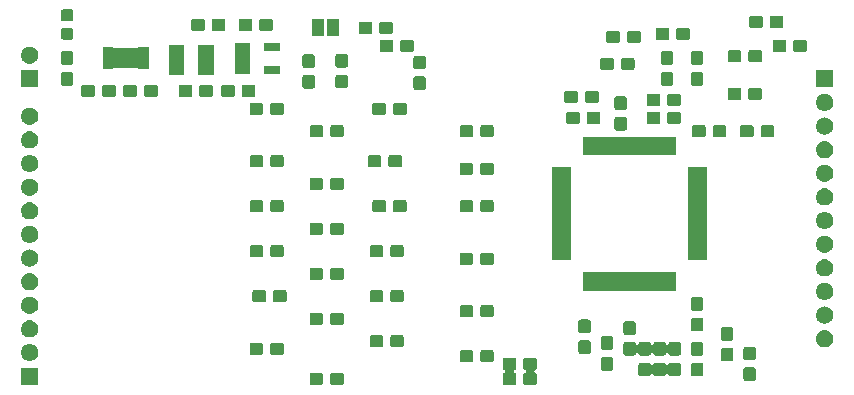
<source format=gbr>
G04 #@! TF.GenerationSoftware,KiCad,Pcbnew,(5.0.2)-1*
G04 #@! TF.CreationDate,2019-04-18T12:23:37+05:30*
G04 #@! TF.ProjectId,ti_based,74695f62-6173-4656-942e-6b696361645f,rev?*
G04 #@! TF.SameCoordinates,Original*
G04 #@! TF.FileFunction,Soldermask,Top*
G04 #@! TF.FilePolarity,Negative*
%FSLAX46Y46*%
G04 Gerber Fmt 4.6, Leading zero omitted, Abs format (unit mm)*
G04 Created by KiCad (PCBNEW (5.0.2)-1) date 18/04/2019 12:23:37*
%MOMM*%
%LPD*%
G01*
G04 APERTURE LIST*
%ADD10C,0.100000*%
G04 APERTURE END LIST*
D10*
G36*
X78519499Y-60438445D02*
X78556993Y-60449819D01*
X78591557Y-60468294D01*
X78621847Y-60493153D01*
X78646706Y-60523443D01*
X78665181Y-60558007D01*
X78676555Y-60595501D01*
X78681000Y-60640638D01*
X78681000Y-61279362D01*
X78676555Y-61324499D01*
X78665181Y-61361993D01*
X78646706Y-61396557D01*
X78621847Y-61426847D01*
X78591557Y-61451706D01*
X78556993Y-61470181D01*
X78519499Y-61481555D01*
X78474362Y-61486000D01*
X77735638Y-61486000D01*
X77690501Y-61481555D01*
X77653007Y-61470181D01*
X77618443Y-61451706D01*
X77588153Y-61426847D01*
X77563294Y-61396557D01*
X77544819Y-61361993D01*
X77533445Y-61324499D01*
X77529000Y-61279362D01*
X77529000Y-60640638D01*
X77533445Y-60595501D01*
X77544819Y-60558007D01*
X77563294Y-60523443D01*
X77588153Y-60493153D01*
X77618443Y-60468294D01*
X77653007Y-60449819D01*
X77690501Y-60438445D01*
X77735638Y-60434000D01*
X78474362Y-60434000D01*
X78519499Y-60438445D01*
X78519499Y-60438445D01*
G37*
G36*
X93124499Y-59168445D02*
X93161993Y-59179819D01*
X93196557Y-59198294D01*
X93226847Y-59223153D01*
X93251706Y-59253443D01*
X93270181Y-59288007D01*
X93281555Y-59325501D01*
X93286000Y-59370638D01*
X93286000Y-60009362D01*
X93281555Y-60054499D01*
X93270181Y-60091993D01*
X93251706Y-60126557D01*
X93226847Y-60156847D01*
X93196557Y-60181706D01*
X93161995Y-60200180D01*
X93144843Y-60205383D01*
X93122204Y-60214760D01*
X93101830Y-60228374D01*
X93084503Y-60245702D01*
X93070889Y-60266076D01*
X93061512Y-60288715D01*
X93056732Y-60312749D01*
X93056732Y-60337253D01*
X93061513Y-60361287D01*
X93070890Y-60383926D01*
X93084504Y-60404300D01*
X93101832Y-60421627D01*
X93122206Y-60435241D01*
X93144843Y-60444617D01*
X93161995Y-60449820D01*
X93196557Y-60468294D01*
X93226847Y-60493153D01*
X93251706Y-60523443D01*
X93270181Y-60558007D01*
X93281555Y-60595501D01*
X93286000Y-60640638D01*
X93286000Y-61279362D01*
X93281555Y-61324499D01*
X93270181Y-61361993D01*
X93251706Y-61396557D01*
X93226847Y-61426847D01*
X93196557Y-61451706D01*
X93161993Y-61470181D01*
X93124499Y-61481555D01*
X93079362Y-61486000D01*
X92340638Y-61486000D01*
X92295501Y-61481555D01*
X92258007Y-61470181D01*
X92223443Y-61451706D01*
X92193153Y-61426847D01*
X92168294Y-61396557D01*
X92149819Y-61361993D01*
X92138445Y-61324499D01*
X92134000Y-61279362D01*
X92134000Y-60640638D01*
X92138445Y-60595501D01*
X92149819Y-60558007D01*
X92168294Y-60523443D01*
X92193153Y-60493153D01*
X92223443Y-60468294D01*
X92258005Y-60449820D01*
X92275157Y-60444617D01*
X92297796Y-60435240D01*
X92318170Y-60421626D01*
X92335497Y-60404298D01*
X92349111Y-60383924D01*
X92358488Y-60361285D01*
X92363268Y-60337251D01*
X92363268Y-60312747D01*
X92358487Y-60288713D01*
X92349110Y-60266074D01*
X92335496Y-60245700D01*
X92318168Y-60228373D01*
X92297794Y-60214759D01*
X92275157Y-60205383D01*
X92258005Y-60200180D01*
X92223443Y-60181706D01*
X92193153Y-60156847D01*
X92168294Y-60126557D01*
X92149819Y-60091993D01*
X92138445Y-60054499D01*
X92134000Y-60009362D01*
X92134000Y-59370638D01*
X92138445Y-59325501D01*
X92149819Y-59288007D01*
X92168294Y-59253443D01*
X92193153Y-59223153D01*
X92223443Y-59198294D01*
X92258007Y-59179819D01*
X92295501Y-59168445D01*
X92340638Y-59164000D01*
X93079362Y-59164000D01*
X93124499Y-59168445D01*
X93124499Y-59168445D01*
G37*
G36*
X94874499Y-59168445D02*
X94911993Y-59179819D01*
X94946557Y-59198294D01*
X94976847Y-59223153D01*
X95001706Y-59253443D01*
X95020181Y-59288007D01*
X95031555Y-59325501D01*
X95036000Y-59370638D01*
X95036000Y-60009362D01*
X95031555Y-60054499D01*
X95020181Y-60091993D01*
X95001706Y-60126557D01*
X94976847Y-60156847D01*
X94946557Y-60181706D01*
X94911995Y-60200180D01*
X94894843Y-60205383D01*
X94872204Y-60214760D01*
X94851830Y-60228374D01*
X94834503Y-60245702D01*
X94820889Y-60266076D01*
X94811512Y-60288715D01*
X94806732Y-60312749D01*
X94806732Y-60337253D01*
X94811513Y-60361287D01*
X94820890Y-60383926D01*
X94834504Y-60404300D01*
X94851832Y-60421627D01*
X94872206Y-60435241D01*
X94894843Y-60444617D01*
X94911995Y-60449820D01*
X94946557Y-60468294D01*
X94976847Y-60493153D01*
X95001706Y-60523443D01*
X95020181Y-60558007D01*
X95031555Y-60595501D01*
X95036000Y-60640638D01*
X95036000Y-61279362D01*
X95031555Y-61324499D01*
X95020181Y-61361993D01*
X95001706Y-61396557D01*
X94976847Y-61426847D01*
X94946557Y-61451706D01*
X94911993Y-61470181D01*
X94874499Y-61481555D01*
X94829362Y-61486000D01*
X94090638Y-61486000D01*
X94045501Y-61481555D01*
X94008007Y-61470181D01*
X93973443Y-61451706D01*
X93943153Y-61426847D01*
X93918294Y-61396557D01*
X93899819Y-61361993D01*
X93888445Y-61324499D01*
X93884000Y-61279362D01*
X93884000Y-60640638D01*
X93888445Y-60595501D01*
X93899819Y-60558007D01*
X93918294Y-60523443D01*
X93943153Y-60493153D01*
X93973443Y-60468294D01*
X94008005Y-60449820D01*
X94025157Y-60444617D01*
X94047796Y-60435240D01*
X94068170Y-60421626D01*
X94085497Y-60404298D01*
X94099111Y-60383924D01*
X94108488Y-60361285D01*
X94113268Y-60337251D01*
X94113268Y-60312747D01*
X94108487Y-60288713D01*
X94099110Y-60266074D01*
X94085496Y-60245700D01*
X94068168Y-60228373D01*
X94047794Y-60214759D01*
X94025157Y-60205383D01*
X94008005Y-60200180D01*
X93973443Y-60181706D01*
X93943153Y-60156847D01*
X93918294Y-60126557D01*
X93899819Y-60091993D01*
X93888445Y-60054499D01*
X93884000Y-60009362D01*
X93884000Y-59370638D01*
X93888445Y-59325501D01*
X93899819Y-59288007D01*
X93918294Y-59253443D01*
X93943153Y-59223153D01*
X93973443Y-59198294D01*
X94008007Y-59179819D01*
X94045501Y-59168445D01*
X94090638Y-59164000D01*
X94829362Y-59164000D01*
X94874499Y-59168445D01*
X94874499Y-59168445D01*
G37*
G36*
X76769499Y-60438445D02*
X76806993Y-60449819D01*
X76841557Y-60468294D01*
X76871847Y-60493153D01*
X76896706Y-60523443D01*
X76915181Y-60558007D01*
X76926555Y-60595501D01*
X76931000Y-60640638D01*
X76931000Y-61279362D01*
X76926555Y-61324499D01*
X76915181Y-61361993D01*
X76896706Y-61396557D01*
X76871847Y-61426847D01*
X76841557Y-61451706D01*
X76806993Y-61470181D01*
X76769499Y-61481555D01*
X76724362Y-61486000D01*
X75985638Y-61486000D01*
X75940501Y-61481555D01*
X75903007Y-61470181D01*
X75868443Y-61451706D01*
X75838153Y-61426847D01*
X75813294Y-61396557D01*
X75794819Y-61361993D01*
X75783445Y-61324499D01*
X75779000Y-61279362D01*
X75779000Y-60640638D01*
X75783445Y-60595501D01*
X75794819Y-60558007D01*
X75813294Y-60523443D01*
X75838153Y-60493153D01*
X75868443Y-60468294D01*
X75903007Y-60449819D01*
X75940501Y-60438445D01*
X75985638Y-60434000D01*
X76724362Y-60434000D01*
X76769499Y-60438445D01*
X76769499Y-60438445D01*
G37*
G36*
X52796000Y-61461000D02*
X51344000Y-61461000D01*
X51344000Y-60009000D01*
X52796000Y-60009000D01*
X52796000Y-61461000D01*
X52796000Y-61461000D01*
G37*
G36*
X113394499Y-59993445D02*
X113431993Y-60004819D01*
X113466557Y-60023294D01*
X113496847Y-60048153D01*
X113521706Y-60078443D01*
X113540181Y-60113007D01*
X113551555Y-60150501D01*
X113556000Y-60195638D01*
X113556000Y-60934362D01*
X113551555Y-60979499D01*
X113540181Y-61016993D01*
X113521706Y-61051557D01*
X113496847Y-61081847D01*
X113466557Y-61106706D01*
X113431993Y-61125181D01*
X113394499Y-61136555D01*
X113349362Y-61141000D01*
X112710638Y-61141000D01*
X112665501Y-61136555D01*
X112628007Y-61125181D01*
X112593443Y-61106706D01*
X112563153Y-61081847D01*
X112538294Y-61051557D01*
X112519819Y-61016993D01*
X112508445Y-60979499D01*
X112504000Y-60934362D01*
X112504000Y-60195638D01*
X112508445Y-60150501D01*
X112519819Y-60113007D01*
X112538294Y-60078443D01*
X112563153Y-60048153D01*
X112593443Y-60023294D01*
X112628007Y-60004819D01*
X112665501Y-59993445D01*
X112710638Y-59989000D01*
X113349362Y-59989000D01*
X113394499Y-59993445D01*
X113394499Y-59993445D01*
G37*
G36*
X104504499Y-59598445D02*
X104541993Y-59609819D01*
X104576557Y-59628294D01*
X104606847Y-59653153D01*
X104631706Y-59683443D01*
X104650180Y-59718005D01*
X104655383Y-59735157D01*
X104664760Y-59757796D01*
X104678374Y-59778170D01*
X104695702Y-59795497D01*
X104716076Y-59809111D01*
X104738715Y-59818488D01*
X104762749Y-59823268D01*
X104787253Y-59823268D01*
X104811287Y-59818487D01*
X104833926Y-59809110D01*
X104854300Y-59795496D01*
X104871627Y-59778168D01*
X104885241Y-59757794D01*
X104894617Y-59735157D01*
X104899820Y-59718005D01*
X104918294Y-59683443D01*
X104943153Y-59653153D01*
X104973443Y-59628294D01*
X105008007Y-59609819D01*
X105045501Y-59598445D01*
X105090638Y-59594000D01*
X105729362Y-59594000D01*
X105774499Y-59598445D01*
X105811993Y-59609819D01*
X105846557Y-59628294D01*
X105876847Y-59653153D01*
X105901706Y-59683443D01*
X105920180Y-59718005D01*
X105925383Y-59735157D01*
X105934760Y-59757796D01*
X105948374Y-59778170D01*
X105965702Y-59795497D01*
X105986076Y-59809111D01*
X106008715Y-59818488D01*
X106032749Y-59823268D01*
X106057253Y-59823268D01*
X106081287Y-59818487D01*
X106103926Y-59809110D01*
X106124300Y-59795496D01*
X106141627Y-59778168D01*
X106155241Y-59757794D01*
X106164617Y-59735157D01*
X106169820Y-59718005D01*
X106188294Y-59683443D01*
X106213153Y-59653153D01*
X106243443Y-59628294D01*
X106278007Y-59609819D01*
X106315501Y-59598445D01*
X106360638Y-59594000D01*
X106999362Y-59594000D01*
X107044499Y-59598445D01*
X107081993Y-59609819D01*
X107116557Y-59628294D01*
X107146847Y-59653153D01*
X107171706Y-59683443D01*
X107190181Y-59718007D01*
X107201555Y-59755501D01*
X107206000Y-59800638D01*
X107206000Y-60539362D01*
X107201555Y-60584499D01*
X107190181Y-60621993D01*
X107171706Y-60656557D01*
X107146847Y-60686847D01*
X107116557Y-60711706D01*
X107081993Y-60730181D01*
X107044499Y-60741555D01*
X106999362Y-60746000D01*
X106360638Y-60746000D01*
X106315501Y-60741555D01*
X106278007Y-60730181D01*
X106243443Y-60711706D01*
X106213153Y-60686847D01*
X106188294Y-60656557D01*
X106169820Y-60621995D01*
X106164617Y-60604843D01*
X106155240Y-60582204D01*
X106141626Y-60561830D01*
X106124298Y-60544503D01*
X106103924Y-60530889D01*
X106081285Y-60521512D01*
X106057251Y-60516732D01*
X106032747Y-60516732D01*
X106008713Y-60521513D01*
X105986074Y-60530890D01*
X105965700Y-60544504D01*
X105948373Y-60561832D01*
X105934759Y-60582206D01*
X105925383Y-60604843D01*
X105920180Y-60621995D01*
X105901706Y-60656557D01*
X105876847Y-60686847D01*
X105846557Y-60711706D01*
X105811993Y-60730181D01*
X105774499Y-60741555D01*
X105729362Y-60746000D01*
X105090638Y-60746000D01*
X105045501Y-60741555D01*
X105008007Y-60730181D01*
X104973443Y-60711706D01*
X104943153Y-60686847D01*
X104918294Y-60656557D01*
X104899820Y-60621995D01*
X104894617Y-60604843D01*
X104885240Y-60582204D01*
X104871626Y-60561830D01*
X104854298Y-60544503D01*
X104833924Y-60530889D01*
X104811285Y-60521512D01*
X104787251Y-60516732D01*
X104762747Y-60516732D01*
X104738713Y-60521513D01*
X104716074Y-60530890D01*
X104695700Y-60544504D01*
X104678373Y-60561832D01*
X104664759Y-60582206D01*
X104655383Y-60604843D01*
X104650180Y-60621995D01*
X104631706Y-60656557D01*
X104606847Y-60686847D01*
X104576557Y-60711706D01*
X104541993Y-60730181D01*
X104504499Y-60741555D01*
X104459362Y-60746000D01*
X103820638Y-60746000D01*
X103775501Y-60741555D01*
X103738007Y-60730181D01*
X103703443Y-60711706D01*
X103673153Y-60686847D01*
X103648294Y-60656557D01*
X103629819Y-60621993D01*
X103618445Y-60584499D01*
X103614000Y-60539362D01*
X103614000Y-59800638D01*
X103618445Y-59755501D01*
X103629819Y-59718007D01*
X103648294Y-59683443D01*
X103673153Y-59653153D01*
X103703443Y-59628294D01*
X103738007Y-59609819D01*
X103775501Y-59598445D01*
X103820638Y-59594000D01*
X104459362Y-59594000D01*
X104504499Y-59598445D01*
X104504499Y-59598445D01*
G37*
G36*
X108949499Y-59598445D02*
X108986993Y-59609819D01*
X109021557Y-59628294D01*
X109051847Y-59653153D01*
X109076706Y-59683443D01*
X109095181Y-59718007D01*
X109106555Y-59755501D01*
X109111000Y-59800638D01*
X109111000Y-60539362D01*
X109106555Y-60584499D01*
X109095181Y-60621993D01*
X109076706Y-60656557D01*
X109051847Y-60686847D01*
X109021557Y-60711706D01*
X108986993Y-60730181D01*
X108949499Y-60741555D01*
X108904362Y-60746000D01*
X108265638Y-60746000D01*
X108220501Y-60741555D01*
X108183007Y-60730181D01*
X108148443Y-60711706D01*
X108118153Y-60686847D01*
X108093294Y-60656557D01*
X108074819Y-60621993D01*
X108063445Y-60584499D01*
X108059000Y-60539362D01*
X108059000Y-59800638D01*
X108063445Y-59755501D01*
X108074819Y-59718007D01*
X108093294Y-59683443D01*
X108118153Y-59653153D01*
X108148443Y-59628294D01*
X108183007Y-59609819D01*
X108220501Y-59598445D01*
X108265638Y-59594000D01*
X108904362Y-59594000D01*
X108949499Y-59598445D01*
X108949499Y-59598445D01*
G37*
G36*
X101329499Y-59118445D02*
X101366993Y-59129819D01*
X101401557Y-59148294D01*
X101431847Y-59173153D01*
X101456706Y-59203443D01*
X101475181Y-59238007D01*
X101486555Y-59275501D01*
X101491000Y-59320638D01*
X101491000Y-60059362D01*
X101486555Y-60104499D01*
X101475181Y-60141993D01*
X101456706Y-60176557D01*
X101431847Y-60206847D01*
X101401557Y-60231706D01*
X101366993Y-60250181D01*
X101329499Y-60261555D01*
X101284362Y-60266000D01*
X100645638Y-60266000D01*
X100600501Y-60261555D01*
X100563007Y-60250181D01*
X100528443Y-60231706D01*
X100498153Y-60206847D01*
X100473294Y-60176557D01*
X100454819Y-60141993D01*
X100443445Y-60104499D01*
X100439000Y-60059362D01*
X100439000Y-59320638D01*
X100443445Y-59275501D01*
X100454819Y-59238007D01*
X100473294Y-59203443D01*
X100498153Y-59173153D01*
X100528443Y-59148294D01*
X100563007Y-59129819D01*
X100600501Y-59118445D01*
X100645638Y-59114000D01*
X101284362Y-59114000D01*
X101329499Y-59118445D01*
X101329499Y-59118445D01*
G37*
G36*
X89469499Y-58533445D02*
X89506993Y-58544819D01*
X89541557Y-58563294D01*
X89571847Y-58588153D01*
X89596706Y-58618443D01*
X89615181Y-58653007D01*
X89626555Y-58690501D01*
X89631000Y-58735638D01*
X89631000Y-59374362D01*
X89626555Y-59419499D01*
X89615181Y-59456993D01*
X89596706Y-59491557D01*
X89571847Y-59521847D01*
X89541557Y-59546706D01*
X89506993Y-59565181D01*
X89469499Y-59576555D01*
X89424362Y-59581000D01*
X88685638Y-59581000D01*
X88640501Y-59576555D01*
X88603007Y-59565181D01*
X88568443Y-59546706D01*
X88538153Y-59521847D01*
X88513294Y-59491557D01*
X88494819Y-59456993D01*
X88483445Y-59419499D01*
X88479000Y-59374362D01*
X88479000Y-58735638D01*
X88483445Y-58690501D01*
X88494819Y-58653007D01*
X88513294Y-58618443D01*
X88538153Y-58588153D01*
X88568443Y-58563294D01*
X88603007Y-58544819D01*
X88640501Y-58533445D01*
X88685638Y-58529000D01*
X89424362Y-58529000D01*
X89469499Y-58533445D01*
X89469499Y-58533445D01*
G37*
G36*
X91219499Y-58533445D02*
X91256993Y-58544819D01*
X91291557Y-58563294D01*
X91321847Y-58588153D01*
X91346706Y-58618443D01*
X91365181Y-58653007D01*
X91376555Y-58690501D01*
X91381000Y-58735638D01*
X91381000Y-59374362D01*
X91376555Y-59419499D01*
X91365181Y-59456993D01*
X91346706Y-59491557D01*
X91321847Y-59521847D01*
X91291557Y-59546706D01*
X91256993Y-59565181D01*
X91219499Y-59576555D01*
X91174362Y-59581000D01*
X90435638Y-59581000D01*
X90390501Y-59576555D01*
X90353007Y-59565181D01*
X90318443Y-59546706D01*
X90288153Y-59521847D01*
X90263294Y-59491557D01*
X90244819Y-59456993D01*
X90233445Y-59419499D01*
X90229000Y-59374362D01*
X90229000Y-58735638D01*
X90233445Y-58690501D01*
X90244819Y-58653007D01*
X90263294Y-58618443D01*
X90288153Y-58588153D01*
X90318443Y-58563294D01*
X90353007Y-58544819D01*
X90390501Y-58533445D01*
X90435638Y-58529000D01*
X91174362Y-58529000D01*
X91219499Y-58533445D01*
X91219499Y-58533445D01*
G37*
G36*
X111489499Y-58328445D02*
X111526993Y-58339819D01*
X111561557Y-58358294D01*
X111591847Y-58383153D01*
X111616706Y-58413443D01*
X111635181Y-58448007D01*
X111646555Y-58485501D01*
X111651000Y-58530638D01*
X111651000Y-59269362D01*
X111646555Y-59314499D01*
X111635181Y-59351993D01*
X111616706Y-59386557D01*
X111591847Y-59416847D01*
X111561557Y-59441706D01*
X111526993Y-59460181D01*
X111489499Y-59471555D01*
X111444362Y-59476000D01*
X110805638Y-59476000D01*
X110760501Y-59471555D01*
X110723007Y-59460181D01*
X110688443Y-59441706D01*
X110658153Y-59416847D01*
X110633294Y-59386557D01*
X110614819Y-59351993D01*
X110603445Y-59314499D01*
X110599000Y-59269362D01*
X110599000Y-58530638D01*
X110603445Y-58485501D01*
X110614819Y-58448007D01*
X110633294Y-58413443D01*
X110658153Y-58383153D01*
X110688443Y-58358294D01*
X110723007Y-58339819D01*
X110760501Y-58328445D01*
X110805638Y-58324000D01*
X111444362Y-58324000D01*
X111489499Y-58328445D01*
X111489499Y-58328445D01*
G37*
G36*
X52124798Y-58010885D02*
X52212321Y-58019505D01*
X52349172Y-58061019D01*
X52349174Y-58061020D01*
X52349177Y-58061021D01*
X52475296Y-58128432D01*
X52585843Y-58219157D01*
X52676568Y-58329704D01*
X52743979Y-58455823D01*
X52743980Y-58455826D01*
X52743981Y-58455828D01*
X52785495Y-58592679D01*
X52799512Y-58735000D01*
X52785495Y-58877321D01*
X52743981Y-59014172D01*
X52743979Y-59014177D01*
X52676568Y-59140296D01*
X52585843Y-59250843D01*
X52475296Y-59341568D01*
X52349177Y-59408979D01*
X52349174Y-59408980D01*
X52349172Y-59408981D01*
X52212321Y-59450495D01*
X52126991Y-59458899D01*
X52105660Y-59461000D01*
X52034340Y-59461000D01*
X52013009Y-59458899D01*
X51927679Y-59450495D01*
X51790828Y-59408981D01*
X51790826Y-59408980D01*
X51790823Y-59408979D01*
X51664704Y-59341568D01*
X51554157Y-59250843D01*
X51463432Y-59140296D01*
X51396021Y-59014177D01*
X51396019Y-59014172D01*
X51354505Y-58877321D01*
X51340488Y-58735000D01*
X51354505Y-58592679D01*
X51396019Y-58455828D01*
X51396020Y-58455826D01*
X51396021Y-58455823D01*
X51463432Y-58329704D01*
X51554157Y-58219157D01*
X51664704Y-58128432D01*
X51790823Y-58061021D01*
X51790826Y-58061020D01*
X51790828Y-58061019D01*
X51927679Y-58019505D01*
X52015202Y-58010885D01*
X52034340Y-58009000D01*
X52105660Y-58009000D01*
X52124798Y-58010885D01*
X52124798Y-58010885D01*
G37*
G36*
X113394499Y-58243445D02*
X113431993Y-58254819D01*
X113466557Y-58273294D01*
X113496847Y-58298153D01*
X113521706Y-58328443D01*
X113540181Y-58363007D01*
X113551555Y-58400501D01*
X113556000Y-58445638D01*
X113556000Y-59184362D01*
X113551555Y-59229499D01*
X113540181Y-59266993D01*
X113521706Y-59301557D01*
X113496847Y-59331847D01*
X113466557Y-59356706D01*
X113431993Y-59375181D01*
X113394499Y-59386555D01*
X113349362Y-59391000D01*
X112710638Y-59391000D01*
X112665501Y-59386555D01*
X112628007Y-59375181D01*
X112593443Y-59356706D01*
X112563153Y-59331847D01*
X112538294Y-59301557D01*
X112519819Y-59266993D01*
X112508445Y-59229499D01*
X112504000Y-59184362D01*
X112504000Y-58445638D01*
X112508445Y-58400501D01*
X112519819Y-58363007D01*
X112538294Y-58328443D01*
X112563153Y-58298153D01*
X112593443Y-58273294D01*
X112628007Y-58254819D01*
X112665501Y-58243445D01*
X112710638Y-58239000D01*
X113349362Y-58239000D01*
X113394499Y-58243445D01*
X113394499Y-58243445D01*
G37*
G36*
X108949499Y-57848445D02*
X108986993Y-57859819D01*
X109021557Y-57878294D01*
X109051847Y-57903153D01*
X109076706Y-57933443D01*
X109095181Y-57968007D01*
X109106555Y-58005501D01*
X109111000Y-58050638D01*
X109111000Y-58789362D01*
X109106555Y-58834499D01*
X109095181Y-58871993D01*
X109076706Y-58906557D01*
X109051847Y-58936847D01*
X109021557Y-58961706D01*
X108986993Y-58980181D01*
X108949499Y-58991555D01*
X108904362Y-58996000D01*
X108265638Y-58996000D01*
X108220501Y-58991555D01*
X108183007Y-58980181D01*
X108148443Y-58961706D01*
X108118153Y-58936847D01*
X108093294Y-58906557D01*
X108074819Y-58871993D01*
X108063445Y-58834499D01*
X108059000Y-58789362D01*
X108059000Y-58050638D01*
X108063445Y-58005501D01*
X108074819Y-57968007D01*
X108093294Y-57933443D01*
X108118153Y-57903153D01*
X108148443Y-57878294D01*
X108183007Y-57859819D01*
X108220501Y-57848445D01*
X108265638Y-57844000D01*
X108904362Y-57844000D01*
X108949499Y-57848445D01*
X108949499Y-57848445D01*
G37*
G36*
X103234499Y-57848445D02*
X103271993Y-57859819D01*
X103306557Y-57878294D01*
X103336847Y-57903153D01*
X103361706Y-57933443D01*
X103380180Y-57968005D01*
X103385383Y-57985157D01*
X103394760Y-58007796D01*
X103408374Y-58028170D01*
X103425702Y-58045497D01*
X103446076Y-58059111D01*
X103468715Y-58068488D01*
X103492749Y-58073268D01*
X103517253Y-58073268D01*
X103541287Y-58068487D01*
X103563926Y-58059110D01*
X103584300Y-58045496D01*
X103601627Y-58028168D01*
X103615241Y-58007794D01*
X103624617Y-57985157D01*
X103629820Y-57968005D01*
X103648294Y-57933443D01*
X103673153Y-57903153D01*
X103703443Y-57878294D01*
X103738007Y-57859819D01*
X103775501Y-57848445D01*
X103820638Y-57844000D01*
X104459362Y-57844000D01*
X104504499Y-57848445D01*
X104541993Y-57859819D01*
X104576557Y-57878294D01*
X104606847Y-57903153D01*
X104631706Y-57933443D01*
X104650180Y-57968005D01*
X104655383Y-57985157D01*
X104664760Y-58007796D01*
X104678374Y-58028170D01*
X104695702Y-58045497D01*
X104716076Y-58059111D01*
X104738715Y-58068488D01*
X104762749Y-58073268D01*
X104787253Y-58073268D01*
X104811287Y-58068487D01*
X104833926Y-58059110D01*
X104854300Y-58045496D01*
X104871627Y-58028168D01*
X104885241Y-58007794D01*
X104894617Y-57985157D01*
X104899820Y-57968005D01*
X104918294Y-57933443D01*
X104943153Y-57903153D01*
X104973443Y-57878294D01*
X105008007Y-57859819D01*
X105045501Y-57848445D01*
X105090638Y-57844000D01*
X105729362Y-57844000D01*
X105774499Y-57848445D01*
X105811993Y-57859819D01*
X105846557Y-57878294D01*
X105876847Y-57903153D01*
X105901706Y-57933443D01*
X105920180Y-57968005D01*
X105925383Y-57985157D01*
X105934760Y-58007796D01*
X105948374Y-58028170D01*
X105965702Y-58045497D01*
X105986076Y-58059111D01*
X106008715Y-58068488D01*
X106032749Y-58073268D01*
X106057253Y-58073268D01*
X106081287Y-58068487D01*
X106103926Y-58059110D01*
X106124300Y-58045496D01*
X106141627Y-58028168D01*
X106155241Y-58007794D01*
X106164617Y-57985157D01*
X106169820Y-57968005D01*
X106188294Y-57933443D01*
X106213153Y-57903153D01*
X106243443Y-57878294D01*
X106278007Y-57859819D01*
X106315501Y-57848445D01*
X106360638Y-57844000D01*
X106999362Y-57844000D01*
X107044499Y-57848445D01*
X107081993Y-57859819D01*
X107116557Y-57878294D01*
X107146847Y-57903153D01*
X107171706Y-57933443D01*
X107190181Y-57968007D01*
X107201555Y-58005501D01*
X107206000Y-58050638D01*
X107206000Y-58789362D01*
X107201555Y-58834499D01*
X107190181Y-58871993D01*
X107171706Y-58906557D01*
X107146847Y-58936847D01*
X107116557Y-58961706D01*
X107081993Y-58980181D01*
X107044499Y-58991555D01*
X106999362Y-58996000D01*
X106360638Y-58996000D01*
X106315501Y-58991555D01*
X106278007Y-58980181D01*
X106243443Y-58961706D01*
X106213153Y-58936847D01*
X106188294Y-58906557D01*
X106169820Y-58871995D01*
X106164617Y-58854843D01*
X106155240Y-58832204D01*
X106141626Y-58811830D01*
X106124298Y-58794503D01*
X106103924Y-58780889D01*
X106081285Y-58771512D01*
X106057251Y-58766732D01*
X106032747Y-58766732D01*
X106008713Y-58771513D01*
X105986074Y-58780890D01*
X105965700Y-58794504D01*
X105948373Y-58811832D01*
X105934759Y-58832206D01*
X105925383Y-58854843D01*
X105920180Y-58871995D01*
X105901706Y-58906557D01*
X105876847Y-58936847D01*
X105846557Y-58961706D01*
X105811993Y-58980181D01*
X105774499Y-58991555D01*
X105729362Y-58996000D01*
X105090638Y-58996000D01*
X105045501Y-58991555D01*
X105008007Y-58980181D01*
X104973443Y-58961706D01*
X104943153Y-58936847D01*
X104918294Y-58906557D01*
X104899820Y-58871995D01*
X104894617Y-58854843D01*
X104885240Y-58832204D01*
X104871626Y-58811830D01*
X104854298Y-58794503D01*
X104833924Y-58780889D01*
X104811285Y-58771512D01*
X104787251Y-58766732D01*
X104762747Y-58766732D01*
X104738713Y-58771513D01*
X104716074Y-58780890D01*
X104695700Y-58794504D01*
X104678373Y-58811832D01*
X104664759Y-58832206D01*
X104655383Y-58854843D01*
X104650180Y-58871995D01*
X104631706Y-58906557D01*
X104606847Y-58936847D01*
X104576557Y-58961706D01*
X104541993Y-58980181D01*
X104504499Y-58991555D01*
X104459362Y-58996000D01*
X103820638Y-58996000D01*
X103775501Y-58991555D01*
X103738007Y-58980181D01*
X103703443Y-58961706D01*
X103673153Y-58936847D01*
X103648294Y-58906557D01*
X103629820Y-58871995D01*
X103624617Y-58854843D01*
X103615240Y-58832204D01*
X103601626Y-58811830D01*
X103584298Y-58794503D01*
X103563924Y-58780889D01*
X103541285Y-58771512D01*
X103517251Y-58766732D01*
X103492747Y-58766732D01*
X103468713Y-58771513D01*
X103446074Y-58780890D01*
X103425700Y-58794504D01*
X103408373Y-58811832D01*
X103394759Y-58832206D01*
X103385383Y-58854843D01*
X103380180Y-58871995D01*
X103361706Y-58906557D01*
X103336847Y-58936847D01*
X103306557Y-58961706D01*
X103271993Y-58980181D01*
X103234499Y-58991555D01*
X103189362Y-58996000D01*
X102550638Y-58996000D01*
X102505501Y-58991555D01*
X102468007Y-58980181D01*
X102433443Y-58961706D01*
X102403153Y-58936847D01*
X102378294Y-58906557D01*
X102359819Y-58871993D01*
X102348445Y-58834499D01*
X102344000Y-58789362D01*
X102344000Y-58050638D01*
X102348445Y-58005501D01*
X102359819Y-57968007D01*
X102378294Y-57933443D01*
X102403153Y-57903153D01*
X102433443Y-57878294D01*
X102468007Y-57859819D01*
X102505501Y-57848445D01*
X102550638Y-57844000D01*
X103189362Y-57844000D01*
X103234499Y-57848445D01*
X103234499Y-57848445D01*
G37*
G36*
X73439499Y-57898445D02*
X73476993Y-57909819D01*
X73511557Y-57928294D01*
X73541847Y-57953153D01*
X73566706Y-57983443D01*
X73585181Y-58018007D01*
X73596555Y-58055501D01*
X73601000Y-58100638D01*
X73601000Y-58739362D01*
X73596555Y-58784499D01*
X73585181Y-58821993D01*
X73566706Y-58856557D01*
X73541847Y-58886847D01*
X73511557Y-58911706D01*
X73476993Y-58930181D01*
X73439499Y-58941555D01*
X73394362Y-58946000D01*
X72655638Y-58946000D01*
X72610501Y-58941555D01*
X72573007Y-58930181D01*
X72538443Y-58911706D01*
X72508153Y-58886847D01*
X72483294Y-58856557D01*
X72464819Y-58821993D01*
X72453445Y-58784499D01*
X72449000Y-58739362D01*
X72449000Y-58100638D01*
X72453445Y-58055501D01*
X72464819Y-58018007D01*
X72483294Y-57983443D01*
X72508153Y-57953153D01*
X72538443Y-57928294D01*
X72573007Y-57909819D01*
X72610501Y-57898445D01*
X72655638Y-57894000D01*
X73394362Y-57894000D01*
X73439499Y-57898445D01*
X73439499Y-57898445D01*
G37*
G36*
X71689499Y-57898445D02*
X71726993Y-57909819D01*
X71761557Y-57928294D01*
X71791847Y-57953153D01*
X71816706Y-57983443D01*
X71835181Y-58018007D01*
X71846555Y-58055501D01*
X71851000Y-58100638D01*
X71851000Y-58739362D01*
X71846555Y-58784499D01*
X71835181Y-58821993D01*
X71816706Y-58856557D01*
X71791847Y-58886847D01*
X71761557Y-58911706D01*
X71726993Y-58930181D01*
X71689499Y-58941555D01*
X71644362Y-58946000D01*
X70905638Y-58946000D01*
X70860501Y-58941555D01*
X70823007Y-58930181D01*
X70788443Y-58911706D01*
X70758153Y-58886847D01*
X70733294Y-58856557D01*
X70714819Y-58821993D01*
X70703445Y-58784499D01*
X70699000Y-58739362D01*
X70699000Y-58100638D01*
X70703445Y-58055501D01*
X70714819Y-58018007D01*
X70733294Y-57983443D01*
X70758153Y-57953153D01*
X70788443Y-57928294D01*
X70823007Y-57909819D01*
X70860501Y-57898445D01*
X70905638Y-57894000D01*
X71644362Y-57894000D01*
X71689499Y-57898445D01*
X71689499Y-57898445D01*
G37*
G36*
X99424499Y-57693445D02*
X99461993Y-57704819D01*
X99496557Y-57723294D01*
X99526847Y-57748153D01*
X99551706Y-57778443D01*
X99570181Y-57813007D01*
X99581555Y-57850501D01*
X99586000Y-57895638D01*
X99586000Y-58634362D01*
X99581555Y-58679499D01*
X99570181Y-58716993D01*
X99551706Y-58751557D01*
X99526847Y-58781847D01*
X99496557Y-58806706D01*
X99461993Y-58825181D01*
X99424499Y-58836555D01*
X99379362Y-58841000D01*
X98740638Y-58841000D01*
X98695501Y-58836555D01*
X98658007Y-58825181D01*
X98623443Y-58806706D01*
X98593153Y-58781847D01*
X98568294Y-58751557D01*
X98549819Y-58716993D01*
X98538445Y-58679499D01*
X98534000Y-58634362D01*
X98534000Y-57895638D01*
X98538445Y-57850501D01*
X98549819Y-57813007D01*
X98568294Y-57778443D01*
X98593153Y-57748153D01*
X98623443Y-57723294D01*
X98658007Y-57704819D01*
X98695501Y-57693445D01*
X98740638Y-57689000D01*
X99379362Y-57689000D01*
X99424499Y-57693445D01*
X99424499Y-57693445D01*
G37*
G36*
X101329499Y-57368445D02*
X101366993Y-57379819D01*
X101401557Y-57398294D01*
X101431847Y-57423153D01*
X101456706Y-57453443D01*
X101475181Y-57488007D01*
X101486555Y-57525501D01*
X101491000Y-57570638D01*
X101491000Y-58309362D01*
X101486555Y-58354499D01*
X101475181Y-58391993D01*
X101456706Y-58426557D01*
X101431847Y-58456847D01*
X101401557Y-58481706D01*
X101366993Y-58500181D01*
X101329499Y-58511555D01*
X101284362Y-58516000D01*
X100645638Y-58516000D01*
X100600501Y-58511555D01*
X100563007Y-58500181D01*
X100528443Y-58481706D01*
X100498153Y-58456847D01*
X100473294Y-58426557D01*
X100454819Y-58391993D01*
X100443445Y-58354499D01*
X100439000Y-58309362D01*
X100439000Y-57570638D01*
X100443445Y-57525501D01*
X100454819Y-57488007D01*
X100473294Y-57453443D01*
X100498153Y-57423153D01*
X100528443Y-57398294D01*
X100563007Y-57379819D01*
X100600501Y-57368445D01*
X100645638Y-57364000D01*
X101284362Y-57364000D01*
X101329499Y-57368445D01*
X101329499Y-57368445D01*
G37*
G36*
X83599499Y-57263445D02*
X83636993Y-57274819D01*
X83671557Y-57293294D01*
X83701847Y-57318153D01*
X83726706Y-57348443D01*
X83745181Y-57383007D01*
X83756555Y-57420501D01*
X83761000Y-57465638D01*
X83761000Y-58104362D01*
X83756555Y-58149499D01*
X83745181Y-58186993D01*
X83726706Y-58221557D01*
X83701847Y-58251847D01*
X83671557Y-58276706D01*
X83636993Y-58295181D01*
X83599499Y-58306555D01*
X83554362Y-58311000D01*
X82815638Y-58311000D01*
X82770501Y-58306555D01*
X82733007Y-58295181D01*
X82698443Y-58276706D01*
X82668153Y-58251847D01*
X82643294Y-58221557D01*
X82624819Y-58186993D01*
X82613445Y-58149499D01*
X82609000Y-58104362D01*
X82609000Y-57465638D01*
X82613445Y-57420501D01*
X82624819Y-57383007D01*
X82643294Y-57348443D01*
X82668153Y-57318153D01*
X82698443Y-57293294D01*
X82733007Y-57274819D01*
X82770501Y-57263445D01*
X82815638Y-57259000D01*
X83554362Y-57259000D01*
X83599499Y-57263445D01*
X83599499Y-57263445D01*
G37*
G36*
X81849499Y-57263445D02*
X81886993Y-57274819D01*
X81921557Y-57293294D01*
X81951847Y-57318153D01*
X81976706Y-57348443D01*
X81995181Y-57383007D01*
X82006555Y-57420501D01*
X82011000Y-57465638D01*
X82011000Y-58104362D01*
X82006555Y-58149499D01*
X81995181Y-58186993D01*
X81976706Y-58221557D01*
X81951847Y-58251847D01*
X81921557Y-58276706D01*
X81886993Y-58295181D01*
X81849499Y-58306555D01*
X81804362Y-58311000D01*
X81065638Y-58311000D01*
X81020501Y-58306555D01*
X80983007Y-58295181D01*
X80948443Y-58276706D01*
X80918153Y-58251847D01*
X80893294Y-58221557D01*
X80874819Y-58186993D01*
X80863445Y-58149499D01*
X80859000Y-58104362D01*
X80859000Y-57465638D01*
X80863445Y-57420501D01*
X80874819Y-57383007D01*
X80893294Y-57348443D01*
X80918153Y-57318153D01*
X80948443Y-57293294D01*
X80983007Y-57274819D01*
X81020501Y-57263445D01*
X81065638Y-57259000D01*
X81804362Y-57259000D01*
X81849499Y-57263445D01*
X81849499Y-57263445D01*
G37*
G36*
X119436991Y-56836101D02*
X119522321Y-56844505D01*
X119659172Y-56886019D01*
X119659174Y-56886020D01*
X119659177Y-56886021D01*
X119785296Y-56953432D01*
X119895843Y-57044157D01*
X119986568Y-57154704D01*
X120053979Y-57280823D01*
X120053980Y-57280826D01*
X120053981Y-57280828D01*
X120095495Y-57417679D01*
X120109512Y-57560000D01*
X120095495Y-57702321D01*
X120061918Y-57813007D01*
X120053979Y-57839177D01*
X119986568Y-57965296D01*
X119895843Y-58075843D01*
X119785296Y-58166568D01*
X119659177Y-58233979D01*
X119659174Y-58233980D01*
X119659172Y-58233981D01*
X119522321Y-58275495D01*
X119442840Y-58283323D01*
X119415660Y-58286000D01*
X119344340Y-58286000D01*
X119317160Y-58283323D01*
X119237679Y-58275495D01*
X119100828Y-58233981D01*
X119100826Y-58233980D01*
X119100823Y-58233979D01*
X118974704Y-58166568D01*
X118864157Y-58075843D01*
X118773432Y-57965296D01*
X118706021Y-57839177D01*
X118698082Y-57813007D01*
X118664505Y-57702321D01*
X118650488Y-57560000D01*
X118664505Y-57417679D01*
X118706019Y-57280828D01*
X118706020Y-57280826D01*
X118706021Y-57280823D01*
X118773432Y-57154704D01*
X118864157Y-57044157D01*
X118974704Y-56953432D01*
X119100823Y-56886021D01*
X119100826Y-56886020D01*
X119100828Y-56886019D01*
X119237679Y-56844505D01*
X119323009Y-56836101D01*
X119344340Y-56834000D01*
X119415660Y-56834000D01*
X119436991Y-56836101D01*
X119436991Y-56836101D01*
G37*
G36*
X111489499Y-56578445D02*
X111526993Y-56589819D01*
X111561557Y-56608294D01*
X111591847Y-56633153D01*
X111616706Y-56663443D01*
X111635181Y-56698007D01*
X111646555Y-56735501D01*
X111651000Y-56780638D01*
X111651000Y-57519362D01*
X111646555Y-57564499D01*
X111635181Y-57601993D01*
X111616706Y-57636557D01*
X111591847Y-57666847D01*
X111561557Y-57691706D01*
X111526993Y-57710181D01*
X111489499Y-57721555D01*
X111444362Y-57726000D01*
X110805638Y-57726000D01*
X110760501Y-57721555D01*
X110723007Y-57710181D01*
X110688443Y-57691706D01*
X110658153Y-57666847D01*
X110633294Y-57636557D01*
X110614819Y-57601993D01*
X110603445Y-57564499D01*
X110599000Y-57519362D01*
X110599000Y-56780638D01*
X110603445Y-56735501D01*
X110614819Y-56698007D01*
X110633294Y-56663443D01*
X110658153Y-56633153D01*
X110688443Y-56608294D01*
X110723007Y-56589819D01*
X110760501Y-56578445D01*
X110805638Y-56574000D01*
X111444362Y-56574000D01*
X111489499Y-56578445D01*
X111489499Y-56578445D01*
G37*
G36*
X52126991Y-56011101D02*
X52212321Y-56019505D01*
X52349172Y-56061019D01*
X52349174Y-56061020D01*
X52349177Y-56061021D01*
X52475296Y-56128432D01*
X52585843Y-56219157D01*
X52676568Y-56329704D01*
X52743979Y-56455823D01*
X52743980Y-56455826D01*
X52743981Y-56455828D01*
X52785495Y-56592679D01*
X52799512Y-56735000D01*
X52785495Y-56877321D01*
X52743981Y-57014172D01*
X52743979Y-57014177D01*
X52676568Y-57140296D01*
X52585843Y-57250843D01*
X52475296Y-57341568D01*
X52349177Y-57408979D01*
X52349174Y-57408980D01*
X52349172Y-57408981D01*
X52212321Y-57450495D01*
X52126991Y-57458899D01*
X52105660Y-57461000D01*
X52034340Y-57461000D01*
X52013009Y-57458899D01*
X51927679Y-57450495D01*
X51790828Y-57408981D01*
X51790826Y-57408980D01*
X51790823Y-57408979D01*
X51664704Y-57341568D01*
X51554157Y-57250843D01*
X51463432Y-57140296D01*
X51396021Y-57014177D01*
X51396019Y-57014172D01*
X51354505Y-56877321D01*
X51340488Y-56735000D01*
X51354505Y-56592679D01*
X51396019Y-56455828D01*
X51396020Y-56455826D01*
X51396021Y-56455823D01*
X51463432Y-56329704D01*
X51554157Y-56219157D01*
X51664704Y-56128432D01*
X51790823Y-56061021D01*
X51790826Y-56061020D01*
X51790828Y-56061019D01*
X51927679Y-56019505D01*
X52013009Y-56011101D01*
X52034340Y-56009000D01*
X52105660Y-56009000D01*
X52126991Y-56011101D01*
X52126991Y-56011101D01*
G37*
G36*
X103234499Y-56098445D02*
X103271993Y-56109819D01*
X103306557Y-56128294D01*
X103336847Y-56153153D01*
X103361706Y-56183443D01*
X103380181Y-56218007D01*
X103391555Y-56255501D01*
X103396000Y-56300638D01*
X103396000Y-57039362D01*
X103391555Y-57084499D01*
X103380181Y-57121993D01*
X103361706Y-57156557D01*
X103336847Y-57186847D01*
X103306557Y-57211706D01*
X103271993Y-57230181D01*
X103234499Y-57241555D01*
X103189362Y-57246000D01*
X102550638Y-57246000D01*
X102505501Y-57241555D01*
X102468007Y-57230181D01*
X102433443Y-57211706D01*
X102403153Y-57186847D01*
X102378294Y-57156557D01*
X102359819Y-57121993D01*
X102348445Y-57084499D01*
X102344000Y-57039362D01*
X102344000Y-56300638D01*
X102348445Y-56255501D01*
X102359819Y-56218007D01*
X102378294Y-56183443D01*
X102403153Y-56153153D01*
X102433443Y-56128294D01*
X102468007Y-56109819D01*
X102505501Y-56098445D01*
X102550638Y-56094000D01*
X103189362Y-56094000D01*
X103234499Y-56098445D01*
X103234499Y-56098445D01*
G37*
G36*
X99424499Y-55943445D02*
X99461993Y-55954819D01*
X99496557Y-55973294D01*
X99526847Y-55998153D01*
X99551706Y-56028443D01*
X99570181Y-56063007D01*
X99581555Y-56100501D01*
X99586000Y-56145638D01*
X99586000Y-56884362D01*
X99581555Y-56929499D01*
X99570181Y-56966993D01*
X99551706Y-57001557D01*
X99526847Y-57031847D01*
X99496557Y-57056706D01*
X99461993Y-57075181D01*
X99424499Y-57086555D01*
X99379362Y-57091000D01*
X98740638Y-57091000D01*
X98695501Y-57086555D01*
X98658007Y-57075181D01*
X98623443Y-57056706D01*
X98593153Y-57031847D01*
X98568294Y-57001557D01*
X98549819Y-56966993D01*
X98538445Y-56929499D01*
X98534000Y-56884362D01*
X98534000Y-56145638D01*
X98538445Y-56100501D01*
X98549819Y-56063007D01*
X98568294Y-56028443D01*
X98593153Y-55998153D01*
X98623443Y-55973294D01*
X98658007Y-55954819D01*
X98695501Y-55943445D01*
X98740638Y-55939000D01*
X99379362Y-55939000D01*
X99424499Y-55943445D01*
X99424499Y-55943445D01*
G37*
G36*
X108949499Y-55788445D02*
X108986993Y-55799819D01*
X109021557Y-55818294D01*
X109051847Y-55843153D01*
X109076706Y-55873443D01*
X109095181Y-55908007D01*
X109106555Y-55945501D01*
X109111000Y-55990638D01*
X109111000Y-56729362D01*
X109106555Y-56774499D01*
X109095181Y-56811993D01*
X109076706Y-56846557D01*
X109051847Y-56876847D01*
X109021557Y-56901706D01*
X108986993Y-56920181D01*
X108949499Y-56931555D01*
X108904362Y-56936000D01*
X108265638Y-56936000D01*
X108220501Y-56931555D01*
X108183007Y-56920181D01*
X108148443Y-56901706D01*
X108118153Y-56876847D01*
X108093294Y-56846557D01*
X108074819Y-56811993D01*
X108063445Y-56774499D01*
X108059000Y-56729362D01*
X108059000Y-55990638D01*
X108063445Y-55945501D01*
X108074819Y-55908007D01*
X108093294Y-55873443D01*
X108118153Y-55843153D01*
X108148443Y-55818294D01*
X108183007Y-55799819D01*
X108220501Y-55788445D01*
X108265638Y-55784000D01*
X108904362Y-55784000D01*
X108949499Y-55788445D01*
X108949499Y-55788445D01*
G37*
G36*
X78519499Y-55358445D02*
X78556993Y-55369819D01*
X78591557Y-55388294D01*
X78621847Y-55413153D01*
X78646706Y-55443443D01*
X78665181Y-55478007D01*
X78676555Y-55515501D01*
X78681000Y-55560638D01*
X78681000Y-56199362D01*
X78676555Y-56244499D01*
X78665181Y-56281993D01*
X78646706Y-56316557D01*
X78621847Y-56346847D01*
X78591557Y-56371706D01*
X78556993Y-56390181D01*
X78519499Y-56401555D01*
X78474362Y-56406000D01*
X77735638Y-56406000D01*
X77690501Y-56401555D01*
X77653007Y-56390181D01*
X77618443Y-56371706D01*
X77588153Y-56346847D01*
X77563294Y-56316557D01*
X77544819Y-56281993D01*
X77533445Y-56244499D01*
X77529000Y-56199362D01*
X77529000Y-55560638D01*
X77533445Y-55515501D01*
X77544819Y-55478007D01*
X77563294Y-55443443D01*
X77588153Y-55413153D01*
X77618443Y-55388294D01*
X77653007Y-55369819D01*
X77690501Y-55358445D01*
X77735638Y-55354000D01*
X78474362Y-55354000D01*
X78519499Y-55358445D01*
X78519499Y-55358445D01*
G37*
G36*
X76769499Y-55358445D02*
X76806993Y-55369819D01*
X76841557Y-55388294D01*
X76871847Y-55413153D01*
X76896706Y-55443443D01*
X76915181Y-55478007D01*
X76926555Y-55515501D01*
X76931000Y-55560638D01*
X76931000Y-56199362D01*
X76926555Y-56244499D01*
X76915181Y-56281993D01*
X76896706Y-56316557D01*
X76871847Y-56346847D01*
X76841557Y-56371706D01*
X76806993Y-56390181D01*
X76769499Y-56401555D01*
X76724362Y-56406000D01*
X75985638Y-56406000D01*
X75940501Y-56401555D01*
X75903007Y-56390181D01*
X75868443Y-56371706D01*
X75838153Y-56346847D01*
X75813294Y-56316557D01*
X75794819Y-56281993D01*
X75783445Y-56244499D01*
X75779000Y-56199362D01*
X75779000Y-55560638D01*
X75783445Y-55515501D01*
X75794819Y-55478007D01*
X75813294Y-55443443D01*
X75838153Y-55413153D01*
X75868443Y-55388294D01*
X75903007Y-55369819D01*
X75940501Y-55358445D01*
X75985638Y-55354000D01*
X76724362Y-55354000D01*
X76769499Y-55358445D01*
X76769499Y-55358445D01*
G37*
G36*
X119434798Y-54835885D02*
X119522321Y-54844505D01*
X119659172Y-54886019D01*
X119659174Y-54886020D01*
X119659177Y-54886021D01*
X119785296Y-54953432D01*
X119895843Y-55044157D01*
X119986568Y-55154704D01*
X120053979Y-55280823D01*
X120053980Y-55280826D01*
X120053981Y-55280828D01*
X120095495Y-55417679D01*
X120109512Y-55560000D01*
X120095495Y-55702321D01*
X120064644Y-55804020D01*
X120053979Y-55839177D01*
X119986568Y-55965296D01*
X119895843Y-56075843D01*
X119785296Y-56166568D01*
X119659177Y-56233979D01*
X119659174Y-56233980D01*
X119659172Y-56233981D01*
X119522321Y-56275495D01*
X119436991Y-56283899D01*
X119415660Y-56286000D01*
X119344340Y-56286000D01*
X119323009Y-56283899D01*
X119237679Y-56275495D01*
X119100828Y-56233981D01*
X119100826Y-56233980D01*
X119100823Y-56233979D01*
X118974704Y-56166568D01*
X118864157Y-56075843D01*
X118773432Y-55965296D01*
X118706021Y-55839177D01*
X118695356Y-55804020D01*
X118664505Y-55702321D01*
X118650488Y-55560000D01*
X118664505Y-55417679D01*
X118706019Y-55280828D01*
X118706020Y-55280826D01*
X118706021Y-55280823D01*
X118773432Y-55154704D01*
X118864157Y-55044157D01*
X118974704Y-54953432D01*
X119100823Y-54886021D01*
X119100826Y-54886020D01*
X119100828Y-54886019D01*
X119237679Y-54844505D01*
X119325202Y-54835885D01*
X119344340Y-54834000D01*
X119415660Y-54834000D01*
X119434798Y-54835885D01*
X119434798Y-54835885D01*
G37*
G36*
X91219499Y-54723445D02*
X91256993Y-54734819D01*
X91291557Y-54753294D01*
X91321847Y-54778153D01*
X91346706Y-54808443D01*
X91365181Y-54843007D01*
X91376555Y-54880501D01*
X91381000Y-54925638D01*
X91381000Y-55564362D01*
X91376555Y-55609499D01*
X91365181Y-55646993D01*
X91346706Y-55681557D01*
X91321847Y-55711847D01*
X91291557Y-55736706D01*
X91256993Y-55755181D01*
X91219499Y-55766555D01*
X91174362Y-55771000D01*
X90435638Y-55771000D01*
X90390501Y-55766555D01*
X90353007Y-55755181D01*
X90318443Y-55736706D01*
X90288153Y-55711847D01*
X90263294Y-55681557D01*
X90244819Y-55646993D01*
X90233445Y-55609499D01*
X90229000Y-55564362D01*
X90229000Y-54925638D01*
X90233445Y-54880501D01*
X90244819Y-54843007D01*
X90263294Y-54808443D01*
X90288153Y-54778153D01*
X90318443Y-54753294D01*
X90353007Y-54734819D01*
X90390501Y-54723445D01*
X90435638Y-54719000D01*
X91174362Y-54719000D01*
X91219499Y-54723445D01*
X91219499Y-54723445D01*
G37*
G36*
X89469499Y-54723445D02*
X89506993Y-54734819D01*
X89541557Y-54753294D01*
X89571847Y-54778153D01*
X89596706Y-54808443D01*
X89615181Y-54843007D01*
X89626555Y-54880501D01*
X89631000Y-54925638D01*
X89631000Y-55564362D01*
X89626555Y-55609499D01*
X89615181Y-55646993D01*
X89596706Y-55681557D01*
X89571847Y-55711847D01*
X89541557Y-55736706D01*
X89506993Y-55755181D01*
X89469499Y-55766555D01*
X89424362Y-55771000D01*
X88685638Y-55771000D01*
X88640501Y-55766555D01*
X88603007Y-55755181D01*
X88568443Y-55736706D01*
X88538153Y-55711847D01*
X88513294Y-55681557D01*
X88494819Y-55646993D01*
X88483445Y-55609499D01*
X88479000Y-55564362D01*
X88479000Y-54925638D01*
X88483445Y-54880501D01*
X88494819Y-54843007D01*
X88513294Y-54808443D01*
X88538153Y-54778153D01*
X88568443Y-54753294D01*
X88603007Y-54734819D01*
X88640501Y-54723445D01*
X88685638Y-54719000D01*
X89424362Y-54719000D01*
X89469499Y-54723445D01*
X89469499Y-54723445D01*
G37*
G36*
X52126991Y-54011101D02*
X52212321Y-54019505D01*
X52349172Y-54061019D01*
X52349174Y-54061020D01*
X52349177Y-54061021D01*
X52475296Y-54128432D01*
X52585843Y-54219157D01*
X52676568Y-54329704D01*
X52743979Y-54455823D01*
X52743980Y-54455826D01*
X52743981Y-54455828D01*
X52785495Y-54592679D01*
X52799512Y-54735000D01*
X52785495Y-54877321D01*
X52753740Y-54982000D01*
X52743979Y-55014177D01*
X52676568Y-55140296D01*
X52585843Y-55250843D01*
X52475296Y-55341568D01*
X52349177Y-55408979D01*
X52349174Y-55408980D01*
X52349172Y-55408981D01*
X52212321Y-55450495D01*
X52126991Y-55458899D01*
X52105660Y-55461000D01*
X52034340Y-55461000D01*
X52013009Y-55458899D01*
X51927679Y-55450495D01*
X51790828Y-55408981D01*
X51790826Y-55408980D01*
X51790823Y-55408979D01*
X51664704Y-55341568D01*
X51554157Y-55250843D01*
X51463432Y-55140296D01*
X51396021Y-55014177D01*
X51386260Y-54982000D01*
X51354505Y-54877321D01*
X51340488Y-54735000D01*
X51354505Y-54592679D01*
X51396019Y-54455828D01*
X51396020Y-54455826D01*
X51396021Y-54455823D01*
X51463432Y-54329704D01*
X51554157Y-54219157D01*
X51664704Y-54128432D01*
X51790823Y-54061021D01*
X51790826Y-54061020D01*
X51790828Y-54061019D01*
X51927679Y-54019505D01*
X52013009Y-54011101D01*
X52034340Y-54009000D01*
X52105660Y-54009000D01*
X52126991Y-54011101D01*
X52126991Y-54011101D01*
G37*
G36*
X108949499Y-54038445D02*
X108986993Y-54049819D01*
X109021557Y-54068294D01*
X109051847Y-54093153D01*
X109076706Y-54123443D01*
X109095181Y-54158007D01*
X109106555Y-54195501D01*
X109111000Y-54240638D01*
X109111000Y-54979362D01*
X109106555Y-55024499D01*
X109095181Y-55061993D01*
X109076706Y-55096557D01*
X109051847Y-55126847D01*
X109021557Y-55151706D01*
X108986993Y-55170181D01*
X108949499Y-55181555D01*
X108904362Y-55186000D01*
X108265638Y-55186000D01*
X108220501Y-55181555D01*
X108183007Y-55170181D01*
X108148443Y-55151706D01*
X108118153Y-55126847D01*
X108093294Y-55096557D01*
X108074819Y-55061993D01*
X108063445Y-55024499D01*
X108059000Y-54979362D01*
X108059000Y-54240638D01*
X108063445Y-54195501D01*
X108074819Y-54158007D01*
X108093294Y-54123443D01*
X108118153Y-54093153D01*
X108148443Y-54068294D01*
X108183007Y-54049819D01*
X108220501Y-54038445D01*
X108265638Y-54034000D01*
X108904362Y-54034000D01*
X108949499Y-54038445D01*
X108949499Y-54038445D01*
G37*
G36*
X81849499Y-53453445D02*
X81886993Y-53464819D01*
X81921557Y-53483294D01*
X81951847Y-53508153D01*
X81976706Y-53538443D01*
X81995181Y-53573007D01*
X82006555Y-53610501D01*
X82011000Y-53655638D01*
X82011000Y-54294362D01*
X82006555Y-54339499D01*
X81995181Y-54376993D01*
X81976706Y-54411557D01*
X81951847Y-54441847D01*
X81921557Y-54466706D01*
X81886993Y-54485181D01*
X81849499Y-54496555D01*
X81804362Y-54501000D01*
X81065638Y-54501000D01*
X81020501Y-54496555D01*
X80983007Y-54485181D01*
X80948443Y-54466706D01*
X80918153Y-54441847D01*
X80893294Y-54411557D01*
X80874819Y-54376993D01*
X80863445Y-54339499D01*
X80859000Y-54294362D01*
X80859000Y-53655638D01*
X80863445Y-53610501D01*
X80874819Y-53573007D01*
X80893294Y-53538443D01*
X80918153Y-53508153D01*
X80948443Y-53483294D01*
X80983007Y-53464819D01*
X81020501Y-53453445D01*
X81065638Y-53449000D01*
X81804362Y-53449000D01*
X81849499Y-53453445D01*
X81849499Y-53453445D01*
G37*
G36*
X73679499Y-53453445D02*
X73716993Y-53464819D01*
X73751557Y-53483294D01*
X73781847Y-53508153D01*
X73806706Y-53538443D01*
X73825181Y-53573007D01*
X73836555Y-53610501D01*
X73841000Y-53655638D01*
X73841000Y-54294362D01*
X73836555Y-54339499D01*
X73825181Y-54376993D01*
X73806706Y-54411557D01*
X73781847Y-54441847D01*
X73751557Y-54466706D01*
X73716993Y-54485181D01*
X73679499Y-54496555D01*
X73634362Y-54501000D01*
X72895638Y-54501000D01*
X72850501Y-54496555D01*
X72813007Y-54485181D01*
X72778443Y-54466706D01*
X72748153Y-54441847D01*
X72723294Y-54411557D01*
X72704819Y-54376993D01*
X72693445Y-54339499D01*
X72689000Y-54294362D01*
X72689000Y-53655638D01*
X72693445Y-53610501D01*
X72704819Y-53573007D01*
X72723294Y-53538443D01*
X72748153Y-53508153D01*
X72778443Y-53483294D01*
X72813007Y-53464819D01*
X72850501Y-53453445D01*
X72895638Y-53449000D01*
X73634362Y-53449000D01*
X73679499Y-53453445D01*
X73679499Y-53453445D01*
G37*
G36*
X71929499Y-53453445D02*
X71966993Y-53464819D01*
X72001557Y-53483294D01*
X72031847Y-53508153D01*
X72056706Y-53538443D01*
X72075181Y-53573007D01*
X72086555Y-53610501D01*
X72091000Y-53655638D01*
X72091000Y-54294362D01*
X72086555Y-54339499D01*
X72075181Y-54376993D01*
X72056706Y-54411557D01*
X72031847Y-54441847D01*
X72001557Y-54466706D01*
X71966993Y-54485181D01*
X71929499Y-54496555D01*
X71884362Y-54501000D01*
X71145638Y-54501000D01*
X71100501Y-54496555D01*
X71063007Y-54485181D01*
X71028443Y-54466706D01*
X70998153Y-54441847D01*
X70973294Y-54411557D01*
X70954819Y-54376993D01*
X70943445Y-54339499D01*
X70939000Y-54294362D01*
X70939000Y-53655638D01*
X70943445Y-53610501D01*
X70954819Y-53573007D01*
X70973294Y-53538443D01*
X70998153Y-53508153D01*
X71028443Y-53483294D01*
X71063007Y-53464819D01*
X71100501Y-53453445D01*
X71145638Y-53449000D01*
X71884362Y-53449000D01*
X71929499Y-53453445D01*
X71929499Y-53453445D01*
G37*
G36*
X83599499Y-53453445D02*
X83636993Y-53464819D01*
X83671557Y-53483294D01*
X83701847Y-53508153D01*
X83726706Y-53538443D01*
X83745181Y-53573007D01*
X83756555Y-53610501D01*
X83761000Y-53655638D01*
X83761000Y-54294362D01*
X83756555Y-54339499D01*
X83745181Y-54376993D01*
X83726706Y-54411557D01*
X83701847Y-54441847D01*
X83671557Y-54466706D01*
X83636993Y-54485181D01*
X83599499Y-54496555D01*
X83554362Y-54501000D01*
X82815638Y-54501000D01*
X82770501Y-54496555D01*
X82733007Y-54485181D01*
X82698443Y-54466706D01*
X82668153Y-54441847D01*
X82643294Y-54411557D01*
X82624819Y-54376993D01*
X82613445Y-54339499D01*
X82609000Y-54294362D01*
X82609000Y-53655638D01*
X82613445Y-53610501D01*
X82624819Y-53573007D01*
X82643294Y-53538443D01*
X82668153Y-53508153D01*
X82698443Y-53483294D01*
X82733007Y-53464819D01*
X82770501Y-53453445D01*
X82815638Y-53449000D01*
X83554362Y-53449000D01*
X83599499Y-53453445D01*
X83599499Y-53453445D01*
G37*
G36*
X119436991Y-52836101D02*
X119522321Y-52844505D01*
X119659172Y-52886019D01*
X119659174Y-52886020D01*
X119659177Y-52886021D01*
X119785296Y-52953432D01*
X119895843Y-53044157D01*
X119986568Y-53154704D01*
X120053979Y-53280823D01*
X120053980Y-53280826D01*
X120053981Y-53280828D01*
X120095495Y-53417679D01*
X120109512Y-53560000D01*
X120095495Y-53702321D01*
X120053981Y-53839172D01*
X120053979Y-53839177D01*
X119986568Y-53965296D01*
X119895843Y-54075843D01*
X119785296Y-54166568D01*
X119659177Y-54233979D01*
X119659174Y-54233980D01*
X119659172Y-54233981D01*
X119522321Y-54275495D01*
X119436991Y-54283899D01*
X119415660Y-54286000D01*
X119344340Y-54286000D01*
X119323009Y-54283899D01*
X119237679Y-54275495D01*
X119100828Y-54233981D01*
X119100826Y-54233980D01*
X119100823Y-54233979D01*
X118974704Y-54166568D01*
X118864157Y-54075843D01*
X118773432Y-53965296D01*
X118706021Y-53839177D01*
X118706019Y-53839172D01*
X118664505Y-53702321D01*
X118650488Y-53560000D01*
X118664505Y-53417679D01*
X118706019Y-53280828D01*
X118706020Y-53280826D01*
X118706021Y-53280823D01*
X118773432Y-53154704D01*
X118864157Y-53044157D01*
X118974704Y-52953432D01*
X119100823Y-52886021D01*
X119100826Y-52886020D01*
X119100828Y-52886019D01*
X119237679Y-52844505D01*
X119323009Y-52836101D01*
X119344340Y-52834000D01*
X119415660Y-52834000D01*
X119436991Y-52836101D01*
X119436991Y-52836101D01*
G37*
G36*
X106821000Y-53516500D02*
X98919000Y-53516500D01*
X98919000Y-51939500D01*
X106821000Y-51939500D01*
X106821000Y-53516500D01*
X106821000Y-53516500D01*
G37*
G36*
X52126991Y-52011101D02*
X52212321Y-52019505D01*
X52349172Y-52061019D01*
X52349174Y-52061020D01*
X52349177Y-52061021D01*
X52475296Y-52128432D01*
X52585843Y-52219157D01*
X52676568Y-52329704D01*
X52743979Y-52455823D01*
X52743980Y-52455826D01*
X52743981Y-52455828D01*
X52785495Y-52592679D01*
X52799512Y-52735000D01*
X52785495Y-52877321D01*
X52743981Y-53014172D01*
X52743979Y-53014177D01*
X52676568Y-53140296D01*
X52585843Y-53250843D01*
X52475296Y-53341568D01*
X52349177Y-53408979D01*
X52349174Y-53408980D01*
X52349172Y-53408981D01*
X52212321Y-53450495D01*
X52126991Y-53458899D01*
X52105660Y-53461000D01*
X52034340Y-53461000D01*
X52013009Y-53458899D01*
X51927679Y-53450495D01*
X51790828Y-53408981D01*
X51790826Y-53408980D01*
X51790823Y-53408979D01*
X51664704Y-53341568D01*
X51554157Y-53250843D01*
X51463432Y-53140296D01*
X51396021Y-53014177D01*
X51396019Y-53014172D01*
X51354505Y-52877321D01*
X51340488Y-52735000D01*
X51354505Y-52592679D01*
X51396019Y-52455828D01*
X51396020Y-52455826D01*
X51396021Y-52455823D01*
X51463432Y-52329704D01*
X51554157Y-52219157D01*
X51664704Y-52128432D01*
X51790823Y-52061021D01*
X51790826Y-52061020D01*
X51790828Y-52061019D01*
X51927679Y-52019505D01*
X52013009Y-52011101D01*
X52034340Y-52009000D01*
X52105660Y-52009000D01*
X52126991Y-52011101D01*
X52126991Y-52011101D01*
G37*
G36*
X76769499Y-51548445D02*
X76806993Y-51559819D01*
X76841557Y-51578294D01*
X76871847Y-51603153D01*
X76896706Y-51633443D01*
X76915181Y-51668007D01*
X76926555Y-51705501D01*
X76931000Y-51750638D01*
X76931000Y-52389362D01*
X76926555Y-52434499D01*
X76915181Y-52471993D01*
X76896706Y-52506557D01*
X76871847Y-52536847D01*
X76841557Y-52561706D01*
X76806993Y-52580181D01*
X76769499Y-52591555D01*
X76724362Y-52596000D01*
X75985638Y-52596000D01*
X75940501Y-52591555D01*
X75903007Y-52580181D01*
X75868443Y-52561706D01*
X75838153Y-52536847D01*
X75813294Y-52506557D01*
X75794819Y-52471993D01*
X75783445Y-52434499D01*
X75779000Y-52389362D01*
X75779000Y-51750638D01*
X75783445Y-51705501D01*
X75794819Y-51668007D01*
X75813294Y-51633443D01*
X75838153Y-51603153D01*
X75868443Y-51578294D01*
X75903007Y-51559819D01*
X75940501Y-51548445D01*
X75985638Y-51544000D01*
X76724362Y-51544000D01*
X76769499Y-51548445D01*
X76769499Y-51548445D01*
G37*
G36*
X78519499Y-51548445D02*
X78556993Y-51559819D01*
X78591557Y-51578294D01*
X78621847Y-51603153D01*
X78646706Y-51633443D01*
X78665181Y-51668007D01*
X78676555Y-51705501D01*
X78681000Y-51750638D01*
X78681000Y-52389362D01*
X78676555Y-52434499D01*
X78665181Y-52471993D01*
X78646706Y-52506557D01*
X78621847Y-52536847D01*
X78591557Y-52561706D01*
X78556993Y-52580181D01*
X78519499Y-52591555D01*
X78474362Y-52596000D01*
X77735638Y-52596000D01*
X77690501Y-52591555D01*
X77653007Y-52580181D01*
X77618443Y-52561706D01*
X77588153Y-52536847D01*
X77563294Y-52506557D01*
X77544819Y-52471993D01*
X77533445Y-52434499D01*
X77529000Y-52389362D01*
X77529000Y-51750638D01*
X77533445Y-51705501D01*
X77544819Y-51668007D01*
X77563294Y-51633443D01*
X77588153Y-51603153D01*
X77618443Y-51578294D01*
X77653007Y-51559819D01*
X77690501Y-51548445D01*
X77735638Y-51544000D01*
X78474362Y-51544000D01*
X78519499Y-51548445D01*
X78519499Y-51548445D01*
G37*
G36*
X119436991Y-50836101D02*
X119522321Y-50844505D01*
X119659172Y-50886019D01*
X119659174Y-50886020D01*
X119659177Y-50886021D01*
X119785296Y-50953432D01*
X119895843Y-51044157D01*
X119986568Y-51154704D01*
X120053979Y-51280823D01*
X120053980Y-51280826D01*
X120053981Y-51280828D01*
X120095495Y-51417679D01*
X120109512Y-51560000D01*
X120095495Y-51702321D01*
X120063740Y-51807000D01*
X120053979Y-51839177D01*
X119986568Y-51965296D01*
X119895843Y-52075843D01*
X119785296Y-52166568D01*
X119659177Y-52233979D01*
X119659174Y-52233980D01*
X119659172Y-52233981D01*
X119522321Y-52275495D01*
X119436991Y-52283899D01*
X119415660Y-52286000D01*
X119344340Y-52286000D01*
X119323009Y-52283899D01*
X119237679Y-52275495D01*
X119100828Y-52233981D01*
X119100826Y-52233980D01*
X119100823Y-52233979D01*
X118974704Y-52166568D01*
X118864157Y-52075843D01*
X118773432Y-51965296D01*
X118706021Y-51839177D01*
X118696260Y-51807000D01*
X118664505Y-51702321D01*
X118650488Y-51560000D01*
X118664505Y-51417679D01*
X118706019Y-51280828D01*
X118706020Y-51280826D01*
X118706021Y-51280823D01*
X118773432Y-51154704D01*
X118864157Y-51044157D01*
X118974704Y-50953432D01*
X119100823Y-50886021D01*
X119100826Y-50886020D01*
X119100828Y-50886019D01*
X119237679Y-50844505D01*
X119323009Y-50836101D01*
X119344340Y-50834000D01*
X119415660Y-50834000D01*
X119436991Y-50836101D01*
X119436991Y-50836101D01*
G37*
G36*
X52126991Y-50011101D02*
X52212321Y-50019505D01*
X52349172Y-50061019D01*
X52349174Y-50061020D01*
X52349177Y-50061021D01*
X52475296Y-50128432D01*
X52585843Y-50219157D01*
X52676568Y-50329704D01*
X52743979Y-50455823D01*
X52743980Y-50455826D01*
X52743981Y-50455828D01*
X52785495Y-50592679D01*
X52799512Y-50735000D01*
X52785495Y-50877321D01*
X52743981Y-51014172D01*
X52743979Y-51014177D01*
X52676568Y-51140296D01*
X52585843Y-51250843D01*
X52475296Y-51341568D01*
X52349177Y-51408979D01*
X52349174Y-51408980D01*
X52349172Y-51408981D01*
X52212321Y-51450495D01*
X52126991Y-51458899D01*
X52105660Y-51461000D01*
X52034340Y-51461000D01*
X52013009Y-51458899D01*
X51927679Y-51450495D01*
X51790828Y-51408981D01*
X51790826Y-51408980D01*
X51790823Y-51408979D01*
X51664704Y-51341568D01*
X51554157Y-51250843D01*
X51463432Y-51140296D01*
X51396021Y-51014177D01*
X51396019Y-51014172D01*
X51354505Y-50877321D01*
X51340488Y-50735000D01*
X51354505Y-50592679D01*
X51396019Y-50455828D01*
X51396020Y-50455826D01*
X51396021Y-50455823D01*
X51463432Y-50329704D01*
X51554157Y-50219157D01*
X51664704Y-50128432D01*
X51790823Y-50061021D01*
X51790826Y-50061020D01*
X51790828Y-50061019D01*
X51927679Y-50019505D01*
X52013009Y-50011101D01*
X52034340Y-50009000D01*
X52105660Y-50009000D01*
X52126991Y-50011101D01*
X52126991Y-50011101D01*
G37*
G36*
X91219499Y-50278445D02*
X91256993Y-50289819D01*
X91291557Y-50308294D01*
X91321847Y-50333153D01*
X91346706Y-50363443D01*
X91365181Y-50398007D01*
X91376555Y-50435501D01*
X91381000Y-50480638D01*
X91381000Y-51119362D01*
X91376555Y-51164499D01*
X91365181Y-51201993D01*
X91346706Y-51236557D01*
X91321847Y-51266847D01*
X91291557Y-51291706D01*
X91256993Y-51310181D01*
X91219499Y-51321555D01*
X91174362Y-51326000D01*
X90435638Y-51326000D01*
X90390501Y-51321555D01*
X90353007Y-51310181D01*
X90318443Y-51291706D01*
X90288153Y-51266847D01*
X90263294Y-51236557D01*
X90244819Y-51201993D01*
X90233445Y-51164499D01*
X90229000Y-51119362D01*
X90229000Y-50480638D01*
X90233445Y-50435501D01*
X90244819Y-50398007D01*
X90263294Y-50363443D01*
X90288153Y-50333153D01*
X90318443Y-50308294D01*
X90353007Y-50289819D01*
X90390501Y-50278445D01*
X90435638Y-50274000D01*
X91174362Y-50274000D01*
X91219499Y-50278445D01*
X91219499Y-50278445D01*
G37*
G36*
X89469499Y-50278445D02*
X89506993Y-50289819D01*
X89541557Y-50308294D01*
X89571847Y-50333153D01*
X89596706Y-50363443D01*
X89615181Y-50398007D01*
X89626555Y-50435501D01*
X89631000Y-50480638D01*
X89631000Y-51119362D01*
X89626555Y-51164499D01*
X89615181Y-51201993D01*
X89596706Y-51236557D01*
X89571847Y-51266847D01*
X89541557Y-51291706D01*
X89506993Y-51310181D01*
X89469499Y-51321555D01*
X89424362Y-51326000D01*
X88685638Y-51326000D01*
X88640501Y-51321555D01*
X88603007Y-51310181D01*
X88568443Y-51291706D01*
X88538153Y-51266847D01*
X88513294Y-51236557D01*
X88494819Y-51201993D01*
X88483445Y-51164499D01*
X88479000Y-51119362D01*
X88479000Y-50480638D01*
X88483445Y-50435501D01*
X88494819Y-50398007D01*
X88513294Y-50363443D01*
X88538153Y-50333153D01*
X88568443Y-50308294D01*
X88603007Y-50289819D01*
X88640501Y-50278445D01*
X88685638Y-50274000D01*
X89424362Y-50274000D01*
X89469499Y-50278445D01*
X89469499Y-50278445D01*
G37*
G36*
X109396500Y-50941000D02*
X107819500Y-50941000D01*
X107819500Y-43039000D01*
X109396500Y-43039000D01*
X109396500Y-50941000D01*
X109396500Y-50941000D01*
G37*
G36*
X97920500Y-50941000D02*
X96343500Y-50941000D01*
X96343500Y-43039000D01*
X97920500Y-43039000D01*
X97920500Y-50941000D01*
X97920500Y-50941000D01*
G37*
G36*
X71689499Y-49643445D02*
X71726993Y-49654819D01*
X71761557Y-49673294D01*
X71791847Y-49698153D01*
X71816706Y-49728443D01*
X71835181Y-49763007D01*
X71846555Y-49800501D01*
X71851000Y-49845638D01*
X71851000Y-50484362D01*
X71846555Y-50529499D01*
X71835181Y-50566993D01*
X71816706Y-50601557D01*
X71791847Y-50631847D01*
X71761557Y-50656706D01*
X71726993Y-50675181D01*
X71689499Y-50686555D01*
X71644362Y-50691000D01*
X70905638Y-50691000D01*
X70860501Y-50686555D01*
X70823007Y-50675181D01*
X70788443Y-50656706D01*
X70758153Y-50631847D01*
X70733294Y-50601557D01*
X70714819Y-50566993D01*
X70703445Y-50529499D01*
X70699000Y-50484362D01*
X70699000Y-49845638D01*
X70703445Y-49800501D01*
X70714819Y-49763007D01*
X70733294Y-49728443D01*
X70758153Y-49698153D01*
X70788443Y-49673294D01*
X70823007Y-49654819D01*
X70860501Y-49643445D01*
X70905638Y-49639000D01*
X71644362Y-49639000D01*
X71689499Y-49643445D01*
X71689499Y-49643445D01*
G37*
G36*
X83599499Y-49643445D02*
X83636993Y-49654819D01*
X83671557Y-49673294D01*
X83701847Y-49698153D01*
X83726706Y-49728443D01*
X83745181Y-49763007D01*
X83756555Y-49800501D01*
X83761000Y-49845638D01*
X83761000Y-50484362D01*
X83756555Y-50529499D01*
X83745181Y-50566993D01*
X83726706Y-50601557D01*
X83701847Y-50631847D01*
X83671557Y-50656706D01*
X83636993Y-50675181D01*
X83599499Y-50686555D01*
X83554362Y-50691000D01*
X82815638Y-50691000D01*
X82770501Y-50686555D01*
X82733007Y-50675181D01*
X82698443Y-50656706D01*
X82668153Y-50631847D01*
X82643294Y-50601557D01*
X82624819Y-50566993D01*
X82613445Y-50529499D01*
X82609000Y-50484362D01*
X82609000Y-49845638D01*
X82613445Y-49800501D01*
X82624819Y-49763007D01*
X82643294Y-49728443D01*
X82668153Y-49698153D01*
X82698443Y-49673294D01*
X82733007Y-49654819D01*
X82770501Y-49643445D01*
X82815638Y-49639000D01*
X83554362Y-49639000D01*
X83599499Y-49643445D01*
X83599499Y-49643445D01*
G37*
G36*
X81849499Y-49643445D02*
X81886993Y-49654819D01*
X81921557Y-49673294D01*
X81951847Y-49698153D01*
X81976706Y-49728443D01*
X81995181Y-49763007D01*
X82006555Y-49800501D01*
X82011000Y-49845638D01*
X82011000Y-50484362D01*
X82006555Y-50529499D01*
X81995181Y-50566993D01*
X81976706Y-50601557D01*
X81951847Y-50631847D01*
X81921557Y-50656706D01*
X81886993Y-50675181D01*
X81849499Y-50686555D01*
X81804362Y-50691000D01*
X81065638Y-50691000D01*
X81020501Y-50686555D01*
X80983007Y-50675181D01*
X80948443Y-50656706D01*
X80918153Y-50631847D01*
X80893294Y-50601557D01*
X80874819Y-50566993D01*
X80863445Y-50529499D01*
X80859000Y-50484362D01*
X80859000Y-49845638D01*
X80863445Y-49800501D01*
X80874819Y-49763007D01*
X80893294Y-49728443D01*
X80918153Y-49698153D01*
X80948443Y-49673294D01*
X80983007Y-49654819D01*
X81020501Y-49643445D01*
X81065638Y-49639000D01*
X81804362Y-49639000D01*
X81849499Y-49643445D01*
X81849499Y-49643445D01*
G37*
G36*
X73439499Y-49643445D02*
X73476993Y-49654819D01*
X73511557Y-49673294D01*
X73541847Y-49698153D01*
X73566706Y-49728443D01*
X73585181Y-49763007D01*
X73596555Y-49800501D01*
X73601000Y-49845638D01*
X73601000Y-50484362D01*
X73596555Y-50529499D01*
X73585181Y-50566993D01*
X73566706Y-50601557D01*
X73541847Y-50631847D01*
X73511557Y-50656706D01*
X73476993Y-50675181D01*
X73439499Y-50686555D01*
X73394362Y-50691000D01*
X72655638Y-50691000D01*
X72610501Y-50686555D01*
X72573007Y-50675181D01*
X72538443Y-50656706D01*
X72508153Y-50631847D01*
X72483294Y-50601557D01*
X72464819Y-50566993D01*
X72453445Y-50529499D01*
X72449000Y-50484362D01*
X72449000Y-49845638D01*
X72453445Y-49800501D01*
X72464819Y-49763007D01*
X72483294Y-49728443D01*
X72508153Y-49698153D01*
X72538443Y-49673294D01*
X72573007Y-49654819D01*
X72610501Y-49643445D01*
X72655638Y-49639000D01*
X73394362Y-49639000D01*
X73439499Y-49643445D01*
X73439499Y-49643445D01*
G37*
G36*
X119436991Y-48836101D02*
X119522321Y-48844505D01*
X119659172Y-48886019D01*
X119659174Y-48886020D01*
X119659177Y-48886021D01*
X119785296Y-48953432D01*
X119895843Y-49044157D01*
X119986568Y-49154704D01*
X120053979Y-49280823D01*
X120053980Y-49280826D01*
X120053981Y-49280828D01*
X120095495Y-49417679D01*
X120109512Y-49560000D01*
X120095495Y-49702321D01*
X120053981Y-49839172D01*
X120053979Y-49839177D01*
X119986568Y-49965296D01*
X119895843Y-50075843D01*
X119785296Y-50166568D01*
X119659177Y-50233979D01*
X119659174Y-50233980D01*
X119659172Y-50233981D01*
X119522321Y-50275495D01*
X119436991Y-50283899D01*
X119415660Y-50286000D01*
X119344340Y-50286000D01*
X119323009Y-50283899D01*
X119237679Y-50275495D01*
X119100828Y-50233981D01*
X119100826Y-50233980D01*
X119100823Y-50233979D01*
X118974704Y-50166568D01*
X118864157Y-50075843D01*
X118773432Y-49965296D01*
X118706021Y-49839177D01*
X118706019Y-49839172D01*
X118664505Y-49702321D01*
X118650488Y-49560000D01*
X118664505Y-49417679D01*
X118706019Y-49280828D01*
X118706020Y-49280826D01*
X118706021Y-49280823D01*
X118773432Y-49154704D01*
X118864157Y-49044157D01*
X118974704Y-48953432D01*
X119100823Y-48886021D01*
X119100826Y-48886020D01*
X119100828Y-48886019D01*
X119237679Y-48844505D01*
X119323009Y-48836101D01*
X119344340Y-48834000D01*
X119415660Y-48834000D01*
X119436991Y-48836101D01*
X119436991Y-48836101D01*
G37*
G36*
X52126991Y-48011101D02*
X52212321Y-48019505D01*
X52349172Y-48061019D01*
X52349174Y-48061020D01*
X52349177Y-48061021D01*
X52475296Y-48128432D01*
X52585843Y-48219157D01*
X52676568Y-48329704D01*
X52743979Y-48455823D01*
X52743980Y-48455826D01*
X52743981Y-48455828D01*
X52785495Y-48592679D01*
X52799512Y-48735000D01*
X52785495Y-48877321D01*
X52743981Y-49014172D01*
X52743979Y-49014177D01*
X52676568Y-49140296D01*
X52585843Y-49250843D01*
X52475296Y-49341568D01*
X52349177Y-49408979D01*
X52349174Y-49408980D01*
X52349172Y-49408981D01*
X52212321Y-49450495D01*
X52126991Y-49458899D01*
X52105660Y-49461000D01*
X52034340Y-49461000D01*
X52013009Y-49458899D01*
X51927679Y-49450495D01*
X51790828Y-49408981D01*
X51790826Y-49408980D01*
X51790823Y-49408979D01*
X51664704Y-49341568D01*
X51554157Y-49250843D01*
X51463432Y-49140296D01*
X51396021Y-49014177D01*
X51396019Y-49014172D01*
X51354505Y-48877321D01*
X51340488Y-48735000D01*
X51354505Y-48592679D01*
X51396019Y-48455828D01*
X51396020Y-48455826D01*
X51396021Y-48455823D01*
X51463432Y-48329704D01*
X51554157Y-48219157D01*
X51664704Y-48128432D01*
X51790823Y-48061021D01*
X51790826Y-48061020D01*
X51790828Y-48061019D01*
X51927679Y-48019505D01*
X52013009Y-48011101D01*
X52034340Y-48009000D01*
X52105660Y-48009000D01*
X52126991Y-48011101D01*
X52126991Y-48011101D01*
G37*
G36*
X76769499Y-47738445D02*
X76806993Y-47749819D01*
X76841557Y-47768294D01*
X76871847Y-47793153D01*
X76896706Y-47823443D01*
X76915181Y-47858007D01*
X76926555Y-47895501D01*
X76931000Y-47940638D01*
X76931000Y-48579362D01*
X76926555Y-48624499D01*
X76915181Y-48661993D01*
X76896706Y-48696557D01*
X76871847Y-48726847D01*
X76841557Y-48751706D01*
X76806993Y-48770181D01*
X76769499Y-48781555D01*
X76724362Y-48786000D01*
X75985638Y-48786000D01*
X75940501Y-48781555D01*
X75903007Y-48770181D01*
X75868443Y-48751706D01*
X75838153Y-48726847D01*
X75813294Y-48696557D01*
X75794819Y-48661993D01*
X75783445Y-48624499D01*
X75779000Y-48579362D01*
X75779000Y-47940638D01*
X75783445Y-47895501D01*
X75794819Y-47858007D01*
X75813294Y-47823443D01*
X75838153Y-47793153D01*
X75868443Y-47768294D01*
X75903007Y-47749819D01*
X75940501Y-47738445D01*
X75985638Y-47734000D01*
X76724362Y-47734000D01*
X76769499Y-47738445D01*
X76769499Y-47738445D01*
G37*
G36*
X78519499Y-47738445D02*
X78556993Y-47749819D01*
X78591557Y-47768294D01*
X78621847Y-47793153D01*
X78646706Y-47823443D01*
X78665181Y-47858007D01*
X78676555Y-47895501D01*
X78681000Y-47940638D01*
X78681000Y-48579362D01*
X78676555Y-48624499D01*
X78665181Y-48661993D01*
X78646706Y-48696557D01*
X78621847Y-48726847D01*
X78591557Y-48751706D01*
X78556993Y-48770181D01*
X78519499Y-48781555D01*
X78474362Y-48786000D01*
X77735638Y-48786000D01*
X77690501Y-48781555D01*
X77653007Y-48770181D01*
X77618443Y-48751706D01*
X77588153Y-48726847D01*
X77563294Y-48696557D01*
X77544819Y-48661993D01*
X77533445Y-48624499D01*
X77529000Y-48579362D01*
X77529000Y-47940638D01*
X77533445Y-47895501D01*
X77544819Y-47858007D01*
X77563294Y-47823443D01*
X77588153Y-47793153D01*
X77618443Y-47768294D01*
X77653007Y-47749819D01*
X77690501Y-47738445D01*
X77735638Y-47734000D01*
X78474362Y-47734000D01*
X78519499Y-47738445D01*
X78519499Y-47738445D01*
G37*
G36*
X119436991Y-46836101D02*
X119522321Y-46844505D01*
X119659172Y-46886019D01*
X119659174Y-46886020D01*
X119659177Y-46886021D01*
X119785296Y-46953432D01*
X119895843Y-47044157D01*
X119986568Y-47154704D01*
X120053979Y-47280823D01*
X120053980Y-47280826D01*
X120053981Y-47280828D01*
X120095495Y-47417679D01*
X120109512Y-47560000D01*
X120095495Y-47702321D01*
X120058752Y-47823443D01*
X120053979Y-47839177D01*
X119986568Y-47965296D01*
X119895843Y-48075843D01*
X119785296Y-48166568D01*
X119659177Y-48233979D01*
X119659174Y-48233980D01*
X119659172Y-48233981D01*
X119522321Y-48275495D01*
X119436991Y-48283899D01*
X119415660Y-48286000D01*
X119344340Y-48286000D01*
X119323009Y-48283899D01*
X119237679Y-48275495D01*
X119100828Y-48233981D01*
X119100826Y-48233980D01*
X119100823Y-48233979D01*
X118974704Y-48166568D01*
X118864157Y-48075843D01*
X118773432Y-47965296D01*
X118706021Y-47839177D01*
X118701248Y-47823443D01*
X118664505Y-47702321D01*
X118650488Y-47560000D01*
X118664505Y-47417679D01*
X118706019Y-47280828D01*
X118706020Y-47280826D01*
X118706021Y-47280823D01*
X118773432Y-47154704D01*
X118864157Y-47044157D01*
X118974704Y-46953432D01*
X119100823Y-46886021D01*
X119100826Y-46886020D01*
X119100828Y-46886019D01*
X119237679Y-46844505D01*
X119323009Y-46836101D01*
X119344340Y-46834000D01*
X119415660Y-46834000D01*
X119436991Y-46836101D01*
X119436991Y-46836101D01*
G37*
G36*
X52126991Y-46011101D02*
X52212321Y-46019505D01*
X52349172Y-46061019D01*
X52349174Y-46061020D01*
X52349177Y-46061021D01*
X52475296Y-46128432D01*
X52585843Y-46219157D01*
X52676568Y-46329704D01*
X52743979Y-46455823D01*
X52743980Y-46455826D01*
X52743981Y-46455828D01*
X52785495Y-46592679D01*
X52799512Y-46735000D01*
X52785495Y-46877321D01*
X52743981Y-47014172D01*
X52743979Y-47014177D01*
X52676568Y-47140296D01*
X52585843Y-47250843D01*
X52475296Y-47341568D01*
X52349177Y-47408979D01*
X52349174Y-47408980D01*
X52349172Y-47408981D01*
X52212321Y-47450495D01*
X52126991Y-47458899D01*
X52105660Y-47461000D01*
X52034340Y-47461000D01*
X52013009Y-47458899D01*
X51927679Y-47450495D01*
X51790828Y-47408981D01*
X51790826Y-47408980D01*
X51790823Y-47408979D01*
X51664704Y-47341568D01*
X51554157Y-47250843D01*
X51463432Y-47140296D01*
X51396021Y-47014177D01*
X51396019Y-47014172D01*
X51354505Y-46877321D01*
X51340488Y-46735000D01*
X51354505Y-46592679D01*
X51396019Y-46455828D01*
X51396020Y-46455826D01*
X51396021Y-46455823D01*
X51463432Y-46329704D01*
X51554157Y-46219157D01*
X51664704Y-46128432D01*
X51790823Y-46061021D01*
X51790826Y-46061020D01*
X51790828Y-46061019D01*
X51927679Y-46019505D01*
X52013009Y-46011101D01*
X52034340Y-46009000D01*
X52105660Y-46009000D01*
X52126991Y-46011101D01*
X52126991Y-46011101D01*
G37*
G36*
X82089499Y-45833445D02*
X82126993Y-45844819D01*
X82161557Y-45863294D01*
X82191847Y-45888153D01*
X82216706Y-45918443D01*
X82235181Y-45953007D01*
X82246555Y-45990501D01*
X82251000Y-46035638D01*
X82251000Y-46674362D01*
X82246555Y-46719499D01*
X82235181Y-46756993D01*
X82216706Y-46791557D01*
X82191847Y-46821847D01*
X82161557Y-46846706D01*
X82126993Y-46865181D01*
X82089499Y-46876555D01*
X82044362Y-46881000D01*
X81305638Y-46881000D01*
X81260501Y-46876555D01*
X81223007Y-46865181D01*
X81188443Y-46846706D01*
X81158153Y-46821847D01*
X81133294Y-46791557D01*
X81114819Y-46756993D01*
X81103445Y-46719499D01*
X81099000Y-46674362D01*
X81099000Y-46035638D01*
X81103445Y-45990501D01*
X81114819Y-45953007D01*
X81133294Y-45918443D01*
X81158153Y-45888153D01*
X81188443Y-45863294D01*
X81223007Y-45844819D01*
X81260501Y-45833445D01*
X81305638Y-45829000D01*
X82044362Y-45829000D01*
X82089499Y-45833445D01*
X82089499Y-45833445D01*
G37*
G36*
X89469499Y-45833445D02*
X89506993Y-45844819D01*
X89541557Y-45863294D01*
X89571847Y-45888153D01*
X89596706Y-45918443D01*
X89615181Y-45953007D01*
X89626555Y-45990501D01*
X89631000Y-46035638D01*
X89631000Y-46674362D01*
X89626555Y-46719499D01*
X89615181Y-46756993D01*
X89596706Y-46791557D01*
X89571847Y-46821847D01*
X89541557Y-46846706D01*
X89506993Y-46865181D01*
X89469499Y-46876555D01*
X89424362Y-46881000D01*
X88685638Y-46881000D01*
X88640501Y-46876555D01*
X88603007Y-46865181D01*
X88568443Y-46846706D01*
X88538153Y-46821847D01*
X88513294Y-46791557D01*
X88494819Y-46756993D01*
X88483445Y-46719499D01*
X88479000Y-46674362D01*
X88479000Y-46035638D01*
X88483445Y-45990501D01*
X88494819Y-45953007D01*
X88513294Y-45918443D01*
X88538153Y-45888153D01*
X88568443Y-45863294D01*
X88603007Y-45844819D01*
X88640501Y-45833445D01*
X88685638Y-45829000D01*
X89424362Y-45829000D01*
X89469499Y-45833445D01*
X89469499Y-45833445D01*
G37*
G36*
X83839499Y-45833445D02*
X83876993Y-45844819D01*
X83911557Y-45863294D01*
X83941847Y-45888153D01*
X83966706Y-45918443D01*
X83985181Y-45953007D01*
X83996555Y-45990501D01*
X84001000Y-46035638D01*
X84001000Y-46674362D01*
X83996555Y-46719499D01*
X83985181Y-46756993D01*
X83966706Y-46791557D01*
X83941847Y-46821847D01*
X83911557Y-46846706D01*
X83876993Y-46865181D01*
X83839499Y-46876555D01*
X83794362Y-46881000D01*
X83055638Y-46881000D01*
X83010501Y-46876555D01*
X82973007Y-46865181D01*
X82938443Y-46846706D01*
X82908153Y-46821847D01*
X82883294Y-46791557D01*
X82864819Y-46756993D01*
X82853445Y-46719499D01*
X82849000Y-46674362D01*
X82849000Y-46035638D01*
X82853445Y-45990501D01*
X82864819Y-45953007D01*
X82883294Y-45918443D01*
X82908153Y-45888153D01*
X82938443Y-45863294D01*
X82973007Y-45844819D01*
X83010501Y-45833445D01*
X83055638Y-45829000D01*
X83794362Y-45829000D01*
X83839499Y-45833445D01*
X83839499Y-45833445D01*
G37*
G36*
X91219499Y-45833445D02*
X91256993Y-45844819D01*
X91291557Y-45863294D01*
X91321847Y-45888153D01*
X91346706Y-45918443D01*
X91365181Y-45953007D01*
X91376555Y-45990501D01*
X91381000Y-46035638D01*
X91381000Y-46674362D01*
X91376555Y-46719499D01*
X91365181Y-46756993D01*
X91346706Y-46791557D01*
X91321847Y-46821847D01*
X91291557Y-46846706D01*
X91256993Y-46865181D01*
X91219499Y-46876555D01*
X91174362Y-46881000D01*
X90435638Y-46881000D01*
X90390501Y-46876555D01*
X90353007Y-46865181D01*
X90318443Y-46846706D01*
X90288153Y-46821847D01*
X90263294Y-46791557D01*
X90244819Y-46756993D01*
X90233445Y-46719499D01*
X90229000Y-46674362D01*
X90229000Y-46035638D01*
X90233445Y-45990501D01*
X90244819Y-45953007D01*
X90263294Y-45918443D01*
X90288153Y-45888153D01*
X90318443Y-45863294D01*
X90353007Y-45844819D01*
X90390501Y-45833445D01*
X90435638Y-45829000D01*
X91174362Y-45829000D01*
X91219499Y-45833445D01*
X91219499Y-45833445D01*
G37*
G36*
X71689499Y-45833445D02*
X71726993Y-45844819D01*
X71761557Y-45863294D01*
X71791847Y-45888153D01*
X71816706Y-45918443D01*
X71835181Y-45953007D01*
X71846555Y-45990501D01*
X71851000Y-46035638D01*
X71851000Y-46674362D01*
X71846555Y-46719499D01*
X71835181Y-46756993D01*
X71816706Y-46791557D01*
X71791847Y-46821847D01*
X71761557Y-46846706D01*
X71726993Y-46865181D01*
X71689499Y-46876555D01*
X71644362Y-46881000D01*
X70905638Y-46881000D01*
X70860501Y-46876555D01*
X70823007Y-46865181D01*
X70788443Y-46846706D01*
X70758153Y-46821847D01*
X70733294Y-46791557D01*
X70714819Y-46756993D01*
X70703445Y-46719499D01*
X70699000Y-46674362D01*
X70699000Y-46035638D01*
X70703445Y-45990501D01*
X70714819Y-45953007D01*
X70733294Y-45918443D01*
X70758153Y-45888153D01*
X70788443Y-45863294D01*
X70823007Y-45844819D01*
X70860501Y-45833445D01*
X70905638Y-45829000D01*
X71644362Y-45829000D01*
X71689499Y-45833445D01*
X71689499Y-45833445D01*
G37*
G36*
X73439499Y-45833445D02*
X73476993Y-45844819D01*
X73511557Y-45863294D01*
X73541847Y-45888153D01*
X73566706Y-45918443D01*
X73585181Y-45953007D01*
X73596555Y-45990501D01*
X73601000Y-46035638D01*
X73601000Y-46674362D01*
X73596555Y-46719499D01*
X73585181Y-46756993D01*
X73566706Y-46791557D01*
X73541847Y-46821847D01*
X73511557Y-46846706D01*
X73476993Y-46865181D01*
X73439499Y-46876555D01*
X73394362Y-46881000D01*
X72655638Y-46881000D01*
X72610501Y-46876555D01*
X72573007Y-46865181D01*
X72538443Y-46846706D01*
X72508153Y-46821847D01*
X72483294Y-46791557D01*
X72464819Y-46756993D01*
X72453445Y-46719499D01*
X72449000Y-46674362D01*
X72449000Y-46035638D01*
X72453445Y-45990501D01*
X72464819Y-45953007D01*
X72483294Y-45918443D01*
X72508153Y-45888153D01*
X72538443Y-45863294D01*
X72573007Y-45844819D01*
X72610501Y-45833445D01*
X72655638Y-45829000D01*
X73394362Y-45829000D01*
X73439499Y-45833445D01*
X73439499Y-45833445D01*
G37*
G36*
X119436991Y-44836101D02*
X119522321Y-44844505D01*
X119659172Y-44886019D01*
X119659174Y-44886020D01*
X119659177Y-44886021D01*
X119785296Y-44953432D01*
X119895843Y-45044157D01*
X119986568Y-45154704D01*
X120053979Y-45280823D01*
X120053980Y-45280826D01*
X120053981Y-45280828D01*
X120095495Y-45417679D01*
X120109512Y-45560000D01*
X120095495Y-45702321D01*
X120053981Y-45839172D01*
X120053979Y-45839177D01*
X119986568Y-45965296D01*
X119895843Y-46075843D01*
X119785296Y-46166568D01*
X119659177Y-46233979D01*
X119659174Y-46233980D01*
X119659172Y-46233981D01*
X119522321Y-46275495D01*
X119436991Y-46283899D01*
X119415660Y-46286000D01*
X119344340Y-46286000D01*
X119323009Y-46283899D01*
X119237679Y-46275495D01*
X119100828Y-46233981D01*
X119100826Y-46233980D01*
X119100823Y-46233979D01*
X118974704Y-46166568D01*
X118864157Y-46075843D01*
X118773432Y-45965296D01*
X118706021Y-45839177D01*
X118706019Y-45839172D01*
X118664505Y-45702321D01*
X118650488Y-45560000D01*
X118664505Y-45417679D01*
X118706019Y-45280828D01*
X118706020Y-45280826D01*
X118706021Y-45280823D01*
X118773432Y-45154704D01*
X118864157Y-45044157D01*
X118974704Y-44953432D01*
X119100823Y-44886021D01*
X119100826Y-44886020D01*
X119100828Y-44886019D01*
X119237679Y-44844505D01*
X119323009Y-44836101D01*
X119344340Y-44834000D01*
X119415660Y-44834000D01*
X119436991Y-44836101D01*
X119436991Y-44836101D01*
G37*
G36*
X52126991Y-44011101D02*
X52212321Y-44019505D01*
X52349172Y-44061019D01*
X52349174Y-44061020D01*
X52349177Y-44061021D01*
X52475296Y-44128432D01*
X52585843Y-44219157D01*
X52676568Y-44329704D01*
X52743979Y-44455823D01*
X52743980Y-44455826D01*
X52743981Y-44455828D01*
X52785495Y-44592679D01*
X52799512Y-44735000D01*
X52785495Y-44877321D01*
X52743981Y-45014172D01*
X52743979Y-45014177D01*
X52676568Y-45140296D01*
X52585843Y-45250843D01*
X52475296Y-45341568D01*
X52349177Y-45408979D01*
X52349174Y-45408980D01*
X52349172Y-45408981D01*
X52212321Y-45450495D01*
X52126991Y-45458899D01*
X52105660Y-45461000D01*
X52034340Y-45461000D01*
X52013009Y-45458899D01*
X51927679Y-45450495D01*
X51790828Y-45408981D01*
X51790826Y-45408980D01*
X51790823Y-45408979D01*
X51664704Y-45341568D01*
X51554157Y-45250843D01*
X51463432Y-45140296D01*
X51396021Y-45014177D01*
X51396019Y-45014172D01*
X51354505Y-44877321D01*
X51340488Y-44735000D01*
X51354505Y-44592679D01*
X51396019Y-44455828D01*
X51396020Y-44455826D01*
X51396021Y-44455823D01*
X51463432Y-44329704D01*
X51554157Y-44219157D01*
X51664704Y-44128432D01*
X51790823Y-44061021D01*
X51790826Y-44061020D01*
X51790828Y-44061019D01*
X51927679Y-44019505D01*
X52013009Y-44011101D01*
X52034340Y-44009000D01*
X52105660Y-44009000D01*
X52126991Y-44011101D01*
X52126991Y-44011101D01*
G37*
G36*
X78519499Y-43928445D02*
X78556993Y-43939819D01*
X78591557Y-43958294D01*
X78621847Y-43983153D01*
X78646706Y-44013443D01*
X78665181Y-44048007D01*
X78676555Y-44085501D01*
X78681000Y-44130638D01*
X78681000Y-44769362D01*
X78676555Y-44814499D01*
X78665181Y-44851993D01*
X78646706Y-44886557D01*
X78621847Y-44916847D01*
X78591557Y-44941706D01*
X78556993Y-44960181D01*
X78519499Y-44971555D01*
X78474362Y-44976000D01*
X77735638Y-44976000D01*
X77690501Y-44971555D01*
X77653007Y-44960181D01*
X77618443Y-44941706D01*
X77588153Y-44916847D01*
X77563294Y-44886557D01*
X77544819Y-44851993D01*
X77533445Y-44814499D01*
X77529000Y-44769362D01*
X77529000Y-44130638D01*
X77533445Y-44085501D01*
X77544819Y-44048007D01*
X77563294Y-44013443D01*
X77588153Y-43983153D01*
X77618443Y-43958294D01*
X77653007Y-43939819D01*
X77690501Y-43928445D01*
X77735638Y-43924000D01*
X78474362Y-43924000D01*
X78519499Y-43928445D01*
X78519499Y-43928445D01*
G37*
G36*
X76769499Y-43928445D02*
X76806993Y-43939819D01*
X76841557Y-43958294D01*
X76871847Y-43983153D01*
X76896706Y-44013443D01*
X76915181Y-44048007D01*
X76926555Y-44085501D01*
X76931000Y-44130638D01*
X76931000Y-44769362D01*
X76926555Y-44814499D01*
X76915181Y-44851993D01*
X76896706Y-44886557D01*
X76871847Y-44916847D01*
X76841557Y-44941706D01*
X76806993Y-44960181D01*
X76769499Y-44971555D01*
X76724362Y-44976000D01*
X75985638Y-44976000D01*
X75940501Y-44971555D01*
X75903007Y-44960181D01*
X75868443Y-44941706D01*
X75838153Y-44916847D01*
X75813294Y-44886557D01*
X75794819Y-44851993D01*
X75783445Y-44814499D01*
X75779000Y-44769362D01*
X75779000Y-44130638D01*
X75783445Y-44085501D01*
X75794819Y-44048007D01*
X75813294Y-44013443D01*
X75838153Y-43983153D01*
X75868443Y-43958294D01*
X75903007Y-43939819D01*
X75940501Y-43928445D01*
X75985638Y-43924000D01*
X76724362Y-43924000D01*
X76769499Y-43928445D01*
X76769499Y-43928445D01*
G37*
G36*
X119436991Y-42836101D02*
X119522321Y-42844505D01*
X119659172Y-42886019D01*
X119659174Y-42886020D01*
X119659177Y-42886021D01*
X119785296Y-42953432D01*
X119895843Y-43044157D01*
X119986568Y-43154704D01*
X120053979Y-43280823D01*
X120053980Y-43280826D01*
X120053981Y-43280828D01*
X120095495Y-43417679D01*
X120109512Y-43560000D01*
X120095495Y-43702321D01*
X120053981Y-43839172D01*
X120053979Y-43839177D01*
X119986568Y-43965296D01*
X119895843Y-44075843D01*
X119785296Y-44166568D01*
X119659177Y-44233979D01*
X119659174Y-44233980D01*
X119659172Y-44233981D01*
X119522321Y-44275495D01*
X119436991Y-44283899D01*
X119415660Y-44286000D01*
X119344340Y-44286000D01*
X119323009Y-44283899D01*
X119237679Y-44275495D01*
X119100828Y-44233981D01*
X119100826Y-44233980D01*
X119100823Y-44233979D01*
X118974704Y-44166568D01*
X118864157Y-44075843D01*
X118773432Y-43965296D01*
X118706021Y-43839177D01*
X118706019Y-43839172D01*
X118664505Y-43702321D01*
X118650488Y-43560000D01*
X118664505Y-43417679D01*
X118706019Y-43280828D01*
X118706020Y-43280826D01*
X118706021Y-43280823D01*
X118773432Y-43154704D01*
X118864157Y-43044157D01*
X118974704Y-42953432D01*
X119100823Y-42886021D01*
X119100826Y-42886020D01*
X119100828Y-42886019D01*
X119237679Y-42844505D01*
X119323009Y-42836101D01*
X119344340Y-42834000D01*
X119415660Y-42834000D01*
X119436991Y-42836101D01*
X119436991Y-42836101D01*
G37*
G36*
X91219499Y-42658445D02*
X91256993Y-42669819D01*
X91291557Y-42688294D01*
X91321847Y-42713153D01*
X91346706Y-42743443D01*
X91365181Y-42778007D01*
X91376555Y-42815501D01*
X91381000Y-42860638D01*
X91381000Y-43499362D01*
X91376555Y-43544499D01*
X91365181Y-43581993D01*
X91346706Y-43616557D01*
X91321847Y-43646847D01*
X91291557Y-43671706D01*
X91256993Y-43690181D01*
X91219499Y-43701555D01*
X91174362Y-43706000D01*
X90435638Y-43706000D01*
X90390501Y-43701555D01*
X90353007Y-43690181D01*
X90318443Y-43671706D01*
X90288153Y-43646847D01*
X90263294Y-43616557D01*
X90244819Y-43581993D01*
X90233445Y-43544499D01*
X90229000Y-43499362D01*
X90229000Y-42860638D01*
X90233445Y-42815501D01*
X90244819Y-42778007D01*
X90263294Y-42743443D01*
X90288153Y-42713153D01*
X90318443Y-42688294D01*
X90353007Y-42669819D01*
X90390501Y-42658445D01*
X90435638Y-42654000D01*
X91174362Y-42654000D01*
X91219499Y-42658445D01*
X91219499Y-42658445D01*
G37*
G36*
X89469499Y-42658445D02*
X89506993Y-42669819D01*
X89541557Y-42688294D01*
X89571847Y-42713153D01*
X89596706Y-42743443D01*
X89615181Y-42778007D01*
X89626555Y-42815501D01*
X89631000Y-42860638D01*
X89631000Y-43499362D01*
X89626555Y-43544499D01*
X89615181Y-43581993D01*
X89596706Y-43616557D01*
X89571847Y-43646847D01*
X89541557Y-43671706D01*
X89506993Y-43690181D01*
X89469499Y-43701555D01*
X89424362Y-43706000D01*
X88685638Y-43706000D01*
X88640501Y-43701555D01*
X88603007Y-43690181D01*
X88568443Y-43671706D01*
X88538153Y-43646847D01*
X88513294Y-43616557D01*
X88494819Y-43581993D01*
X88483445Y-43544499D01*
X88479000Y-43499362D01*
X88479000Y-42860638D01*
X88483445Y-42815501D01*
X88494819Y-42778007D01*
X88513294Y-42743443D01*
X88538153Y-42713153D01*
X88568443Y-42688294D01*
X88603007Y-42669819D01*
X88640501Y-42658445D01*
X88685638Y-42654000D01*
X89424362Y-42654000D01*
X89469499Y-42658445D01*
X89469499Y-42658445D01*
G37*
G36*
X52126991Y-42011101D02*
X52212321Y-42019505D01*
X52349172Y-42061019D01*
X52349174Y-42061020D01*
X52349177Y-42061021D01*
X52475296Y-42128432D01*
X52585843Y-42219157D01*
X52676568Y-42329704D01*
X52743979Y-42455823D01*
X52743980Y-42455826D01*
X52743981Y-42455828D01*
X52785495Y-42592679D01*
X52799512Y-42735000D01*
X52785495Y-42877321D01*
X52744686Y-43011847D01*
X52743979Y-43014177D01*
X52676568Y-43140296D01*
X52585843Y-43250843D01*
X52475296Y-43341568D01*
X52349177Y-43408979D01*
X52349174Y-43408980D01*
X52349172Y-43408981D01*
X52212321Y-43450495D01*
X52126991Y-43458899D01*
X52105660Y-43461000D01*
X52034340Y-43461000D01*
X52013009Y-43458899D01*
X51927679Y-43450495D01*
X51790828Y-43408981D01*
X51790826Y-43408980D01*
X51790823Y-43408979D01*
X51664704Y-43341568D01*
X51554157Y-43250843D01*
X51463432Y-43140296D01*
X51396021Y-43014177D01*
X51395314Y-43011847D01*
X51354505Y-42877321D01*
X51340488Y-42735000D01*
X51354505Y-42592679D01*
X51396019Y-42455828D01*
X51396020Y-42455826D01*
X51396021Y-42455823D01*
X51463432Y-42329704D01*
X51554157Y-42219157D01*
X51664704Y-42128432D01*
X51790823Y-42061021D01*
X51790826Y-42061020D01*
X51790828Y-42061019D01*
X51927679Y-42019505D01*
X52013009Y-42011101D01*
X52034340Y-42009000D01*
X52105660Y-42009000D01*
X52126991Y-42011101D01*
X52126991Y-42011101D01*
G37*
G36*
X83444499Y-42023445D02*
X83481993Y-42034819D01*
X83516557Y-42053294D01*
X83546847Y-42078153D01*
X83571706Y-42108443D01*
X83590181Y-42143007D01*
X83601555Y-42180501D01*
X83606000Y-42225638D01*
X83606000Y-42864362D01*
X83601555Y-42909499D01*
X83590181Y-42946993D01*
X83571706Y-42981557D01*
X83546847Y-43011847D01*
X83516557Y-43036706D01*
X83481993Y-43055181D01*
X83444499Y-43066555D01*
X83399362Y-43071000D01*
X82660638Y-43071000D01*
X82615501Y-43066555D01*
X82578007Y-43055181D01*
X82543443Y-43036706D01*
X82513153Y-43011847D01*
X82488294Y-42981557D01*
X82469819Y-42946993D01*
X82458445Y-42909499D01*
X82454000Y-42864362D01*
X82454000Y-42225638D01*
X82458445Y-42180501D01*
X82469819Y-42143007D01*
X82488294Y-42108443D01*
X82513153Y-42078153D01*
X82543443Y-42053294D01*
X82578007Y-42034819D01*
X82615501Y-42023445D01*
X82660638Y-42019000D01*
X83399362Y-42019000D01*
X83444499Y-42023445D01*
X83444499Y-42023445D01*
G37*
G36*
X71689499Y-42023445D02*
X71726993Y-42034819D01*
X71761557Y-42053294D01*
X71791847Y-42078153D01*
X71816706Y-42108443D01*
X71835181Y-42143007D01*
X71846555Y-42180501D01*
X71851000Y-42225638D01*
X71851000Y-42864362D01*
X71846555Y-42909499D01*
X71835181Y-42946993D01*
X71816706Y-42981557D01*
X71791847Y-43011847D01*
X71761557Y-43036706D01*
X71726993Y-43055181D01*
X71689499Y-43066555D01*
X71644362Y-43071000D01*
X70905638Y-43071000D01*
X70860501Y-43066555D01*
X70823007Y-43055181D01*
X70788443Y-43036706D01*
X70758153Y-43011847D01*
X70733294Y-42981557D01*
X70714819Y-42946993D01*
X70703445Y-42909499D01*
X70699000Y-42864362D01*
X70699000Y-42225638D01*
X70703445Y-42180501D01*
X70714819Y-42143007D01*
X70733294Y-42108443D01*
X70758153Y-42078153D01*
X70788443Y-42053294D01*
X70823007Y-42034819D01*
X70860501Y-42023445D01*
X70905638Y-42019000D01*
X71644362Y-42019000D01*
X71689499Y-42023445D01*
X71689499Y-42023445D01*
G37*
G36*
X81694499Y-42023445D02*
X81731993Y-42034819D01*
X81766557Y-42053294D01*
X81796847Y-42078153D01*
X81821706Y-42108443D01*
X81840181Y-42143007D01*
X81851555Y-42180501D01*
X81856000Y-42225638D01*
X81856000Y-42864362D01*
X81851555Y-42909499D01*
X81840181Y-42946993D01*
X81821706Y-42981557D01*
X81796847Y-43011847D01*
X81766557Y-43036706D01*
X81731993Y-43055181D01*
X81694499Y-43066555D01*
X81649362Y-43071000D01*
X80910638Y-43071000D01*
X80865501Y-43066555D01*
X80828007Y-43055181D01*
X80793443Y-43036706D01*
X80763153Y-43011847D01*
X80738294Y-42981557D01*
X80719819Y-42946993D01*
X80708445Y-42909499D01*
X80704000Y-42864362D01*
X80704000Y-42225638D01*
X80708445Y-42180501D01*
X80719819Y-42143007D01*
X80738294Y-42108443D01*
X80763153Y-42078153D01*
X80793443Y-42053294D01*
X80828007Y-42034819D01*
X80865501Y-42023445D01*
X80910638Y-42019000D01*
X81649362Y-42019000D01*
X81694499Y-42023445D01*
X81694499Y-42023445D01*
G37*
G36*
X73439499Y-42023445D02*
X73476993Y-42034819D01*
X73511557Y-42053294D01*
X73541847Y-42078153D01*
X73566706Y-42108443D01*
X73585181Y-42143007D01*
X73596555Y-42180501D01*
X73601000Y-42225638D01*
X73601000Y-42864362D01*
X73596555Y-42909499D01*
X73585181Y-42946993D01*
X73566706Y-42981557D01*
X73541847Y-43011847D01*
X73511557Y-43036706D01*
X73476993Y-43055181D01*
X73439499Y-43066555D01*
X73394362Y-43071000D01*
X72655638Y-43071000D01*
X72610501Y-43066555D01*
X72573007Y-43055181D01*
X72538443Y-43036706D01*
X72508153Y-43011847D01*
X72483294Y-42981557D01*
X72464819Y-42946993D01*
X72453445Y-42909499D01*
X72449000Y-42864362D01*
X72449000Y-42225638D01*
X72453445Y-42180501D01*
X72464819Y-42143007D01*
X72483294Y-42108443D01*
X72508153Y-42078153D01*
X72538443Y-42053294D01*
X72573007Y-42034819D01*
X72610501Y-42023445D01*
X72655638Y-42019000D01*
X73394362Y-42019000D01*
X73439499Y-42023445D01*
X73439499Y-42023445D01*
G37*
G36*
X119436991Y-40836101D02*
X119522321Y-40844505D01*
X119659172Y-40886019D01*
X119659174Y-40886020D01*
X119659177Y-40886021D01*
X119785296Y-40953432D01*
X119895843Y-41044157D01*
X119986568Y-41154704D01*
X120053979Y-41280823D01*
X120053980Y-41280826D01*
X120053981Y-41280828D01*
X120095495Y-41417679D01*
X120109512Y-41560000D01*
X120095495Y-41702321D01*
X120053981Y-41839172D01*
X120053979Y-41839177D01*
X119986568Y-41965296D01*
X119895843Y-42075843D01*
X119785296Y-42166568D01*
X119659177Y-42233979D01*
X119659174Y-42233980D01*
X119659172Y-42233981D01*
X119522321Y-42275495D01*
X119436991Y-42283899D01*
X119415660Y-42286000D01*
X119344340Y-42286000D01*
X119323009Y-42283899D01*
X119237679Y-42275495D01*
X119100828Y-42233981D01*
X119100826Y-42233980D01*
X119100823Y-42233979D01*
X118974704Y-42166568D01*
X118864157Y-42075843D01*
X118773432Y-41965296D01*
X118706021Y-41839177D01*
X118706019Y-41839172D01*
X118664505Y-41702321D01*
X118650488Y-41560000D01*
X118664505Y-41417679D01*
X118706019Y-41280828D01*
X118706020Y-41280826D01*
X118706021Y-41280823D01*
X118773432Y-41154704D01*
X118864157Y-41044157D01*
X118974704Y-40953432D01*
X119100823Y-40886021D01*
X119100826Y-40886020D01*
X119100828Y-40886019D01*
X119237679Y-40844505D01*
X119323009Y-40836101D01*
X119344340Y-40834000D01*
X119415660Y-40834000D01*
X119436991Y-40836101D01*
X119436991Y-40836101D01*
G37*
G36*
X106821000Y-42040500D02*
X98919000Y-42040500D01*
X98919000Y-40463500D01*
X106821000Y-40463500D01*
X106821000Y-42040500D01*
X106821000Y-42040500D01*
G37*
G36*
X52126991Y-40011101D02*
X52212321Y-40019505D01*
X52349172Y-40061019D01*
X52349174Y-40061020D01*
X52349177Y-40061021D01*
X52475296Y-40128432D01*
X52585843Y-40219157D01*
X52676568Y-40329704D01*
X52743979Y-40455823D01*
X52743980Y-40455826D01*
X52743981Y-40455828D01*
X52785495Y-40592679D01*
X52799512Y-40735000D01*
X52785495Y-40877321D01*
X52743981Y-41014172D01*
X52743979Y-41014177D01*
X52676568Y-41140296D01*
X52585843Y-41250843D01*
X52475296Y-41341568D01*
X52349177Y-41408979D01*
X52349174Y-41408980D01*
X52349172Y-41408981D01*
X52212321Y-41450495D01*
X52126991Y-41458899D01*
X52105660Y-41461000D01*
X52034340Y-41461000D01*
X52013009Y-41458899D01*
X51927679Y-41450495D01*
X51790828Y-41408981D01*
X51790826Y-41408980D01*
X51790823Y-41408979D01*
X51664704Y-41341568D01*
X51554157Y-41250843D01*
X51463432Y-41140296D01*
X51396021Y-41014177D01*
X51396019Y-41014172D01*
X51354505Y-40877321D01*
X51340488Y-40735000D01*
X51354505Y-40592679D01*
X51396019Y-40455828D01*
X51396020Y-40455826D01*
X51396021Y-40455823D01*
X51463432Y-40329704D01*
X51554157Y-40219157D01*
X51664704Y-40128432D01*
X51790823Y-40061021D01*
X51790826Y-40061020D01*
X51790828Y-40061019D01*
X51927679Y-40019505D01*
X52013009Y-40011101D01*
X52034340Y-40009000D01*
X52105660Y-40009000D01*
X52126991Y-40011101D01*
X52126991Y-40011101D01*
G37*
G36*
X76769499Y-39483445D02*
X76806993Y-39494819D01*
X76841557Y-39513294D01*
X76871847Y-39538153D01*
X76896706Y-39568443D01*
X76915181Y-39603007D01*
X76926555Y-39640501D01*
X76931000Y-39685638D01*
X76931000Y-40324362D01*
X76926555Y-40369499D01*
X76915181Y-40406993D01*
X76896706Y-40441557D01*
X76871847Y-40471847D01*
X76841557Y-40496706D01*
X76806993Y-40515181D01*
X76769499Y-40526555D01*
X76724362Y-40531000D01*
X75985638Y-40531000D01*
X75940501Y-40526555D01*
X75903007Y-40515181D01*
X75868443Y-40496706D01*
X75838153Y-40471847D01*
X75813294Y-40441557D01*
X75794819Y-40406993D01*
X75783445Y-40369499D01*
X75779000Y-40324362D01*
X75779000Y-39685638D01*
X75783445Y-39640501D01*
X75794819Y-39603007D01*
X75813294Y-39568443D01*
X75838153Y-39538153D01*
X75868443Y-39513294D01*
X75903007Y-39494819D01*
X75940501Y-39483445D01*
X75985638Y-39479000D01*
X76724362Y-39479000D01*
X76769499Y-39483445D01*
X76769499Y-39483445D01*
G37*
G36*
X109154499Y-39483445D02*
X109191993Y-39494819D01*
X109226557Y-39513294D01*
X109256847Y-39538153D01*
X109281706Y-39568443D01*
X109300181Y-39603007D01*
X109311555Y-39640501D01*
X109316000Y-39685638D01*
X109316000Y-40324362D01*
X109311555Y-40369499D01*
X109300181Y-40406993D01*
X109281706Y-40441557D01*
X109256847Y-40471847D01*
X109226557Y-40496706D01*
X109191993Y-40515181D01*
X109154499Y-40526555D01*
X109109362Y-40531000D01*
X108370638Y-40531000D01*
X108325501Y-40526555D01*
X108288007Y-40515181D01*
X108253443Y-40496706D01*
X108223153Y-40471847D01*
X108198294Y-40441557D01*
X108179819Y-40406993D01*
X108168445Y-40369499D01*
X108164000Y-40324362D01*
X108164000Y-39685638D01*
X108168445Y-39640501D01*
X108179819Y-39603007D01*
X108198294Y-39568443D01*
X108223153Y-39538153D01*
X108253443Y-39513294D01*
X108288007Y-39494819D01*
X108325501Y-39483445D01*
X108370638Y-39479000D01*
X109109362Y-39479000D01*
X109154499Y-39483445D01*
X109154499Y-39483445D01*
G37*
G36*
X113204499Y-39483445D02*
X113241993Y-39494819D01*
X113276557Y-39513294D01*
X113306847Y-39538153D01*
X113331706Y-39568443D01*
X113350181Y-39603007D01*
X113361555Y-39640501D01*
X113366000Y-39685638D01*
X113366000Y-40324362D01*
X113361555Y-40369499D01*
X113350181Y-40406993D01*
X113331706Y-40441557D01*
X113306847Y-40471847D01*
X113276557Y-40496706D01*
X113241993Y-40515181D01*
X113204499Y-40526555D01*
X113159362Y-40531000D01*
X112420638Y-40531000D01*
X112375501Y-40526555D01*
X112338007Y-40515181D01*
X112303443Y-40496706D01*
X112273153Y-40471847D01*
X112248294Y-40441557D01*
X112229819Y-40406993D01*
X112218445Y-40369499D01*
X112214000Y-40324362D01*
X112214000Y-39685638D01*
X112218445Y-39640501D01*
X112229819Y-39603007D01*
X112248294Y-39568443D01*
X112273153Y-39538153D01*
X112303443Y-39513294D01*
X112338007Y-39494819D01*
X112375501Y-39483445D01*
X112420638Y-39479000D01*
X113159362Y-39479000D01*
X113204499Y-39483445D01*
X113204499Y-39483445D01*
G37*
G36*
X114954499Y-39483445D02*
X114991993Y-39494819D01*
X115026557Y-39513294D01*
X115056847Y-39538153D01*
X115081706Y-39568443D01*
X115100181Y-39603007D01*
X115111555Y-39640501D01*
X115116000Y-39685638D01*
X115116000Y-40324362D01*
X115111555Y-40369499D01*
X115100181Y-40406993D01*
X115081706Y-40441557D01*
X115056847Y-40471847D01*
X115026557Y-40496706D01*
X114991993Y-40515181D01*
X114954499Y-40526555D01*
X114909362Y-40531000D01*
X114170638Y-40531000D01*
X114125501Y-40526555D01*
X114088007Y-40515181D01*
X114053443Y-40496706D01*
X114023153Y-40471847D01*
X113998294Y-40441557D01*
X113979819Y-40406993D01*
X113968445Y-40369499D01*
X113964000Y-40324362D01*
X113964000Y-39685638D01*
X113968445Y-39640501D01*
X113979819Y-39603007D01*
X113998294Y-39568443D01*
X114023153Y-39538153D01*
X114053443Y-39513294D01*
X114088007Y-39494819D01*
X114125501Y-39483445D01*
X114170638Y-39479000D01*
X114909362Y-39479000D01*
X114954499Y-39483445D01*
X114954499Y-39483445D01*
G37*
G36*
X78519499Y-39483445D02*
X78556993Y-39494819D01*
X78591557Y-39513294D01*
X78621847Y-39538153D01*
X78646706Y-39568443D01*
X78665181Y-39603007D01*
X78676555Y-39640501D01*
X78681000Y-39685638D01*
X78681000Y-40324362D01*
X78676555Y-40369499D01*
X78665181Y-40406993D01*
X78646706Y-40441557D01*
X78621847Y-40471847D01*
X78591557Y-40496706D01*
X78556993Y-40515181D01*
X78519499Y-40526555D01*
X78474362Y-40531000D01*
X77735638Y-40531000D01*
X77690501Y-40526555D01*
X77653007Y-40515181D01*
X77618443Y-40496706D01*
X77588153Y-40471847D01*
X77563294Y-40441557D01*
X77544819Y-40406993D01*
X77533445Y-40369499D01*
X77529000Y-40324362D01*
X77529000Y-39685638D01*
X77533445Y-39640501D01*
X77544819Y-39603007D01*
X77563294Y-39568443D01*
X77588153Y-39538153D01*
X77618443Y-39513294D01*
X77653007Y-39494819D01*
X77690501Y-39483445D01*
X77735638Y-39479000D01*
X78474362Y-39479000D01*
X78519499Y-39483445D01*
X78519499Y-39483445D01*
G37*
G36*
X89469499Y-39483445D02*
X89506993Y-39494819D01*
X89541557Y-39513294D01*
X89571847Y-39538153D01*
X89596706Y-39568443D01*
X89615181Y-39603007D01*
X89626555Y-39640501D01*
X89631000Y-39685638D01*
X89631000Y-40324362D01*
X89626555Y-40369499D01*
X89615181Y-40406993D01*
X89596706Y-40441557D01*
X89571847Y-40471847D01*
X89541557Y-40496706D01*
X89506993Y-40515181D01*
X89469499Y-40526555D01*
X89424362Y-40531000D01*
X88685638Y-40531000D01*
X88640501Y-40526555D01*
X88603007Y-40515181D01*
X88568443Y-40496706D01*
X88538153Y-40471847D01*
X88513294Y-40441557D01*
X88494819Y-40406993D01*
X88483445Y-40369499D01*
X88479000Y-40324362D01*
X88479000Y-39685638D01*
X88483445Y-39640501D01*
X88494819Y-39603007D01*
X88513294Y-39568443D01*
X88538153Y-39538153D01*
X88568443Y-39513294D01*
X88603007Y-39494819D01*
X88640501Y-39483445D01*
X88685638Y-39479000D01*
X89424362Y-39479000D01*
X89469499Y-39483445D01*
X89469499Y-39483445D01*
G37*
G36*
X91219499Y-39483445D02*
X91256993Y-39494819D01*
X91291557Y-39513294D01*
X91321847Y-39538153D01*
X91346706Y-39568443D01*
X91365181Y-39603007D01*
X91376555Y-39640501D01*
X91381000Y-39685638D01*
X91381000Y-40324362D01*
X91376555Y-40369499D01*
X91365181Y-40406993D01*
X91346706Y-40441557D01*
X91321847Y-40471847D01*
X91291557Y-40496706D01*
X91256993Y-40515181D01*
X91219499Y-40526555D01*
X91174362Y-40531000D01*
X90435638Y-40531000D01*
X90390501Y-40526555D01*
X90353007Y-40515181D01*
X90318443Y-40496706D01*
X90288153Y-40471847D01*
X90263294Y-40441557D01*
X90244819Y-40406993D01*
X90233445Y-40369499D01*
X90229000Y-40324362D01*
X90229000Y-39685638D01*
X90233445Y-39640501D01*
X90244819Y-39603007D01*
X90263294Y-39568443D01*
X90288153Y-39538153D01*
X90318443Y-39513294D01*
X90353007Y-39494819D01*
X90390501Y-39483445D01*
X90435638Y-39479000D01*
X91174362Y-39479000D01*
X91219499Y-39483445D01*
X91219499Y-39483445D01*
G37*
G36*
X110904499Y-39483445D02*
X110941993Y-39494819D01*
X110976557Y-39513294D01*
X111006847Y-39538153D01*
X111031706Y-39568443D01*
X111050181Y-39603007D01*
X111061555Y-39640501D01*
X111066000Y-39685638D01*
X111066000Y-40324362D01*
X111061555Y-40369499D01*
X111050181Y-40406993D01*
X111031706Y-40441557D01*
X111006847Y-40471847D01*
X110976557Y-40496706D01*
X110941993Y-40515181D01*
X110904499Y-40526555D01*
X110859362Y-40531000D01*
X110120638Y-40531000D01*
X110075501Y-40526555D01*
X110038007Y-40515181D01*
X110003443Y-40496706D01*
X109973153Y-40471847D01*
X109948294Y-40441557D01*
X109929819Y-40406993D01*
X109918445Y-40369499D01*
X109914000Y-40324362D01*
X109914000Y-39685638D01*
X109918445Y-39640501D01*
X109929819Y-39603007D01*
X109948294Y-39568443D01*
X109973153Y-39538153D01*
X110003443Y-39513294D01*
X110038007Y-39494819D01*
X110075501Y-39483445D01*
X110120638Y-39479000D01*
X110859362Y-39479000D01*
X110904499Y-39483445D01*
X110904499Y-39483445D01*
G37*
G36*
X119436991Y-38836101D02*
X119522321Y-38844505D01*
X119659172Y-38886019D01*
X119659174Y-38886020D01*
X119659177Y-38886021D01*
X119785296Y-38953432D01*
X119895843Y-39044157D01*
X119986568Y-39154704D01*
X120053979Y-39280823D01*
X120053980Y-39280826D01*
X120053981Y-39280828D01*
X120095495Y-39417679D01*
X120109512Y-39560000D01*
X120095495Y-39702321D01*
X120053981Y-39839172D01*
X120053979Y-39839177D01*
X119986568Y-39965296D01*
X119895843Y-40075843D01*
X119785296Y-40166568D01*
X119659177Y-40233979D01*
X119659174Y-40233980D01*
X119659172Y-40233981D01*
X119522321Y-40275495D01*
X119436991Y-40283899D01*
X119415660Y-40286000D01*
X119344340Y-40286000D01*
X119323009Y-40283899D01*
X119237679Y-40275495D01*
X119100828Y-40233981D01*
X119100826Y-40233980D01*
X119100823Y-40233979D01*
X118974704Y-40166568D01*
X118864157Y-40075843D01*
X118773432Y-39965296D01*
X118706021Y-39839177D01*
X118706019Y-39839172D01*
X118664505Y-39702321D01*
X118650488Y-39560000D01*
X118664505Y-39417679D01*
X118706019Y-39280828D01*
X118706020Y-39280826D01*
X118706021Y-39280823D01*
X118773432Y-39154704D01*
X118864157Y-39044157D01*
X118974704Y-38953432D01*
X119100823Y-38886021D01*
X119100826Y-38886020D01*
X119100828Y-38886019D01*
X119237679Y-38844505D01*
X119323009Y-38836101D01*
X119344340Y-38834000D01*
X119415660Y-38834000D01*
X119436991Y-38836101D01*
X119436991Y-38836101D01*
G37*
G36*
X102472499Y-38798445D02*
X102509993Y-38809819D01*
X102544557Y-38828294D01*
X102574847Y-38853153D01*
X102599706Y-38883443D01*
X102618181Y-38918007D01*
X102629555Y-38955501D01*
X102634000Y-39000638D01*
X102634000Y-39739362D01*
X102629555Y-39784499D01*
X102618181Y-39821993D01*
X102599706Y-39856557D01*
X102574847Y-39886847D01*
X102544557Y-39911706D01*
X102509993Y-39930181D01*
X102472499Y-39941555D01*
X102427362Y-39946000D01*
X101788638Y-39946000D01*
X101743501Y-39941555D01*
X101706007Y-39930181D01*
X101671443Y-39911706D01*
X101641153Y-39886847D01*
X101616294Y-39856557D01*
X101597819Y-39821993D01*
X101586445Y-39784499D01*
X101582000Y-39739362D01*
X101582000Y-39000638D01*
X101586445Y-38955501D01*
X101597819Y-38918007D01*
X101616294Y-38883443D01*
X101641153Y-38853153D01*
X101671443Y-38828294D01*
X101706007Y-38809819D01*
X101743501Y-38798445D01*
X101788638Y-38794000D01*
X102427362Y-38794000D01*
X102472499Y-38798445D01*
X102472499Y-38798445D01*
G37*
G36*
X52126991Y-38011101D02*
X52212321Y-38019505D01*
X52349172Y-38061019D01*
X52349174Y-38061020D01*
X52349177Y-38061021D01*
X52475296Y-38128432D01*
X52585843Y-38219157D01*
X52676568Y-38329704D01*
X52743979Y-38455823D01*
X52743980Y-38455826D01*
X52743981Y-38455828D01*
X52785495Y-38592679D01*
X52799512Y-38735000D01*
X52785495Y-38877321D01*
X52743981Y-39014172D01*
X52743979Y-39014177D01*
X52676568Y-39140296D01*
X52585843Y-39250843D01*
X52475296Y-39341568D01*
X52349177Y-39408979D01*
X52349174Y-39408980D01*
X52349172Y-39408981D01*
X52212321Y-39450495D01*
X52126991Y-39458899D01*
X52105660Y-39461000D01*
X52034340Y-39461000D01*
X52013009Y-39458899D01*
X51927679Y-39450495D01*
X51790828Y-39408981D01*
X51790826Y-39408980D01*
X51790823Y-39408979D01*
X51664704Y-39341568D01*
X51554157Y-39250843D01*
X51463432Y-39140296D01*
X51396021Y-39014177D01*
X51396019Y-39014172D01*
X51354505Y-38877321D01*
X51340488Y-38735000D01*
X51354505Y-38592679D01*
X51396019Y-38455828D01*
X51396020Y-38455826D01*
X51396021Y-38455823D01*
X51463432Y-38329704D01*
X51554157Y-38219157D01*
X51664704Y-38128432D01*
X51790823Y-38061021D01*
X51790826Y-38061020D01*
X51790828Y-38061019D01*
X51927679Y-38019505D01*
X52013009Y-38011101D01*
X52034340Y-38009000D01*
X52105660Y-38009000D01*
X52126991Y-38011101D01*
X52126991Y-38011101D01*
G37*
G36*
X98486499Y-38340445D02*
X98523993Y-38351819D01*
X98558557Y-38370294D01*
X98588847Y-38395153D01*
X98613706Y-38425443D01*
X98632181Y-38460007D01*
X98643555Y-38497501D01*
X98648000Y-38542638D01*
X98648000Y-39181362D01*
X98643555Y-39226499D01*
X98632181Y-39263993D01*
X98613706Y-39298557D01*
X98588847Y-39328847D01*
X98558557Y-39353706D01*
X98523993Y-39372181D01*
X98486499Y-39383555D01*
X98441362Y-39388000D01*
X97702638Y-39388000D01*
X97657501Y-39383555D01*
X97620007Y-39372181D01*
X97585443Y-39353706D01*
X97555153Y-39328847D01*
X97530294Y-39298557D01*
X97511819Y-39263993D01*
X97500445Y-39226499D01*
X97496000Y-39181362D01*
X97496000Y-38542638D01*
X97500445Y-38497501D01*
X97511819Y-38460007D01*
X97530294Y-38425443D01*
X97555153Y-38395153D01*
X97585443Y-38370294D01*
X97620007Y-38351819D01*
X97657501Y-38340445D01*
X97702638Y-38336000D01*
X98441362Y-38336000D01*
X98486499Y-38340445D01*
X98486499Y-38340445D01*
G37*
G36*
X100236499Y-38340445D02*
X100273993Y-38351819D01*
X100308557Y-38370294D01*
X100338847Y-38395153D01*
X100363706Y-38425443D01*
X100382181Y-38460007D01*
X100393555Y-38497501D01*
X100398000Y-38542638D01*
X100398000Y-39181362D01*
X100393555Y-39226499D01*
X100382181Y-39263993D01*
X100363706Y-39298557D01*
X100338847Y-39328847D01*
X100308557Y-39353706D01*
X100273993Y-39372181D01*
X100236499Y-39383555D01*
X100191362Y-39388000D01*
X99452638Y-39388000D01*
X99407501Y-39383555D01*
X99370007Y-39372181D01*
X99335443Y-39353706D01*
X99305153Y-39328847D01*
X99280294Y-39298557D01*
X99261819Y-39263993D01*
X99250445Y-39226499D01*
X99246000Y-39181362D01*
X99246000Y-38542638D01*
X99250445Y-38497501D01*
X99261819Y-38460007D01*
X99280294Y-38425443D01*
X99305153Y-38395153D01*
X99335443Y-38370294D01*
X99370007Y-38351819D01*
X99407501Y-38340445D01*
X99452638Y-38336000D01*
X100191362Y-38336000D01*
X100236499Y-38340445D01*
X100236499Y-38340445D01*
G37*
G36*
X107066499Y-38340445D02*
X107103993Y-38351819D01*
X107138557Y-38370294D01*
X107168847Y-38395153D01*
X107193706Y-38425443D01*
X107212181Y-38460007D01*
X107223555Y-38497501D01*
X107228000Y-38542638D01*
X107228000Y-39181362D01*
X107223555Y-39226499D01*
X107212181Y-39263993D01*
X107193706Y-39298557D01*
X107168847Y-39328847D01*
X107138557Y-39353706D01*
X107103993Y-39372181D01*
X107066499Y-39383555D01*
X107021362Y-39388000D01*
X106282638Y-39388000D01*
X106237501Y-39383555D01*
X106200007Y-39372181D01*
X106165443Y-39353706D01*
X106135153Y-39328847D01*
X106110294Y-39298557D01*
X106091819Y-39263993D01*
X106080445Y-39226499D01*
X106076000Y-39181362D01*
X106076000Y-38542638D01*
X106080445Y-38497501D01*
X106091819Y-38460007D01*
X106110294Y-38425443D01*
X106135153Y-38395153D01*
X106165443Y-38370294D01*
X106200007Y-38351819D01*
X106237501Y-38340445D01*
X106282638Y-38336000D01*
X107021362Y-38336000D01*
X107066499Y-38340445D01*
X107066499Y-38340445D01*
G37*
G36*
X105316499Y-38340445D02*
X105353993Y-38351819D01*
X105388557Y-38370294D01*
X105418847Y-38395153D01*
X105443706Y-38425443D01*
X105462181Y-38460007D01*
X105473555Y-38497501D01*
X105478000Y-38542638D01*
X105478000Y-39181362D01*
X105473555Y-39226499D01*
X105462181Y-39263993D01*
X105443706Y-39298557D01*
X105418847Y-39328847D01*
X105388557Y-39353706D01*
X105353993Y-39372181D01*
X105316499Y-39383555D01*
X105271362Y-39388000D01*
X104532638Y-39388000D01*
X104487501Y-39383555D01*
X104450007Y-39372181D01*
X104415443Y-39353706D01*
X104385153Y-39328847D01*
X104360294Y-39298557D01*
X104341819Y-39263993D01*
X104330445Y-39226499D01*
X104326000Y-39181362D01*
X104326000Y-38542638D01*
X104330445Y-38497501D01*
X104341819Y-38460007D01*
X104360294Y-38425443D01*
X104385153Y-38395153D01*
X104415443Y-38370294D01*
X104450007Y-38351819D01*
X104487501Y-38340445D01*
X104532638Y-38336000D01*
X105271362Y-38336000D01*
X105316499Y-38340445D01*
X105316499Y-38340445D01*
G37*
G36*
X83839499Y-37578445D02*
X83876993Y-37589819D01*
X83911557Y-37608294D01*
X83941847Y-37633153D01*
X83966706Y-37663443D01*
X83985181Y-37698007D01*
X83996555Y-37735501D01*
X84001000Y-37780638D01*
X84001000Y-38419362D01*
X83996555Y-38464499D01*
X83985181Y-38501993D01*
X83966706Y-38536557D01*
X83941847Y-38566847D01*
X83911557Y-38591706D01*
X83876993Y-38610181D01*
X83839499Y-38621555D01*
X83794362Y-38626000D01*
X83055638Y-38626000D01*
X83010501Y-38621555D01*
X82973007Y-38610181D01*
X82938443Y-38591706D01*
X82908153Y-38566847D01*
X82883294Y-38536557D01*
X82864819Y-38501993D01*
X82853445Y-38464499D01*
X82849000Y-38419362D01*
X82849000Y-37780638D01*
X82853445Y-37735501D01*
X82864819Y-37698007D01*
X82883294Y-37663443D01*
X82908153Y-37633153D01*
X82938443Y-37608294D01*
X82973007Y-37589819D01*
X83010501Y-37578445D01*
X83055638Y-37574000D01*
X83794362Y-37574000D01*
X83839499Y-37578445D01*
X83839499Y-37578445D01*
G37*
G36*
X82089499Y-37578445D02*
X82126993Y-37589819D01*
X82161557Y-37608294D01*
X82191847Y-37633153D01*
X82216706Y-37663443D01*
X82235181Y-37698007D01*
X82246555Y-37735501D01*
X82251000Y-37780638D01*
X82251000Y-38419362D01*
X82246555Y-38464499D01*
X82235181Y-38501993D01*
X82216706Y-38536557D01*
X82191847Y-38566847D01*
X82161557Y-38591706D01*
X82126993Y-38610181D01*
X82089499Y-38621555D01*
X82044362Y-38626000D01*
X81305638Y-38626000D01*
X81260501Y-38621555D01*
X81223007Y-38610181D01*
X81188443Y-38591706D01*
X81158153Y-38566847D01*
X81133294Y-38536557D01*
X81114819Y-38501993D01*
X81103445Y-38464499D01*
X81099000Y-38419362D01*
X81099000Y-37780638D01*
X81103445Y-37735501D01*
X81114819Y-37698007D01*
X81133294Y-37663443D01*
X81158153Y-37633153D01*
X81188443Y-37608294D01*
X81223007Y-37589819D01*
X81260501Y-37578445D01*
X81305638Y-37574000D01*
X82044362Y-37574000D01*
X82089499Y-37578445D01*
X82089499Y-37578445D01*
G37*
G36*
X71689499Y-37578445D02*
X71726993Y-37589819D01*
X71761557Y-37608294D01*
X71791847Y-37633153D01*
X71816706Y-37663443D01*
X71835181Y-37698007D01*
X71846555Y-37735501D01*
X71851000Y-37780638D01*
X71851000Y-38419362D01*
X71846555Y-38464499D01*
X71835181Y-38501993D01*
X71816706Y-38536557D01*
X71791847Y-38566847D01*
X71761557Y-38591706D01*
X71726993Y-38610181D01*
X71689499Y-38621555D01*
X71644362Y-38626000D01*
X70905638Y-38626000D01*
X70860501Y-38621555D01*
X70823007Y-38610181D01*
X70788443Y-38591706D01*
X70758153Y-38566847D01*
X70733294Y-38536557D01*
X70714819Y-38501993D01*
X70703445Y-38464499D01*
X70699000Y-38419362D01*
X70699000Y-37780638D01*
X70703445Y-37735501D01*
X70714819Y-37698007D01*
X70733294Y-37663443D01*
X70758153Y-37633153D01*
X70788443Y-37608294D01*
X70823007Y-37589819D01*
X70860501Y-37578445D01*
X70905638Y-37574000D01*
X71644362Y-37574000D01*
X71689499Y-37578445D01*
X71689499Y-37578445D01*
G37*
G36*
X73439499Y-37578445D02*
X73476993Y-37589819D01*
X73511557Y-37608294D01*
X73541847Y-37633153D01*
X73566706Y-37663443D01*
X73585181Y-37698007D01*
X73596555Y-37735501D01*
X73601000Y-37780638D01*
X73601000Y-38419362D01*
X73596555Y-38464499D01*
X73585181Y-38501993D01*
X73566706Y-38536557D01*
X73541847Y-38566847D01*
X73511557Y-38591706D01*
X73476993Y-38610181D01*
X73439499Y-38621555D01*
X73394362Y-38626000D01*
X72655638Y-38626000D01*
X72610501Y-38621555D01*
X72573007Y-38610181D01*
X72538443Y-38591706D01*
X72508153Y-38566847D01*
X72483294Y-38536557D01*
X72464819Y-38501993D01*
X72453445Y-38464499D01*
X72449000Y-38419362D01*
X72449000Y-37780638D01*
X72453445Y-37735501D01*
X72464819Y-37698007D01*
X72483294Y-37663443D01*
X72508153Y-37633153D01*
X72538443Y-37608294D01*
X72573007Y-37589819D01*
X72610501Y-37578445D01*
X72655638Y-37574000D01*
X73394362Y-37574000D01*
X73439499Y-37578445D01*
X73439499Y-37578445D01*
G37*
G36*
X119436991Y-36836101D02*
X119522321Y-36844505D01*
X119659172Y-36886019D01*
X119659174Y-36886020D01*
X119659177Y-36886021D01*
X119785296Y-36953432D01*
X119895843Y-37044157D01*
X119986568Y-37154704D01*
X120053979Y-37280823D01*
X120053980Y-37280826D01*
X120053981Y-37280828D01*
X120095495Y-37417679D01*
X120109512Y-37560000D01*
X120095495Y-37702321D01*
X120053981Y-37839172D01*
X120053979Y-37839177D01*
X119986568Y-37965296D01*
X119895843Y-38075843D01*
X119785296Y-38166568D01*
X119659177Y-38233979D01*
X119659174Y-38233980D01*
X119659172Y-38233981D01*
X119522321Y-38275495D01*
X119436991Y-38283899D01*
X119415660Y-38286000D01*
X119344340Y-38286000D01*
X119323009Y-38283899D01*
X119237679Y-38275495D01*
X119100828Y-38233981D01*
X119100826Y-38233980D01*
X119100823Y-38233979D01*
X118974704Y-38166568D01*
X118864157Y-38075843D01*
X118773432Y-37965296D01*
X118706021Y-37839177D01*
X118706019Y-37839172D01*
X118664505Y-37702321D01*
X118650488Y-37560000D01*
X118664505Y-37417679D01*
X118706019Y-37280828D01*
X118706020Y-37280826D01*
X118706021Y-37280823D01*
X118773432Y-37154704D01*
X118864157Y-37044157D01*
X118974704Y-36953432D01*
X119100823Y-36886021D01*
X119100826Y-36886020D01*
X119100828Y-36886019D01*
X119237679Y-36844505D01*
X119323009Y-36836101D01*
X119344340Y-36834000D01*
X119415660Y-36834000D01*
X119436991Y-36836101D01*
X119436991Y-36836101D01*
G37*
G36*
X102472499Y-37048445D02*
X102509993Y-37059819D01*
X102544557Y-37078294D01*
X102574847Y-37103153D01*
X102599706Y-37133443D01*
X102618181Y-37168007D01*
X102629555Y-37205501D01*
X102634000Y-37250638D01*
X102634000Y-37989362D01*
X102629555Y-38034499D01*
X102618181Y-38071993D01*
X102599706Y-38106557D01*
X102574847Y-38136847D01*
X102544557Y-38161706D01*
X102509993Y-38180181D01*
X102472499Y-38191555D01*
X102427362Y-38196000D01*
X101788638Y-38196000D01*
X101743501Y-38191555D01*
X101706007Y-38180181D01*
X101671443Y-38161706D01*
X101641153Y-38136847D01*
X101616294Y-38106557D01*
X101597819Y-38071993D01*
X101586445Y-38034499D01*
X101582000Y-37989362D01*
X101582000Y-37250638D01*
X101586445Y-37205501D01*
X101597819Y-37168007D01*
X101616294Y-37133443D01*
X101641153Y-37103153D01*
X101671443Y-37078294D01*
X101706007Y-37059819D01*
X101743501Y-37048445D01*
X101788638Y-37044000D01*
X102427362Y-37044000D01*
X102472499Y-37048445D01*
X102472499Y-37048445D01*
G37*
G36*
X105316499Y-36816445D02*
X105353993Y-36827819D01*
X105388557Y-36846294D01*
X105418847Y-36871153D01*
X105443706Y-36901443D01*
X105462181Y-36936007D01*
X105473555Y-36973501D01*
X105478000Y-37018638D01*
X105478000Y-37657362D01*
X105473555Y-37702499D01*
X105462181Y-37739993D01*
X105443706Y-37774557D01*
X105418847Y-37804847D01*
X105388557Y-37829706D01*
X105353993Y-37848181D01*
X105316499Y-37859555D01*
X105271362Y-37864000D01*
X104532638Y-37864000D01*
X104487501Y-37859555D01*
X104450007Y-37848181D01*
X104415443Y-37829706D01*
X104385153Y-37804847D01*
X104360294Y-37774557D01*
X104341819Y-37739993D01*
X104330445Y-37702499D01*
X104326000Y-37657362D01*
X104326000Y-37018638D01*
X104330445Y-36973501D01*
X104341819Y-36936007D01*
X104360294Y-36901443D01*
X104385153Y-36871153D01*
X104415443Y-36846294D01*
X104450007Y-36827819D01*
X104487501Y-36816445D01*
X104532638Y-36812000D01*
X105271362Y-36812000D01*
X105316499Y-36816445D01*
X105316499Y-36816445D01*
G37*
G36*
X107066499Y-36816445D02*
X107103993Y-36827819D01*
X107138557Y-36846294D01*
X107168847Y-36871153D01*
X107193706Y-36901443D01*
X107212181Y-36936007D01*
X107223555Y-36973501D01*
X107228000Y-37018638D01*
X107228000Y-37657362D01*
X107223555Y-37702499D01*
X107212181Y-37739993D01*
X107193706Y-37774557D01*
X107168847Y-37804847D01*
X107138557Y-37829706D01*
X107103993Y-37848181D01*
X107066499Y-37859555D01*
X107021362Y-37864000D01*
X106282638Y-37864000D01*
X106237501Y-37859555D01*
X106200007Y-37848181D01*
X106165443Y-37829706D01*
X106135153Y-37804847D01*
X106110294Y-37774557D01*
X106091819Y-37739993D01*
X106080445Y-37702499D01*
X106076000Y-37657362D01*
X106076000Y-37018638D01*
X106080445Y-36973501D01*
X106091819Y-36936007D01*
X106110294Y-36901443D01*
X106135153Y-36871153D01*
X106165443Y-36846294D01*
X106200007Y-36827819D01*
X106237501Y-36816445D01*
X106282638Y-36812000D01*
X107021362Y-36812000D01*
X107066499Y-36816445D01*
X107066499Y-36816445D01*
G37*
G36*
X98345499Y-36562445D02*
X98382993Y-36573819D01*
X98417557Y-36592294D01*
X98447847Y-36617153D01*
X98472706Y-36647443D01*
X98491181Y-36682007D01*
X98502555Y-36719501D01*
X98507000Y-36764638D01*
X98507000Y-37403362D01*
X98502555Y-37448499D01*
X98491181Y-37485993D01*
X98472706Y-37520557D01*
X98447847Y-37550847D01*
X98417557Y-37575706D01*
X98382993Y-37594181D01*
X98345499Y-37605555D01*
X98300362Y-37610000D01*
X97561638Y-37610000D01*
X97516501Y-37605555D01*
X97479007Y-37594181D01*
X97444443Y-37575706D01*
X97414153Y-37550847D01*
X97389294Y-37520557D01*
X97370819Y-37485993D01*
X97359445Y-37448499D01*
X97355000Y-37403362D01*
X97355000Y-36764638D01*
X97359445Y-36719501D01*
X97370819Y-36682007D01*
X97389294Y-36647443D01*
X97414153Y-36617153D01*
X97444443Y-36592294D01*
X97479007Y-36573819D01*
X97516501Y-36562445D01*
X97561638Y-36558000D01*
X98300362Y-36558000D01*
X98345499Y-36562445D01*
X98345499Y-36562445D01*
G37*
G36*
X100095499Y-36562445D02*
X100132993Y-36573819D01*
X100167557Y-36592294D01*
X100197847Y-36617153D01*
X100222706Y-36647443D01*
X100241181Y-36682007D01*
X100252555Y-36719501D01*
X100257000Y-36764638D01*
X100257000Y-37403362D01*
X100252555Y-37448499D01*
X100241181Y-37485993D01*
X100222706Y-37520557D01*
X100197847Y-37550847D01*
X100167557Y-37575706D01*
X100132993Y-37594181D01*
X100095499Y-37605555D01*
X100050362Y-37610000D01*
X99311638Y-37610000D01*
X99266501Y-37605555D01*
X99229007Y-37594181D01*
X99194443Y-37575706D01*
X99164153Y-37550847D01*
X99139294Y-37520557D01*
X99120819Y-37485993D01*
X99109445Y-37448499D01*
X99105000Y-37403362D01*
X99105000Y-36764638D01*
X99109445Y-36719501D01*
X99120819Y-36682007D01*
X99139294Y-36647443D01*
X99164153Y-36617153D01*
X99194443Y-36592294D01*
X99229007Y-36573819D01*
X99266501Y-36562445D01*
X99311638Y-36558000D01*
X100050362Y-36558000D01*
X100095499Y-36562445D01*
X100095499Y-36562445D01*
G37*
G36*
X112174499Y-36308445D02*
X112211993Y-36319819D01*
X112246557Y-36338294D01*
X112276847Y-36363153D01*
X112301706Y-36393443D01*
X112320181Y-36428007D01*
X112331555Y-36465501D01*
X112336000Y-36510638D01*
X112336000Y-37149362D01*
X112331555Y-37194499D01*
X112320181Y-37231993D01*
X112301706Y-37266557D01*
X112276847Y-37296847D01*
X112246557Y-37321706D01*
X112211993Y-37340181D01*
X112174499Y-37351555D01*
X112129362Y-37356000D01*
X111390638Y-37356000D01*
X111345501Y-37351555D01*
X111308007Y-37340181D01*
X111273443Y-37321706D01*
X111243153Y-37296847D01*
X111218294Y-37266557D01*
X111199819Y-37231993D01*
X111188445Y-37194499D01*
X111184000Y-37149362D01*
X111184000Y-36510638D01*
X111188445Y-36465501D01*
X111199819Y-36428007D01*
X111218294Y-36393443D01*
X111243153Y-36363153D01*
X111273443Y-36338294D01*
X111308007Y-36319819D01*
X111345501Y-36308445D01*
X111390638Y-36304000D01*
X112129362Y-36304000D01*
X112174499Y-36308445D01*
X112174499Y-36308445D01*
G37*
G36*
X113924499Y-36308445D02*
X113961993Y-36319819D01*
X113996557Y-36338294D01*
X114026847Y-36363153D01*
X114051706Y-36393443D01*
X114070181Y-36428007D01*
X114081555Y-36465501D01*
X114086000Y-36510638D01*
X114086000Y-37149362D01*
X114081555Y-37194499D01*
X114070181Y-37231993D01*
X114051706Y-37266557D01*
X114026847Y-37296847D01*
X113996557Y-37321706D01*
X113961993Y-37340181D01*
X113924499Y-37351555D01*
X113879362Y-37356000D01*
X113140638Y-37356000D01*
X113095501Y-37351555D01*
X113058007Y-37340181D01*
X113023443Y-37321706D01*
X112993153Y-37296847D01*
X112968294Y-37266557D01*
X112949819Y-37231993D01*
X112938445Y-37194499D01*
X112934000Y-37149362D01*
X112934000Y-36510638D01*
X112938445Y-36465501D01*
X112949819Y-36428007D01*
X112968294Y-36393443D01*
X112993153Y-36363153D01*
X113023443Y-36338294D01*
X113058007Y-36319819D01*
X113095501Y-36308445D01*
X113140638Y-36304000D01*
X113879362Y-36304000D01*
X113924499Y-36308445D01*
X113924499Y-36308445D01*
G37*
G36*
X69276499Y-36054445D02*
X69313993Y-36065819D01*
X69348557Y-36084294D01*
X69378847Y-36109153D01*
X69403706Y-36139443D01*
X69422181Y-36174007D01*
X69433555Y-36211501D01*
X69438000Y-36256638D01*
X69438000Y-36895362D01*
X69433555Y-36940499D01*
X69422181Y-36977993D01*
X69403706Y-37012557D01*
X69378847Y-37042847D01*
X69348557Y-37067706D01*
X69313993Y-37086181D01*
X69276499Y-37097555D01*
X69231362Y-37102000D01*
X68492638Y-37102000D01*
X68447501Y-37097555D01*
X68410007Y-37086181D01*
X68375443Y-37067706D01*
X68345153Y-37042847D01*
X68320294Y-37012557D01*
X68301819Y-36977993D01*
X68290445Y-36940499D01*
X68286000Y-36895362D01*
X68286000Y-36256638D01*
X68290445Y-36211501D01*
X68301819Y-36174007D01*
X68320294Y-36139443D01*
X68345153Y-36109153D01*
X68375443Y-36084294D01*
X68410007Y-36065819D01*
X68447501Y-36054445D01*
X68492638Y-36050000D01*
X69231362Y-36050000D01*
X69276499Y-36054445D01*
X69276499Y-36054445D01*
G37*
G36*
X57451499Y-36054445D02*
X57488993Y-36065819D01*
X57523557Y-36084294D01*
X57553847Y-36109153D01*
X57578706Y-36139443D01*
X57597181Y-36174007D01*
X57608555Y-36211501D01*
X57613000Y-36256638D01*
X57613000Y-36895362D01*
X57608555Y-36940499D01*
X57597181Y-36977993D01*
X57578706Y-37012557D01*
X57553847Y-37042847D01*
X57523557Y-37067706D01*
X57488993Y-37086181D01*
X57451499Y-37097555D01*
X57406362Y-37102000D01*
X56667638Y-37102000D01*
X56622501Y-37097555D01*
X56585007Y-37086181D01*
X56550443Y-37067706D01*
X56520153Y-37042847D01*
X56495294Y-37012557D01*
X56476819Y-36977993D01*
X56465445Y-36940499D01*
X56461000Y-36895362D01*
X56461000Y-36256638D01*
X56465445Y-36211501D01*
X56476819Y-36174007D01*
X56495294Y-36139443D01*
X56520153Y-36109153D01*
X56550443Y-36084294D01*
X56585007Y-36065819D01*
X56622501Y-36054445D01*
X56667638Y-36050000D01*
X57406362Y-36050000D01*
X57451499Y-36054445D01*
X57451499Y-36054445D01*
G37*
G36*
X61007499Y-36054445D02*
X61044993Y-36065819D01*
X61079557Y-36084294D01*
X61109847Y-36109153D01*
X61134706Y-36139443D01*
X61153181Y-36174007D01*
X61164555Y-36211501D01*
X61169000Y-36256638D01*
X61169000Y-36895362D01*
X61164555Y-36940499D01*
X61153181Y-36977993D01*
X61134706Y-37012557D01*
X61109847Y-37042847D01*
X61079557Y-37067706D01*
X61044993Y-37086181D01*
X61007499Y-37097555D01*
X60962362Y-37102000D01*
X60223638Y-37102000D01*
X60178501Y-37097555D01*
X60141007Y-37086181D01*
X60106443Y-37067706D01*
X60076153Y-37042847D01*
X60051294Y-37012557D01*
X60032819Y-36977993D01*
X60021445Y-36940499D01*
X60017000Y-36895362D01*
X60017000Y-36256638D01*
X60021445Y-36211501D01*
X60032819Y-36174007D01*
X60051294Y-36139443D01*
X60076153Y-36109153D01*
X60106443Y-36084294D01*
X60141007Y-36065819D01*
X60178501Y-36054445D01*
X60223638Y-36050000D01*
X60962362Y-36050000D01*
X61007499Y-36054445D01*
X61007499Y-36054445D01*
G37*
G36*
X62757499Y-36054445D02*
X62794993Y-36065819D01*
X62829557Y-36084294D01*
X62859847Y-36109153D01*
X62884706Y-36139443D01*
X62903181Y-36174007D01*
X62914555Y-36211501D01*
X62919000Y-36256638D01*
X62919000Y-36895362D01*
X62914555Y-36940499D01*
X62903181Y-36977993D01*
X62884706Y-37012557D01*
X62859847Y-37042847D01*
X62829557Y-37067706D01*
X62794993Y-37086181D01*
X62757499Y-37097555D01*
X62712362Y-37102000D01*
X61973638Y-37102000D01*
X61928501Y-37097555D01*
X61891007Y-37086181D01*
X61856443Y-37067706D01*
X61826153Y-37042847D01*
X61801294Y-37012557D01*
X61782819Y-36977993D01*
X61771445Y-36940499D01*
X61767000Y-36895362D01*
X61767000Y-36256638D01*
X61771445Y-36211501D01*
X61782819Y-36174007D01*
X61801294Y-36139443D01*
X61826153Y-36109153D01*
X61856443Y-36084294D01*
X61891007Y-36065819D01*
X61928501Y-36054445D01*
X61973638Y-36050000D01*
X62712362Y-36050000D01*
X62757499Y-36054445D01*
X62757499Y-36054445D01*
G37*
G36*
X65692499Y-36054445D02*
X65729993Y-36065819D01*
X65764557Y-36084294D01*
X65794847Y-36109153D01*
X65819706Y-36139443D01*
X65838181Y-36174007D01*
X65849555Y-36211501D01*
X65854000Y-36256638D01*
X65854000Y-36895362D01*
X65849555Y-36940499D01*
X65838181Y-36977993D01*
X65819706Y-37012557D01*
X65794847Y-37042847D01*
X65764557Y-37067706D01*
X65729993Y-37086181D01*
X65692499Y-37097555D01*
X65647362Y-37102000D01*
X64908638Y-37102000D01*
X64863501Y-37097555D01*
X64826007Y-37086181D01*
X64791443Y-37067706D01*
X64761153Y-37042847D01*
X64736294Y-37012557D01*
X64717819Y-36977993D01*
X64706445Y-36940499D01*
X64702000Y-36895362D01*
X64702000Y-36256638D01*
X64706445Y-36211501D01*
X64717819Y-36174007D01*
X64736294Y-36139443D01*
X64761153Y-36109153D01*
X64791443Y-36084294D01*
X64826007Y-36065819D01*
X64863501Y-36054445D01*
X64908638Y-36050000D01*
X65647362Y-36050000D01*
X65692499Y-36054445D01*
X65692499Y-36054445D01*
G37*
G36*
X67442499Y-36054445D02*
X67479993Y-36065819D01*
X67514557Y-36084294D01*
X67544847Y-36109153D01*
X67569706Y-36139443D01*
X67588181Y-36174007D01*
X67599555Y-36211501D01*
X67604000Y-36256638D01*
X67604000Y-36895362D01*
X67599555Y-36940499D01*
X67588181Y-36977993D01*
X67569706Y-37012557D01*
X67544847Y-37042847D01*
X67514557Y-37067706D01*
X67479993Y-37086181D01*
X67442499Y-37097555D01*
X67397362Y-37102000D01*
X66658638Y-37102000D01*
X66613501Y-37097555D01*
X66576007Y-37086181D01*
X66541443Y-37067706D01*
X66511153Y-37042847D01*
X66486294Y-37012557D01*
X66467819Y-36977993D01*
X66456445Y-36940499D01*
X66452000Y-36895362D01*
X66452000Y-36256638D01*
X66456445Y-36211501D01*
X66467819Y-36174007D01*
X66486294Y-36139443D01*
X66511153Y-36109153D01*
X66541443Y-36084294D01*
X66576007Y-36065819D01*
X66613501Y-36054445D01*
X66658638Y-36050000D01*
X67397362Y-36050000D01*
X67442499Y-36054445D01*
X67442499Y-36054445D01*
G37*
G36*
X71026499Y-36054445D02*
X71063993Y-36065819D01*
X71098557Y-36084294D01*
X71128847Y-36109153D01*
X71153706Y-36139443D01*
X71172181Y-36174007D01*
X71183555Y-36211501D01*
X71188000Y-36256638D01*
X71188000Y-36895362D01*
X71183555Y-36940499D01*
X71172181Y-36977993D01*
X71153706Y-37012557D01*
X71128847Y-37042847D01*
X71098557Y-37067706D01*
X71063993Y-37086181D01*
X71026499Y-37097555D01*
X70981362Y-37102000D01*
X70242638Y-37102000D01*
X70197501Y-37097555D01*
X70160007Y-37086181D01*
X70125443Y-37067706D01*
X70095153Y-37042847D01*
X70070294Y-37012557D01*
X70051819Y-36977993D01*
X70040445Y-36940499D01*
X70036000Y-36895362D01*
X70036000Y-36256638D01*
X70040445Y-36211501D01*
X70051819Y-36174007D01*
X70070294Y-36139443D01*
X70095153Y-36109153D01*
X70125443Y-36084294D01*
X70160007Y-36065819D01*
X70197501Y-36054445D01*
X70242638Y-36050000D01*
X70981362Y-36050000D01*
X71026499Y-36054445D01*
X71026499Y-36054445D01*
G37*
G36*
X59201499Y-36054445D02*
X59238993Y-36065819D01*
X59273557Y-36084294D01*
X59303847Y-36109153D01*
X59328706Y-36139443D01*
X59347181Y-36174007D01*
X59358555Y-36211501D01*
X59363000Y-36256638D01*
X59363000Y-36895362D01*
X59358555Y-36940499D01*
X59347181Y-36977993D01*
X59328706Y-37012557D01*
X59303847Y-37042847D01*
X59273557Y-37067706D01*
X59238993Y-37086181D01*
X59201499Y-37097555D01*
X59156362Y-37102000D01*
X58417638Y-37102000D01*
X58372501Y-37097555D01*
X58335007Y-37086181D01*
X58300443Y-37067706D01*
X58270153Y-37042847D01*
X58245294Y-37012557D01*
X58226819Y-36977993D01*
X58215445Y-36940499D01*
X58211000Y-36895362D01*
X58211000Y-36256638D01*
X58215445Y-36211501D01*
X58226819Y-36174007D01*
X58245294Y-36139443D01*
X58270153Y-36109153D01*
X58300443Y-36084294D01*
X58335007Y-36065819D01*
X58372501Y-36054445D01*
X58417638Y-36050000D01*
X59156362Y-36050000D01*
X59201499Y-36054445D01*
X59201499Y-36054445D01*
G37*
G36*
X85454499Y-35355445D02*
X85491993Y-35366819D01*
X85526557Y-35385294D01*
X85556847Y-35410153D01*
X85581706Y-35440443D01*
X85600181Y-35475007D01*
X85611555Y-35512501D01*
X85616000Y-35557638D01*
X85616000Y-36296362D01*
X85611555Y-36341499D01*
X85600181Y-36378993D01*
X85581706Y-36413557D01*
X85556847Y-36443847D01*
X85526557Y-36468706D01*
X85491993Y-36487181D01*
X85454499Y-36498555D01*
X85409362Y-36503000D01*
X84770638Y-36503000D01*
X84725501Y-36498555D01*
X84688007Y-36487181D01*
X84653443Y-36468706D01*
X84623153Y-36443847D01*
X84598294Y-36413557D01*
X84579819Y-36378993D01*
X84568445Y-36341499D01*
X84564000Y-36296362D01*
X84564000Y-35557638D01*
X84568445Y-35512501D01*
X84579819Y-35475007D01*
X84598294Y-35440443D01*
X84623153Y-35410153D01*
X84653443Y-35385294D01*
X84688007Y-35366819D01*
X84725501Y-35355445D01*
X84770638Y-35351000D01*
X85409362Y-35351000D01*
X85454499Y-35355445D01*
X85454499Y-35355445D01*
G37*
G36*
X76056499Y-35242445D02*
X76093993Y-35253819D01*
X76128557Y-35272294D01*
X76158847Y-35297153D01*
X76183706Y-35327443D01*
X76202181Y-35362007D01*
X76213555Y-35399501D01*
X76218000Y-35444638D01*
X76218000Y-36183362D01*
X76213555Y-36228499D01*
X76202181Y-36265993D01*
X76183706Y-36300557D01*
X76158847Y-36330847D01*
X76128557Y-36355706D01*
X76093993Y-36374181D01*
X76056499Y-36385555D01*
X76011362Y-36390000D01*
X75372638Y-36390000D01*
X75327501Y-36385555D01*
X75290007Y-36374181D01*
X75255443Y-36355706D01*
X75225153Y-36330847D01*
X75200294Y-36300557D01*
X75181819Y-36265993D01*
X75170445Y-36228499D01*
X75166000Y-36183362D01*
X75166000Y-35444638D01*
X75170445Y-35399501D01*
X75181819Y-35362007D01*
X75200294Y-35327443D01*
X75225153Y-35297153D01*
X75255443Y-35272294D01*
X75290007Y-35253819D01*
X75327501Y-35242445D01*
X75372638Y-35238000D01*
X76011362Y-35238000D01*
X76056499Y-35242445D01*
X76056499Y-35242445D01*
G37*
G36*
X78850499Y-35214445D02*
X78887993Y-35225819D01*
X78922557Y-35244294D01*
X78952847Y-35269153D01*
X78977706Y-35299443D01*
X78996181Y-35334007D01*
X79007555Y-35371501D01*
X79012000Y-35416638D01*
X79012000Y-36155362D01*
X79007555Y-36200499D01*
X78996181Y-36237993D01*
X78977706Y-36272557D01*
X78952847Y-36302847D01*
X78922557Y-36327706D01*
X78887993Y-36346181D01*
X78850499Y-36357555D01*
X78805362Y-36362000D01*
X78166638Y-36362000D01*
X78121501Y-36357555D01*
X78084007Y-36346181D01*
X78049443Y-36327706D01*
X78019153Y-36302847D01*
X77994294Y-36272557D01*
X77975819Y-36237993D01*
X77964445Y-36200499D01*
X77960000Y-36155362D01*
X77960000Y-35416638D01*
X77964445Y-35371501D01*
X77975819Y-35334007D01*
X77994294Y-35299443D01*
X78019153Y-35269153D01*
X78049443Y-35244294D01*
X78084007Y-35225819D01*
X78121501Y-35214445D01*
X78166638Y-35210000D01*
X78805362Y-35210000D01*
X78850499Y-35214445D01*
X78850499Y-35214445D01*
G37*
G36*
X52796000Y-36286000D02*
X51344000Y-36286000D01*
X51344000Y-34834000D01*
X52796000Y-34834000D01*
X52796000Y-36286000D01*
X52796000Y-36286000D01*
G37*
G36*
X120106000Y-36286000D02*
X118654000Y-36286000D01*
X118654000Y-34834000D01*
X120106000Y-34834000D01*
X120106000Y-36286000D01*
X120106000Y-36286000D01*
G37*
G36*
X108949499Y-34988445D02*
X108986993Y-34999819D01*
X109021557Y-35018294D01*
X109051847Y-35043153D01*
X109076706Y-35073443D01*
X109095181Y-35108007D01*
X109106555Y-35145501D01*
X109111000Y-35190638D01*
X109111000Y-35929362D01*
X109106555Y-35974499D01*
X109095181Y-36011993D01*
X109076706Y-36046557D01*
X109051847Y-36076847D01*
X109021557Y-36101706D01*
X108986993Y-36120181D01*
X108949499Y-36131555D01*
X108904362Y-36136000D01*
X108265638Y-36136000D01*
X108220501Y-36131555D01*
X108183007Y-36120181D01*
X108148443Y-36101706D01*
X108118153Y-36076847D01*
X108093294Y-36046557D01*
X108074819Y-36011993D01*
X108063445Y-35974499D01*
X108059000Y-35929362D01*
X108059000Y-35190638D01*
X108063445Y-35145501D01*
X108074819Y-35108007D01*
X108093294Y-35073443D01*
X108118153Y-35043153D01*
X108148443Y-35018294D01*
X108183007Y-34999819D01*
X108220501Y-34988445D01*
X108265638Y-34984000D01*
X108904362Y-34984000D01*
X108949499Y-34988445D01*
X108949499Y-34988445D01*
G37*
G36*
X55609499Y-34988445D02*
X55646993Y-34999819D01*
X55681557Y-35018294D01*
X55711847Y-35043153D01*
X55736706Y-35073443D01*
X55755181Y-35108007D01*
X55766555Y-35145501D01*
X55771000Y-35190638D01*
X55771000Y-35929362D01*
X55766555Y-35974499D01*
X55755181Y-36011993D01*
X55736706Y-36046557D01*
X55711847Y-36076847D01*
X55681557Y-36101706D01*
X55646993Y-36120181D01*
X55609499Y-36131555D01*
X55564362Y-36136000D01*
X54925638Y-36136000D01*
X54880501Y-36131555D01*
X54843007Y-36120181D01*
X54808443Y-36101706D01*
X54778153Y-36076847D01*
X54753294Y-36046557D01*
X54734819Y-36011993D01*
X54723445Y-35974499D01*
X54719000Y-35929362D01*
X54719000Y-35190638D01*
X54723445Y-35145501D01*
X54734819Y-35108007D01*
X54753294Y-35073443D01*
X54778153Y-35043153D01*
X54808443Y-35018294D01*
X54843007Y-34999819D01*
X54880501Y-34988445D01*
X54925638Y-34984000D01*
X55564362Y-34984000D01*
X55609499Y-34988445D01*
X55609499Y-34988445D01*
G37*
G36*
X106409499Y-34988445D02*
X106446993Y-34999819D01*
X106481557Y-35018294D01*
X106511847Y-35043153D01*
X106536706Y-35073443D01*
X106555181Y-35108007D01*
X106566555Y-35145501D01*
X106571000Y-35190638D01*
X106571000Y-35929362D01*
X106566555Y-35974499D01*
X106555181Y-36011993D01*
X106536706Y-36046557D01*
X106511847Y-36076847D01*
X106481557Y-36101706D01*
X106446993Y-36120181D01*
X106409499Y-36131555D01*
X106364362Y-36136000D01*
X105725638Y-36136000D01*
X105680501Y-36131555D01*
X105643007Y-36120181D01*
X105608443Y-36101706D01*
X105578153Y-36076847D01*
X105553294Y-36046557D01*
X105534819Y-36011993D01*
X105523445Y-35974499D01*
X105519000Y-35929362D01*
X105519000Y-35190638D01*
X105523445Y-35145501D01*
X105534819Y-35108007D01*
X105553294Y-35073443D01*
X105578153Y-35043153D01*
X105608443Y-35018294D01*
X105643007Y-34999819D01*
X105680501Y-34988445D01*
X105725638Y-34984000D01*
X106364362Y-34984000D01*
X106409499Y-34988445D01*
X106409499Y-34988445D01*
G37*
G36*
X67667000Y-35271000D02*
X66365000Y-35271000D01*
X66365000Y-32669000D01*
X67667000Y-32669000D01*
X67667000Y-35271000D01*
X67667000Y-35271000D01*
G37*
G36*
X65167000Y-35271000D02*
X63865000Y-35271000D01*
X63865000Y-32669000D01*
X65167000Y-32669000D01*
X65167000Y-35271000D01*
X65167000Y-35271000D01*
G37*
G36*
X73255000Y-35149000D02*
X71953000Y-35149000D01*
X71953000Y-34447000D01*
X73255000Y-34447000D01*
X73255000Y-35149000D01*
X73255000Y-35149000D01*
G37*
G36*
X70755000Y-35149000D02*
X69453000Y-35149000D01*
X69453000Y-32547000D01*
X70755000Y-32547000D01*
X70755000Y-35149000D01*
X70755000Y-35149000D01*
G37*
G36*
X101379499Y-33768445D02*
X101416993Y-33779819D01*
X101451557Y-33798294D01*
X101481847Y-33823153D01*
X101506706Y-33853443D01*
X101525181Y-33888007D01*
X101536555Y-33925501D01*
X101541000Y-33970638D01*
X101541000Y-34609362D01*
X101536555Y-34654499D01*
X101525181Y-34691993D01*
X101506706Y-34726557D01*
X101481847Y-34756847D01*
X101451557Y-34781706D01*
X101416993Y-34800181D01*
X101379499Y-34811555D01*
X101334362Y-34816000D01*
X100595638Y-34816000D01*
X100550501Y-34811555D01*
X100513007Y-34800181D01*
X100478443Y-34781706D01*
X100448153Y-34756847D01*
X100423294Y-34726557D01*
X100404819Y-34691993D01*
X100393445Y-34654499D01*
X100389000Y-34609362D01*
X100389000Y-33970638D01*
X100393445Y-33925501D01*
X100404819Y-33888007D01*
X100423294Y-33853443D01*
X100448153Y-33823153D01*
X100478443Y-33798294D01*
X100513007Y-33779819D01*
X100550501Y-33768445D01*
X100595638Y-33764000D01*
X101334362Y-33764000D01*
X101379499Y-33768445D01*
X101379499Y-33768445D01*
G37*
G36*
X103129499Y-33768445D02*
X103166993Y-33779819D01*
X103201557Y-33798294D01*
X103231847Y-33823153D01*
X103256706Y-33853443D01*
X103275181Y-33888007D01*
X103286555Y-33925501D01*
X103291000Y-33970638D01*
X103291000Y-34609362D01*
X103286555Y-34654499D01*
X103275181Y-34691993D01*
X103256706Y-34726557D01*
X103231847Y-34756847D01*
X103201557Y-34781706D01*
X103166993Y-34800181D01*
X103129499Y-34811555D01*
X103084362Y-34816000D01*
X102345638Y-34816000D01*
X102300501Y-34811555D01*
X102263007Y-34800181D01*
X102228443Y-34781706D01*
X102198153Y-34756847D01*
X102173294Y-34726557D01*
X102154819Y-34691993D01*
X102143445Y-34654499D01*
X102139000Y-34609362D01*
X102139000Y-33970638D01*
X102143445Y-33925501D01*
X102154819Y-33888007D01*
X102173294Y-33853443D01*
X102198153Y-33823153D01*
X102228443Y-33798294D01*
X102263007Y-33779819D01*
X102300501Y-33768445D01*
X102345638Y-33764000D01*
X103084362Y-33764000D01*
X103129499Y-33768445D01*
X103129499Y-33768445D01*
G37*
G36*
X85454499Y-33605445D02*
X85491993Y-33616819D01*
X85526557Y-33635294D01*
X85556847Y-33660153D01*
X85581706Y-33690443D01*
X85600181Y-33725007D01*
X85611555Y-33762501D01*
X85616000Y-33807638D01*
X85616000Y-34546362D01*
X85611555Y-34591499D01*
X85600181Y-34628993D01*
X85581706Y-34663557D01*
X85556847Y-34693847D01*
X85526557Y-34718706D01*
X85491993Y-34737181D01*
X85454499Y-34748555D01*
X85409362Y-34753000D01*
X84770638Y-34753000D01*
X84725501Y-34748555D01*
X84688007Y-34737181D01*
X84653443Y-34718706D01*
X84623153Y-34693847D01*
X84598294Y-34663557D01*
X84579819Y-34628993D01*
X84568445Y-34591499D01*
X84564000Y-34546362D01*
X84564000Y-33807638D01*
X84568445Y-33762501D01*
X84579819Y-33725007D01*
X84598294Y-33690443D01*
X84623153Y-33660153D01*
X84653443Y-33635294D01*
X84688007Y-33616819D01*
X84725501Y-33605445D01*
X84770638Y-33601000D01*
X85409362Y-33601000D01*
X85454499Y-33605445D01*
X85454499Y-33605445D01*
G37*
G36*
X59151402Y-32855386D02*
X59158515Y-32878835D01*
X59170066Y-32900446D01*
X59185612Y-32919388D01*
X59204554Y-32934934D01*
X59226165Y-32946485D01*
X59249614Y-32953598D01*
X59274000Y-32956000D01*
X61122000Y-32956000D01*
X61146386Y-32953598D01*
X61169835Y-32946485D01*
X61191446Y-32934934D01*
X61210388Y-32919388D01*
X61225934Y-32900446D01*
X61237485Y-32878835D01*
X61244598Y-32855386D01*
X61247000Y-32831000D01*
X62149000Y-32831000D01*
X62149000Y-34733000D01*
X61247000Y-34733000D01*
X61244598Y-34708614D01*
X61237485Y-34685165D01*
X61225934Y-34663554D01*
X61210388Y-34644612D01*
X61191446Y-34629066D01*
X61169835Y-34617515D01*
X61146386Y-34610402D01*
X61122000Y-34608000D01*
X59274000Y-34608000D01*
X59249614Y-34610402D01*
X59226165Y-34617515D01*
X59204554Y-34629066D01*
X59185612Y-34644612D01*
X59170066Y-34663554D01*
X59158515Y-34685165D01*
X59151402Y-34708614D01*
X59149000Y-34733000D01*
X58247000Y-34733000D01*
X58247000Y-32831000D01*
X59149000Y-32831000D01*
X59151402Y-32855386D01*
X59151402Y-32855386D01*
G37*
G36*
X76056499Y-33492445D02*
X76093993Y-33503819D01*
X76128557Y-33522294D01*
X76158847Y-33547153D01*
X76183706Y-33577443D01*
X76202181Y-33612007D01*
X76213555Y-33649501D01*
X76218000Y-33694638D01*
X76218000Y-34433362D01*
X76213555Y-34478499D01*
X76202181Y-34515993D01*
X76183706Y-34550557D01*
X76158847Y-34580847D01*
X76128557Y-34605706D01*
X76093993Y-34624181D01*
X76056499Y-34635555D01*
X76011362Y-34640000D01*
X75372638Y-34640000D01*
X75327501Y-34635555D01*
X75290007Y-34624181D01*
X75255443Y-34605706D01*
X75225153Y-34580847D01*
X75200294Y-34550557D01*
X75181819Y-34515993D01*
X75170445Y-34478499D01*
X75166000Y-34433362D01*
X75166000Y-33694638D01*
X75170445Y-33649501D01*
X75181819Y-33612007D01*
X75200294Y-33577443D01*
X75225153Y-33547153D01*
X75255443Y-33522294D01*
X75290007Y-33503819D01*
X75327501Y-33492445D01*
X75372638Y-33488000D01*
X76011362Y-33488000D01*
X76056499Y-33492445D01*
X76056499Y-33492445D01*
G37*
G36*
X78850499Y-33464445D02*
X78887993Y-33475819D01*
X78922557Y-33494294D01*
X78952847Y-33519153D01*
X78977706Y-33549443D01*
X78996181Y-33584007D01*
X79007555Y-33621501D01*
X79012000Y-33666638D01*
X79012000Y-34405362D01*
X79007555Y-34450499D01*
X78996181Y-34487993D01*
X78977706Y-34522557D01*
X78952847Y-34552847D01*
X78922557Y-34577706D01*
X78887993Y-34596181D01*
X78850499Y-34607555D01*
X78805362Y-34612000D01*
X78166638Y-34612000D01*
X78121501Y-34607555D01*
X78084007Y-34596181D01*
X78049443Y-34577706D01*
X78019153Y-34552847D01*
X77994294Y-34522557D01*
X77975819Y-34487993D01*
X77964445Y-34450499D01*
X77960000Y-34405362D01*
X77960000Y-33666638D01*
X77964445Y-33621501D01*
X77975819Y-33584007D01*
X77994294Y-33549443D01*
X78019153Y-33519153D01*
X78049443Y-33494294D01*
X78084007Y-33475819D01*
X78121501Y-33464445D01*
X78166638Y-33460000D01*
X78805362Y-33460000D01*
X78850499Y-33464445D01*
X78850499Y-33464445D01*
G37*
G36*
X106409499Y-33238445D02*
X106446993Y-33249819D01*
X106481557Y-33268294D01*
X106511847Y-33293153D01*
X106536706Y-33323443D01*
X106555181Y-33358007D01*
X106566555Y-33395501D01*
X106571000Y-33440638D01*
X106571000Y-34179362D01*
X106566555Y-34224499D01*
X106555181Y-34261993D01*
X106536706Y-34296557D01*
X106511847Y-34326847D01*
X106481557Y-34351706D01*
X106446993Y-34370181D01*
X106409499Y-34381555D01*
X106364362Y-34386000D01*
X105725638Y-34386000D01*
X105680501Y-34381555D01*
X105643007Y-34370181D01*
X105608443Y-34351706D01*
X105578153Y-34326847D01*
X105553294Y-34296557D01*
X105534819Y-34261993D01*
X105523445Y-34224499D01*
X105519000Y-34179362D01*
X105519000Y-33440638D01*
X105523445Y-33395501D01*
X105534819Y-33358007D01*
X105553294Y-33323443D01*
X105578153Y-33293153D01*
X105608443Y-33268294D01*
X105643007Y-33249819D01*
X105680501Y-33238445D01*
X105725638Y-33234000D01*
X106364362Y-33234000D01*
X106409499Y-33238445D01*
X106409499Y-33238445D01*
G37*
G36*
X108949499Y-33238445D02*
X108986993Y-33249819D01*
X109021557Y-33268294D01*
X109051847Y-33293153D01*
X109076706Y-33323443D01*
X109095181Y-33358007D01*
X109106555Y-33395501D01*
X109111000Y-33440638D01*
X109111000Y-34179362D01*
X109106555Y-34224499D01*
X109095181Y-34261993D01*
X109076706Y-34296557D01*
X109051847Y-34326847D01*
X109021557Y-34351706D01*
X108986993Y-34370181D01*
X108949499Y-34381555D01*
X108904362Y-34386000D01*
X108265638Y-34386000D01*
X108220501Y-34381555D01*
X108183007Y-34370181D01*
X108148443Y-34351706D01*
X108118153Y-34326847D01*
X108093294Y-34296557D01*
X108074819Y-34261993D01*
X108063445Y-34224499D01*
X108059000Y-34179362D01*
X108059000Y-33440638D01*
X108063445Y-33395501D01*
X108074819Y-33358007D01*
X108093294Y-33323443D01*
X108118153Y-33293153D01*
X108148443Y-33268294D01*
X108183007Y-33249819D01*
X108220501Y-33238445D01*
X108265638Y-33234000D01*
X108904362Y-33234000D01*
X108949499Y-33238445D01*
X108949499Y-33238445D01*
G37*
G36*
X55609499Y-33238445D02*
X55646993Y-33249819D01*
X55681557Y-33268294D01*
X55711847Y-33293153D01*
X55736706Y-33323443D01*
X55755181Y-33358007D01*
X55766555Y-33395501D01*
X55771000Y-33440638D01*
X55771000Y-34179362D01*
X55766555Y-34224499D01*
X55755181Y-34261993D01*
X55736706Y-34296557D01*
X55711847Y-34326847D01*
X55681557Y-34351706D01*
X55646993Y-34370181D01*
X55609499Y-34381555D01*
X55564362Y-34386000D01*
X54925638Y-34386000D01*
X54880501Y-34381555D01*
X54843007Y-34370181D01*
X54808443Y-34351706D01*
X54778153Y-34326847D01*
X54753294Y-34296557D01*
X54734819Y-34261993D01*
X54723445Y-34224499D01*
X54719000Y-34179362D01*
X54719000Y-33440638D01*
X54723445Y-33395501D01*
X54734819Y-33358007D01*
X54753294Y-33323443D01*
X54778153Y-33293153D01*
X54808443Y-33268294D01*
X54843007Y-33249819D01*
X54880501Y-33238445D01*
X54925638Y-33234000D01*
X55564362Y-33234000D01*
X55609499Y-33238445D01*
X55609499Y-33238445D01*
G37*
G36*
X52126991Y-32836101D02*
X52212321Y-32844505D01*
X52349172Y-32886019D01*
X52349174Y-32886020D01*
X52349177Y-32886021D01*
X52475296Y-32953432D01*
X52585843Y-33044157D01*
X52676568Y-33154704D01*
X52743979Y-33280823D01*
X52743980Y-33280826D01*
X52743981Y-33280828D01*
X52785495Y-33417679D01*
X52799512Y-33560000D01*
X52785495Y-33702321D01*
X52743981Y-33839172D01*
X52743979Y-33839177D01*
X52676568Y-33965296D01*
X52585843Y-34075843D01*
X52475296Y-34166568D01*
X52349177Y-34233979D01*
X52349174Y-34233980D01*
X52349172Y-34233981D01*
X52212321Y-34275495D01*
X52126991Y-34283899D01*
X52105660Y-34286000D01*
X52034340Y-34286000D01*
X52013009Y-34283899D01*
X51927679Y-34275495D01*
X51790828Y-34233981D01*
X51790826Y-34233980D01*
X51790823Y-34233979D01*
X51664704Y-34166568D01*
X51554157Y-34075843D01*
X51463432Y-33965296D01*
X51396021Y-33839177D01*
X51396019Y-33839172D01*
X51354505Y-33702321D01*
X51340488Y-33560000D01*
X51354505Y-33417679D01*
X51396019Y-33280828D01*
X51396020Y-33280826D01*
X51396021Y-33280823D01*
X51463432Y-33154704D01*
X51554157Y-33044157D01*
X51664704Y-32953432D01*
X51790823Y-32886021D01*
X51790826Y-32886020D01*
X51790828Y-32886019D01*
X51927679Y-32844505D01*
X52013009Y-32836101D01*
X52034340Y-32834000D01*
X52105660Y-32834000D01*
X52126991Y-32836101D01*
X52126991Y-32836101D01*
G37*
G36*
X113924499Y-33133445D02*
X113961993Y-33144819D01*
X113996557Y-33163294D01*
X114026847Y-33188153D01*
X114051706Y-33218443D01*
X114070181Y-33253007D01*
X114081555Y-33290501D01*
X114086000Y-33335638D01*
X114086000Y-33974362D01*
X114081555Y-34019499D01*
X114070181Y-34056993D01*
X114051706Y-34091557D01*
X114026847Y-34121847D01*
X113996557Y-34146706D01*
X113961993Y-34165181D01*
X113924499Y-34176555D01*
X113879362Y-34181000D01*
X113140638Y-34181000D01*
X113095501Y-34176555D01*
X113058007Y-34165181D01*
X113023443Y-34146706D01*
X112993153Y-34121847D01*
X112968294Y-34091557D01*
X112949819Y-34056993D01*
X112938445Y-34019499D01*
X112934000Y-33974362D01*
X112934000Y-33335638D01*
X112938445Y-33290501D01*
X112949819Y-33253007D01*
X112968294Y-33218443D01*
X112993153Y-33188153D01*
X113023443Y-33163294D01*
X113058007Y-33144819D01*
X113095501Y-33133445D01*
X113140638Y-33129000D01*
X113879362Y-33129000D01*
X113924499Y-33133445D01*
X113924499Y-33133445D01*
G37*
G36*
X112174499Y-33133445D02*
X112211993Y-33144819D01*
X112246557Y-33163294D01*
X112276847Y-33188153D01*
X112301706Y-33218443D01*
X112320181Y-33253007D01*
X112331555Y-33290501D01*
X112336000Y-33335638D01*
X112336000Y-33974362D01*
X112331555Y-34019499D01*
X112320181Y-34056993D01*
X112301706Y-34091557D01*
X112276847Y-34121847D01*
X112246557Y-34146706D01*
X112211993Y-34165181D01*
X112174499Y-34176555D01*
X112129362Y-34181000D01*
X111390638Y-34181000D01*
X111345501Y-34176555D01*
X111308007Y-34165181D01*
X111273443Y-34146706D01*
X111243153Y-34121847D01*
X111218294Y-34091557D01*
X111199819Y-34056993D01*
X111188445Y-34019499D01*
X111184000Y-33974362D01*
X111184000Y-33335638D01*
X111188445Y-33290501D01*
X111199819Y-33253007D01*
X111218294Y-33218443D01*
X111243153Y-33188153D01*
X111273443Y-33163294D01*
X111308007Y-33144819D01*
X111345501Y-33133445D01*
X111390638Y-33129000D01*
X112129362Y-33129000D01*
X112174499Y-33133445D01*
X112174499Y-33133445D01*
G37*
G36*
X117734499Y-32244445D02*
X117771993Y-32255819D01*
X117806557Y-32274294D01*
X117836847Y-32299153D01*
X117861706Y-32329443D01*
X117880181Y-32364007D01*
X117891555Y-32401501D01*
X117896000Y-32446638D01*
X117896000Y-33085362D01*
X117891555Y-33130499D01*
X117880181Y-33167993D01*
X117861706Y-33202557D01*
X117836847Y-33232847D01*
X117806557Y-33257706D01*
X117771993Y-33276181D01*
X117734499Y-33287555D01*
X117689362Y-33292000D01*
X116950638Y-33292000D01*
X116905501Y-33287555D01*
X116868007Y-33276181D01*
X116833443Y-33257706D01*
X116803153Y-33232847D01*
X116778294Y-33202557D01*
X116759819Y-33167993D01*
X116748445Y-33130499D01*
X116744000Y-33085362D01*
X116744000Y-32446638D01*
X116748445Y-32401501D01*
X116759819Y-32364007D01*
X116778294Y-32329443D01*
X116803153Y-32299153D01*
X116833443Y-32274294D01*
X116868007Y-32255819D01*
X116905501Y-32244445D01*
X116950638Y-32240000D01*
X117689362Y-32240000D01*
X117734499Y-32244445D01*
X117734499Y-32244445D01*
G37*
G36*
X115984499Y-32244445D02*
X116021993Y-32255819D01*
X116056557Y-32274294D01*
X116086847Y-32299153D01*
X116111706Y-32329443D01*
X116130181Y-32364007D01*
X116141555Y-32401501D01*
X116146000Y-32446638D01*
X116146000Y-33085362D01*
X116141555Y-33130499D01*
X116130181Y-33167993D01*
X116111706Y-33202557D01*
X116086847Y-33232847D01*
X116056557Y-33257706D01*
X116021993Y-33276181D01*
X115984499Y-33287555D01*
X115939362Y-33292000D01*
X115200638Y-33292000D01*
X115155501Y-33287555D01*
X115118007Y-33276181D01*
X115083443Y-33257706D01*
X115053153Y-33232847D01*
X115028294Y-33202557D01*
X115009819Y-33167993D01*
X114998445Y-33130499D01*
X114994000Y-33085362D01*
X114994000Y-32446638D01*
X114998445Y-32401501D01*
X115009819Y-32364007D01*
X115028294Y-32329443D01*
X115053153Y-32299153D01*
X115083443Y-32274294D01*
X115118007Y-32255819D01*
X115155501Y-32244445D01*
X115200638Y-32240000D01*
X115939362Y-32240000D01*
X115984499Y-32244445D01*
X115984499Y-32244445D01*
G37*
G36*
X84460499Y-32244445D02*
X84497993Y-32255819D01*
X84532557Y-32274294D01*
X84562847Y-32299153D01*
X84587706Y-32329443D01*
X84606181Y-32364007D01*
X84617555Y-32401501D01*
X84622000Y-32446638D01*
X84622000Y-33085362D01*
X84617555Y-33130499D01*
X84606181Y-33167993D01*
X84587706Y-33202557D01*
X84562847Y-33232847D01*
X84532557Y-33257706D01*
X84497993Y-33276181D01*
X84460499Y-33287555D01*
X84415362Y-33292000D01*
X83676638Y-33292000D01*
X83631501Y-33287555D01*
X83594007Y-33276181D01*
X83559443Y-33257706D01*
X83529153Y-33232847D01*
X83504294Y-33202557D01*
X83485819Y-33167993D01*
X83474445Y-33130499D01*
X83470000Y-33085362D01*
X83470000Y-32446638D01*
X83474445Y-32401501D01*
X83485819Y-32364007D01*
X83504294Y-32329443D01*
X83529153Y-32299153D01*
X83559443Y-32274294D01*
X83594007Y-32255819D01*
X83631501Y-32244445D01*
X83676638Y-32240000D01*
X84415362Y-32240000D01*
X84460499Y-32244445D01*
X84460499Y-32244445D01*
G37*
G36*
X82710499Y-32244445D02*
X82747993Y-32255819D01*
X82782557Y-32274294D01*
X82812847Y-32299153D01*
X82837706Y-32329443D01*
X82856181Y-32364007D01*
X82867555Y-32401501D01*
X82872000Y-32446638D01*
X82872000Y-33085362D01*
X82867555Y-33130499D01*
X82856181Y-33167993D01*
X82837706Y-33202557D01*
X82812847Y-33232847D01*
X82782557Y-33257706D01*
X82747993Y-33276181D01*
X82710499Y-33287555D01*
X82665362Y-33292000D01*
X81926638Y-33292000D01*
X81881501Y-33287555D01*
X81844007Y-33276181D01*
X81809443Y-33257706D01*
X81779153Y-33232847D01*
X81754294Y-33202557D01*
X81735819Y-33167993D01*
X81724445Y-33130499D01*
X81720000Y-33085362D01*
X81720000Y-32446638D01*
X81724445Y-32401501D01*
X81735819Y-32364007D01*
X81754294Y-32329443D01*
X81779153Y-32299153D01*
X81809443Y-32274294D01*
X81844007Y-32255819D01*
X81881501Y-32244445D01*
X81926638Y-32240000D01*
X82665362Y-32240000D01*
X82710499Y-32244445D01*
X82710499Y-32244445D01*
G37*
G36*
X73255000Y-33249000D02*
X71953000Y-33249000D01*
X71953000Y-32547000D01*
X73255000Y-32547000D01*
X73255000Y-33249000D01*
X73255000Y-33249000D01*
G37*
G36*
X103651499Y-31482445D02*
X103688993Y-31493819D01*
X103723557Y-31512294D01*
X103753847Y-31537153D01*
X103778706Y-31567443D01*
X103797181Y-31602007D01*
X103808555Y-31639501D01*
X103813000Y-31684638D01*
X103813000Y-32323362D01*
X103808555Y-32368499D01*
X103797181Y-32405993D01*
X103778706Y-32440557D01*
X103753847Y-32470847D01*
X103723557Y-32495706D01*
X103688993Y-32514181D01*
X103651499Y-32525555D01*
X103606362Y-32530000D01*
X102867638Y-32530000D01*
X102822501Y-32525555D01*
X102785007Y-32514181D01*
X102750443Y-32495706D01*
X102720153Y-32470847D01*
X102695294Y-32440557D01*
X102676819Y-32405993D01*
X102665445Y-32368499D01*
X102661000Y-32323362D01*
X102661000Y-31684638D01*
X102665445Y-31639501D01*
X102676819Y-31602007D01*
X102695294Y-31567443D01*
X102720153Y-31537153D01*
X102750443Y-31512294D01*
X102785007Y-31493819D01*
X102822501Y-31482445D01*
X102867638Y-31478000D01*
X103606362Y-31478000D01*
X103651499Y-31482445D01*
X103651499Y-31482445D01*
G37*
G36*
X101901499Y-31482445D02*
X101938993Y-31493819D01*
X101973557Y-31512294D01*
X102003847Y-31537153D01*
X102028706Y-31567443D01*
X102047181Y-31602007D01*
X102058555Y-31639501D01*
X102063000Y-31684638D01*
X102063000Y-32323362D01*
X102058555Y-32368499D01*
X102047181Y-32405993D01*
X102028706Y-32440557D01*
X102003847Y-32470847D01*
X101973557Y-32495706D01*
X101938993Y-32514181D01*
X101901499Y-32525555D01*
X101856362Y-32530000D01*
X101117638Y-32530000D01*
X101072501Y-32525555D01*
X101035007Y-32514181D01*
X101000443Y-32495706D01*
X100970153Y-32470847D01*
X100945294Y-32440557D01*
X100926819Y-32405993D01*
X100915445Y-32368499D01*
X100911000Y-32323362D01*
X100911000Y-31684638D01*
X100915445Y-31639501D01*
X100926819Y-31602007D01*
X100945294Y-31567443D01*
X100970153Y-31537153D01*
X101000443Y-31512294D01*
X101035007Y-31493819D01*
X101072501Y-31482445D01*
X101117638Y-31478000D01*
X101856362Y-31478000D01*
X101901499Y-31482445D01*
X101901499Y-31482445D01*
G37*
G36*
X106078499Y-31228445D02*
X106115993Y-31239819D01*
X106150557Y-31258294D01*
X106180847Y-31283153D01*
X106205706Y-31313443D01*
X106224181Y-31348007D01*
X106235555Y-31385501D01*
X106240000Y-31430638D01*
X106240000Y-32069362D01*
X106235555Y-32114499D01*
X106224181Y-32151993D01*
X106205706Y-32186557D01*
X106180847Y-32216847D01*
X106150557Y-32241706D01*
X106115993Y-32260181D01*
X106078499Y-32271555D01*
X106033362Y-32276000D01*
X105294638Y-32276000D01*
X105249501Y-32271555D01*
X105212007Y-32260181D01*
X105177443Y-32241706D01*
X105147153Y-32216847D01*
X105122294Y-32186557D01*
X105103819Y-32151993D01*
X105092445Y-32114499D01*
X105088000Y-32069362D01*
X105088000Y-31430638D01*
X105092445Y-31385501D01*
X105103819Y-31348007D01*
X105122294Y-31313443D01*
X105147153Y-31283153D01*
X105177443Y-31258294D01*
X105212007Y-31239819D01*
X105249501Y-31228445D01*
X105294638Y-31224000D01*
X106033362Y-31224000D01*
X106078499Y-31228445D01*
X106078499Y-31228445D01*
G37*
G36*
X107828499Y-31228445D02*
X107865993Y-31239819D01*
X107900557Y-31258294D01*
X107930847Y-31283153D01*
X107955706Y-31313443D01*
X107974181Y-31348007D01*
X107985555Y-31385501D01*
X107990000Y-31430638D01*
X107990000Y-32069362D01*
X107985555Y-32114499D01*
X107974181Y-32151993D01*
X107955706Y-32186557D01*
X107930847Y-32216847D01*
X107900557Y-32241706D01*
X107865993Y-32260181D01*
X107828499Y-32271555D01*
X107783362Y-32276000D01*
X107044638Y-32276000D01*
X106999501Y-32271555D01*
X106962007Y-32260181D01*
X106927443Y-32241706D01*
X106897153Y-32216847D01*
X106872294Y-32186557D01*
X106853819Y-32151993D01*
X106842445Y-32114499D01*
X106838000Y-32069362D01*
X106838000Y-31430638D01*
X106842445Y-31385501D01*
X106853819Y-31348007D01*
X106872294Y-31313443D01*
X106897153Y-31283153D01*
X106927443Y-31258294D01*
X106962007Y-31239819D01*
X106999501Y-31228445D01*
X107044638Y-31224000D01*
X107783362Y-31224000D01*
X107828499Y-31228445D01*
X107828499Y-31228445D01*
G37*
G36*
X55624591Y-31265585D02*
X55658569Y-31275893D01*
X55689887Y-31292633D01*
X55717339Y-31315161D01*
X55739867Y-31342613D01*
X55756607Y-31373931D01*
X55766915Y-31407909D01*
X55771000Y-31449390D01*
X55771000Y-32050610D01*
X55766915Y-32092091D01*
X55756607Y-32126069D01*
X55739867Y-32157387D01*
X55717339Y-32184839D01*
X55689887Y-32207367D01*
X55658569Y-32224107D01*
X55624591Y-32234415D01*
X55583110Y-32238500D01*
X54906890Y-32238500D01*
X54865409Y-32234415D01*
X54831431Y-32224107D01*
X54800113Y-32207367D01*
X54772661Y-32184839D01*
X54750133Y-32157387D01*
X54733393Y-32126069D01*
X54723085Y-32092091D01*
X54719000Y-32050610D01*
X54719000Y-31449390D01*
X54723085Y-31407909D01*
X54733393Y-31373931D01*
X54750133Y-31342613D01*
X54772661Y-31315161D01*
X54800113Y-31292633D01*
X54831431Y-31275893D01*
X54865409Y-31265585D01*
X54906890Y-31261500D01*
X55583110Y-31261500D01*
X55624591Y-31265585D01*
X55624591Y-31265585D01*
G37*
G36*
X78232200Y-31953400D02*
X77215800Y-31953400D01*
X77215800Y-30530600D01*
X78232200Y-30530600D01*
X78232200Y-31953400D01*
X78232200Y-31953400D01*
G37*
G36*
X76962200Y-31953400D02*
X75945800Y-31953400D01*
X75945800Y-30530600D01*
X76962200Y-30530600D01*
X76962200Y-31953400D01*
X76962200Y-31953400D01*
G37*
G36*
X80932499Y-30720445D02*
X80969993Y-30731819D01*
X81004557Y-30750294D01*
X81034847Y-30775153D01*
X81059706Y-30805443D01*
X81078181Y-30840007D01*
X81089555Y-30877501D01*
X81094000Y-30922638D01*
X81094000Y-31561362D01*
X81089555Y-31606499D01*
X81078181Y-31643993D01*
X81059706Y-31678557D01*
X81034847Y-31708847D01*
X81004557Y-31733706D01*
X80969993Y-31752181D01*
X80932499Y-31763555D01*
X80887362Y-31768000D01*
X80148638Y-31768000D01*
X80103501Y-31763555D01*
X80066007Y-31752181D01*
X80031443Y-31733706D01*
X80001153Y-31708847D01*
X79976294Y-31678557D01*
X79957819Y-31643993D01*
X79946445Y-31606499D01*
X79942000Y-31561362D01*
X79942000Y-30922638D01*
X79946445Y-30877501D01*
X79957819Y-30840007D01*
X79976294Y-30805443D01*
X80001153Y-30775153D01*
X80031443Y-30750294D01*
X80066007Y-30731819D01*
X80103501Y-30720445D01*
X80148638Y-30716000D01*
X80887362Y-30716000D01*
X80932499Y-30720445D01*
X80932499Y-30720445D01*
G37*
G36*
X82682499Y-30720445D02*
X82719993Y-30731819D01*
X82754557Y-30750294D01*
X82784847Y-30775153D01*
X82809706Y-30805443D01*
X82828181Y-30840007D01*
X82839555Y-30877501D01*
X82844000Y-30922638D01*
X82844000Y-31561362D01*
X82839555Y-31606499D01*
X82828181Y-31643993D01*
X82809706Y-31678557D01*
X82784847Y-31708847D01*
X82754557Y-31733706D01*
X82719993Y-31752181D01*
X82682499Y-31763555D01*
X82637362Y-31768000D01*
X81898638Y-31768000D01*
X81853501Y-31763555D01*
X81816007Y-31752181D01*
X81781443Y-31733706D01*
X81751153Y-31708847D01*
X81726294Y-31678557D01*
X81707819Y-31643993D01*
X81696445Y-31606499D01*
X81692000Y-31561362D01*
X81692000Y-30922638D01*
X81696445Y-30877501D01*
X81707819Y-30840007D01*
X81726294Y-30805443D01*
X81751153Y-30775153D01*
X81781443Y-30750294D01*
X81816007Y-30731819D01*
X81853501Y-30720445D01*
X81898638Y-30716000D01*
X82637362Y-30716000D01*
X82682499Y-30720445D01*
X82682499Y-30720445D01*
G37*
G36*
X68486499Y-30466445D02*
X68523993Y-30477819D01*
X68558557Y-30496294D01*
X68588847Y-30521153D01*
X68613706Y-30551443D01*
X68632181Y-30586007D01*
X68643555Y-30623501D01*
X68648000Y-30668638D01*
X68648000Y-31307362D01*
X68643555Y-31352499D01*
X68632181Y-31389993D01*
X68613706Y-31424557D01*
X68588847Y-31454847D01*
X68558557Y-31479706D01*
X68523993Y-31498181D01*
X68486499Y-31509555D01*
X68441362Y-31514000D01*
X67702638Y-31514000D01*
X67657501Y-31509555D01*
X67620007Y-31498181D01*
X67585443Y-31479706D01*
X67555153Y-31454847D01*
X67530294Y-31424557D01*
X67511819Y-31389993D01*
X67500445Y-31352499D01*
X67496000Y-31307362D01*
X67496000Y-30668638D01*
X67500445Y-30623501D01*
X67511819Y-30586007D01*
X67530294Y-30551443D01*
X67555153Y-30521153D01*
X67585443Y-30496294D01*
X67620007Y-30477819D01*
X67657501Y-30466445D01*
X67702638Y-30462000D01*
X68441362Y-30462000D01*
X68486499Y-30466445D01*
X68486499Y-30466445D01*
G37*
G36*
X66736499Y-30466445D02*
X66773993Y-30477819D01*
X66808557Y-30496294D01*
X66838847Y-30521153D01*
X66863706Y-30551443D01*
X66882181Y-30586007D01*
X66893555Y-30623501D01*
X66898000Y-30668638D01*
X66898000Y-31307362D01*
X66893555Y-31352499D01*
X66882181Y-31389993D01*
X66863706Y-31424557D01*
X66838847Y-31454847D01*
X66808557Y-31479706D01*
X66773993Y-31498181D01*
X66736499Y-31509555D01*
X66691362Y-31514000D01*
X65952638Y-31514000D01*
X65907501Y-31509555D01*
X65870007Y-31498181D01*
X65835443Y-31479706D01*
X65805153Y-31454847D01*
X65780294Y-31424557D01*
X65761819Y-31389993D01*
X65750445Y-31352499D01*
X65746000Y-31307362D01*
X65746000Y-30668638D01*
X65750445Y-30623501D01*
X65761819Y-30586007D01*
X65780294Y-30551443D01*
X65805153Y-30521153D01*
X65835443Y-30496294D01*
X65870007Y-30477819D01*
X65907501Y-30466445D01*
X65952638Y-30462000D01*
X66691362Y-30462000D01*
X66736499Y-30466445D01*
X66736499Y-30466445D01*
G37*
G36*
X72522499Y-30466445D02*
X72559993Y-30477819D01*
X72594557Y-30496294D01*
X72624847Y-30521153D01*
X72649706Y-30551443D01*
X72668181Y-30586007D01*
X72679555Y-30623501D01*
X72684000Y-30668638D01*
X72684000Y-31307362D01*
X72679555Y-31352499D01*
X72668181Y-31389993D01*
X72649706Y-31424557D01*
X72624847Y-31454847D01*
X72594557Y-31479706D01*
X72559993Y-31498181D01*
X72522499Y-31509555D01*
X72477362Y-31514000D01*
X71738638Y-31514000D01*
X71693501Y-31509555D01*
X71656007Y-31498181D01*
X71621443Y-31479706D01*
X71591153Y-31454847D01*
X71566294Y-31424557D01*
X71547819Y-31389993D01*
X71536445Y-31352499D01*
X71532000Y-31307362D01*
X71532000Y-30668638D01*
X71536445Y-30623501D01*
X71547819Y-30586007D01*
X71566294Y-30551443D01*
X71591153Y-30521153D01*
X71621443Y-30496294D01*
X71656007Y-30477819D01*
X71693501Y-30466445D01*
X71738638Y-30462000D01*
X72477362Y-30462000D01*
X72522499Y-30466445D01*
X72522499Y-30466445D01*
G37*
G36*
X70772499Y-30466445D02*
X70809993Y-30477819D01*
X70844557Y-30496294D01*
X70874847Y-30521153D01*
X70899706Y-30551443D01*
X70918181Y-30586007D01*
X70929555Y-30623501D01*
X70934000Y-30668638D01*
X70934000Y-31307362D01*
X70929555Y-31352499D01*
X70918181Y-31389993D01*
X70899706Y-31424557D01*
X70874847Y-31454847D01*
X70844557Y-31479706D01*
X70809993Y-31498181D01*
X70772499Y-31509555D01*
X70727362Y-31514000D01*
X69988638Y-31514000D01*
X69943501Y-31509555D01*
X69906007Y-31498181D01*
X69871443Y-31479706D01*
X69841153Y-31454847D01*
X69816294Y-31424557D01*
X69797819Y-31389993D01*
X69786445Y-31352499D01*
X69782000Y-31307362D01*
X69782000Y-30668638D01*
X69786445Y-30623501D01*
X69797819Y-30586007D01*
X69816294Y-30551443D01*
X69841153Y-30521153D01*
X69871443Y-30496294D01*
X69906007Y-30477819D01*
X69943501Y-30466445D01*
X69988638Y-30462000D01*
X70727362Y-30462000D01*
X70772499Y-30466445D01*
X70772499Y-30466445D01*
G37*
G36*
X113980499Y-30212445D02*
X114017993Y-30223819D01*
X114052557Y-30242294D01*
X114082847Y-30267153D01*
X114107706Y-30297443D01*
X114126181Y-30332007D01*
X114137555Y-30369501D01*
X114142000Y-30414638D01*
X114142000Y-31053362D01*
X114137555Y-31098499D01*
X114126181Y-31135993D01*
X114107706Y-31170557D01*
X114082847Y-31200847D01*
X114052557Y-31225706D01*
X114017993Y-31244181D01*
X113980499Y-31255555D01*
X113935362Y-31260000D01*
X113196638Y-31260000D01*
X113151501Y-31255555D01*
X113114007Y-31244181D01*
X113079443Y-31225706D01*
X113049153Y-31200847D01*
X113024294Y-31170557D01*
X113005819Y-31135993D01*
X112994445Y-31098499D01*
X112990000Y-31053362D01*
X112990000Y-30414638D01*
X112994445Y-30369501D01*
X113005819Y-30332007D01*
X113024294Y-30297443D01*
X113049153Y-30267153D01*
X113079443Y-30242294D01*
X113114007Y-30223819D01*
X113151501Y-30212445D01*
X113196638Y-30208000D01*
X113935362Y-30208000D01*
X113980499Y-30212445D01*
X113980499Y-30212445D01*
G37*
G36*
X115730499Y-30212445D02*
X115767993Y-30223819D01*
X115802557Y-30242294D01*
X115832847Y-30267153D01*
X115857706Y-30297443D01*
X115876181Y-30332007D01*
X115887555Y-30369501D01*
X115892000Y-30414638D01*
X115892000Y-31053362D01*
X115887555Y-31098499D01*
X115876181Y-31135993D01*
X115857706Y-31170557D01*
X115832847Y-31200847D01*
X115802557Y-31225706D01*
X115767993Y-31244181D01*
X115730499Y-31255555D01*
X115685362Y-31260000D01*
X114946638Y-31260000D01*
X114901501Y-31255555D01*
X114864007Y-31244181D01*
X114829443Y-31225706D01*
X114799153Y-31200847D01*
X114774294Y-31170557D01*
X114755819Y-31135993D01*
X114744445Y-31098499D01*
X114740000Y-31053362D01*
X114740000Y-30414638D01*
X114744445Y-30369501D01*
X114755819Y-30332007D01*
X114774294Y-30297443D01*
X114799153Y-30267153D01*
X114829443Y-30242294D01*
X114864007Y-30223819D01*
X114901501Y-30212445D01*
X114946638Y-30208000D01*
X115685362Y-30208000D01*
X115730499Y-30212445D01*
X115730499Y-30212445D01*
G37*
G36*
X55624591Y-29690585D02*
X55658569Y-29700893D01*
X55689887Y-29717633D01*
X55717339Y-29740161D01*
X55739867Y-29767613D01*
X55756607Y-29798931D01*
X55766915Y-29832909D01*
X55771000Y-29874390D01*
X55771000Y-30475610D01*
X55766915Y-30517091D01*
X55756607Y-30551069D01*
X55739867Y-30582387D01*
X55717339Y-30609839D01*
X55689887Y-30632367D01*
X55658569Y-30649107D01*
X55624591Y-30659415D01*
X55583110Y-30663500D01*
X54906890Y-30663500D01*
X54865409Y-30659415D01*
X54831431Y-30649107D01*
X54800113Y-30632367D01*
X54772661Y-30609839D01*
X54750133Y-30582387D01*
X54733393Y-30551069D01*
X54723085Y-30517091D01*
X54719000Y-30475610D01*
X54719000Y-29874390D01*
X54723085Y-29832909D01*
X54733393Y-29798931D01*
X54750133Y-29767613D01*
X54772661Y-29740161D01*
X54800113Y-29717633D01*
X54831431Y-29700893D01*
X54865409Y-29690585D01*
X54906890Y-29686500D01*
X55583110Y-29686500D01*
X55624591Y-29690585D01*
X55624591Y-29690585D01*
G37*
M02*

</source>
